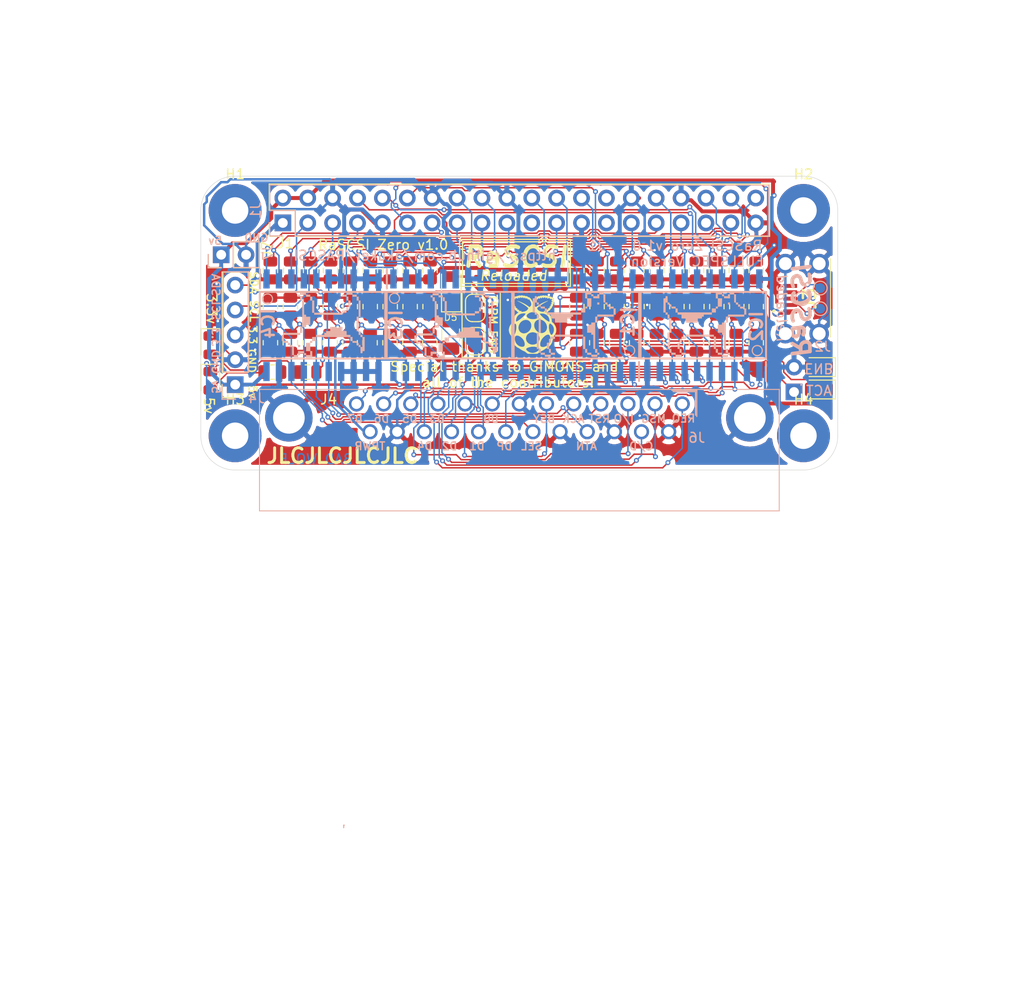
<source format=kicad_pcb>
(kicad_pcb (version 20171130) (host pcbnew "(5.1.9-16-g1737927814)-1")
  (layers (0 Top signal) (31 Bottom signal) (34 B.Paste user hide) (35 F.Paste user hide) (36 B.SilkS user) (37 F.SilkS user) (38 B.Mask user hide) (39 F.Mask user hide) (44 Edge.Cuts user))
  (net 0 "")
  (net 1 GND)
  (net 2 +3V3)
  (net 3 +5V)
  (net 4 C-REQ)
  (net 5 C-MSG)
  (net 6 C-BSY)
  (net 7 C-SEL)
  (net 8 C-RST)
  (net 9 C-ACK)
  (net 10 C-ATN)
  (net 11 C-DP)
  (net 12 C-D0)
  (net 13 C-D1)
  (net 14 C-D2)
  (net 15 C-D3)
  (net 16 C-D4)
  (net 17 C-D5)
  (net 18 C-D6)
  (net 19 C-D7)
  (net 20 C-I_O)
  (net 21 C-C_D)
  (net 22 TERMPOW)
  (net 23 PI-D7)
  (net 24 PI-D6)
  (net 25 PI-D5)
  (net 26 PI-D4)
  (net 27 PI-D3)
  (net 28 PI-D2)
  (net 29 PI-D1)
  (net 30 PI-D0)
  (net 31 PI-DP)
  (net 32 PI-BSY)
  (net 33 PI-MSG)
  (net 34 PI-C_D)
  (net 35 PI-REQ)
  (net 36 PI-I_O)
  (net 37 PI-ATN)
  (net 38 PI-ACK)
  (net 39 PI-RST)
  (net 40 PI-SEL)
  (net 41 "Net-(D2-Pad2)")
  (net 42 "Net-(D3-Pad2)")
  (net 43 "Net-(D4-Pad2)")
  (net 44 DBG_LED)
  (net 45 PI_SCL)
  (net 46 PI_SDA)
  (net 47 PI-ACT)
  (net 48 PI-IND)
  (net 49 PI-TAD)
  (net 50 PI-DTD)
  (net 51 "Net-(D5-Pad1)")
  (net 52 EXT-ACT-LED)
  (net 53 /TERM_5v)
  (net 54 /TERM_GND)
  (net 55 "Net-(D1-Pad2)")
  (net 56 "Net-(J3-Pad4)")
  (net 57 "Net-(J3-Pad3)")
  (net 58 "Net-(J3-Pad2)")
  (module Resistor_SMD:R_0805_2012Metric (layer Top) (at 231.1752 52.12472 90)
    (fp_text reference R14 hide)
    (fp_text value 10k)
    (pad 2 smd roundrect (at 0.9125 0 90) (size 1.025 1.4) (layers Top F.Paste F.Mask) (roundrect_rratio 0.2439014634146341) (net 23 PI-D7))
    (pad 1 smd roundrect (at -0.9125 0 90) (size 1.025 1.4) (layers Top F.Paste F.Mask) (roundrect_rratio 0.2439014634146341) (net 2 +3V3))
  )
  (module TestPoint:TestPoint_Pad_D1.0mm (layer Bottom) (at 237.71 53.925 270)
    (fp_text reference TP3 hide)
    (fp_text value TestPoint_Small)
    (pad 1 smd circle (at 0 0 270) (size 1 1) (layers Bottom B.Mask) (net 56 "Net-(J3-Pad4)"))
  )
  (module TestPoint:TestPoint_Pad_D1.0mm (layer Bottom) (at 235.86 55 270)
    (fp_text reference TP2 hide)
    (fp_text value TestPoint_Small)
    (pad 1 smd circle (at 0 0 270) (size 1 1) (layers Bottom B.Mask) (net 57 "Net-(J3-Pad3)"))
  )
  (module TestPoint:TestPoint_Pad_D1.0mm (layer Bottom) (at 237.71 56.025 270)
    (fp_text reference TP1 hide)
    (fp_text value TestPoint_Small)
    (pad 1 smd circle (at 0 0 270) (size 1 1) (layers Bottom B.Mask) (net 58 "Net-(J3-Pad2)"))
  )
  (module SamacSys_Parts:U254051N4BH806 (layer Top) (at 236.635 55 90)
    (fp_text reference J3 (at 0 0 90) (layer F.SilkS) (effects (font (size 1.27 1.27) (thickness 0.254))))
    (fp_text value U254-051N-4BH806 hide)
    (pad MH6 np_thru_hole circle (at 2 -1.165 90) (size 0.65 0) (drill 0.65) (layers *.Cu *.Mask))
    (pad MH5 np_thru_hole circle (at -2 -1.165 90) (size 0.65 0) (drill 0.65) (layers *.Cu *.Mask))
    (pad MH4 thru_hole circle (at -3.575 -2.485 90) (size 2 2) (drill 1.3285) (layers *.Cu *.Mask) (net 1 GND))
    (pad MH3 thru_hole circle (at 3.575 -2.485 90) (size 2 2) (drill 1.3285) (layers *.Cu *.Mask) (net 1 GND))
    (pad MH2 thru_hole circle (at 3.575 0.965 90) (size 2 2) (drill 1.3285) (layers *.Cu *.Mask) (net 1 GND))
    (pad MH1 thru_hole circle (at -3.575 0.965 90) (size 2 2) (drill 1.3285) (layers *.Cu *.Mask) (net 1 GND))
    (pad 5 smd rect (at 1.3 -1.985 90) (size 0.4 1.4) (layers Top F.Paste F.Mask) (net 1 GND))
    (pad 4 smd rect (at 0.65 -1.985 90) (size 0.4 1.4) (layers Top F.Paste F.Mask) (net 56 "Net-(J3-Pad4)"))
    (pad 3 smd rect (at 0 -1.985 90) (size 0.4 1.4) (layers Top F.Paste F.Mask) (net 57 "Net-(J3-Pad3)"))
    (pad 2 smd rect (at -0.65 -1.985 90) (size 0.4 1.4) (layers Top F.Paste F.Mask) (net 58 "Net-(J3-Pad2)"))
    (pad 1 smd rect (at -1.3 -1.985 90) (size 0.4 1.4) (layers Top F.Paste F.Mask) (net 3 +5V))
  )
  (module MountingHole:MountingHole_2.7mm_M2.5_Pad (layer Top) (at 236 69)
    (fp_text reference H4 (at 0 -3.7) (layer F.SilkS))
    (fp_text value Hole5)
    (pad 1 thru_hole circle (at 0 0) (size 5.4 5.4) (drill 2.7) (layers *.Cu *.Mask))
  )
  (module MountingHole:MountingHole_2.7mm_M2.5_Pad (layer Top) (at 178 69)
    (fp_text reference H3 (at 0 -3.7) (layer F.SilkS))
    (fp_text value Hole3)
    (pad 1 thru_hole circle (at 0 0) (size 5.4 5.4) (drill 2.7) (layers *.Cu *.Mask))
  )
  (module MountingHole:MountingHole_2.7mm_M2.5_Pad (layer Top) (at 236 46)
    (fp_text reference H2 (at 0 -3.7) (layer F.SilkS))
    (fp_text value Hole2)
    (pad 1 thru_hole circle (at 0 0) (size 5.4 5.4) (drill 2.7) (layers *.Cu *.Mask))
  )
  (module MountingHole:MountingHole_2.7mm_M2.5_Pad (layer Top) (at 178 46)
    (fp_text reference H1 (at 0 -3.7) (layer F.SilkS))
    (fp_text value Hole1)
    (pad 1 thru_hole circle (at 0 0) (size 5.4 5.4) (drill 2.7) (layers *.Cu *.Mask))
  )
  (module Connector_PinHeader_2.54mm:PinHeader_1x02_P2.54mm_Horizontal (layer Bottom) (at 235.036 64.532)
    (fp_text reference J2 (at 2.921 -4.6355) (layer B.SilkS) (effects (justify mirror)))
    (fp_text value DNP)
    (pad 2 thru_hole oval (at 0 -2.54) (size 1.7 1.7) (drill 1) (layers *.Cu *.Mask) (net 1 GND))
    (pad 1 thru_hole rect (at 0 0) (size 1.7 1.7) (drill 1) (layers *.Cu *.Mask) (net 52 EXT-ACT-LED))
  )
  (module Connector_PinSocket_2.54mm:PinSocket_2x20_P2.54mm_Vertical (layer Bottom) (at 182.87 47.27 270)
    (fp_text reference J1 (at -1.27 2.77 270) (layer B.SilkS) (effects (justify mirror)))
    (fp_text value Raspberry_Pi_2_3)
    (pad 40 thru_hole oval (at -2.54 -48.26 270) (size 1.7 1.7) (drill 1) (layers *.Cu *.Mask) (net 38 PI-ACK))
    (pad 39 thru_hole oval (at 0 -48.26 270) (size 1.7 1.7) (drill 1) (layers *.Cu *.Mask) (net 1 GND))
    (pad 38 thru_hole oval (at -2.54 -45.72 270) (size 1.7 1.7) (drill 1) (layers *.Cu *.Mask) (net 39 PI-RST))
    (pad 37 thru_hole oval (at 0 -45.72 270) (size 1.7 1.7) (drill 1) (layers *.Cu *.Mask) (net 32 PI-BSY))
    (pad 36 thru_hole oval (at -2.54 -43.18 270) (size 1.7 1.7) (drill 1) (layers *.Cu *.Mask) (net 24 PI-D6))
    (pad 35 thru_hole oval (at 0 -43.18 270) (size 1.7 1.7) (drill 1) (layers *.Cu *.Mask) (net 37 PI-ATN))
    (pad 34 thru_hole oval (at -2.54 -40.64 270) (size 1.7 1.7) (drill 1) (layers *.Cu *.Mask) (net 1 GND))
    (pad 33 thru_hole oval (at 0 -40.64 270) (size 1.7 1.7) (drill 1) (layers *.Cu *.Mask) (net 27 PI-D3))
    (pad 32 thru_hole oval (at -2.54 -38.1 270) (size 1.7 1.7) (drill 1) (layers *.Cu *.Mask) (net 28 PI-D2))
    (pad 31 thru_hole oval (at 0 -38.1 270) (size 1.7 1.7) (drill 1) (layers *.Cu *.Mask) (net 48 PI-IND))
    (pad 30 thru_hole oval (at -2.54 -35.56 270) (size 1.7 1.7) (drill 1) (layers *.Cu *.Mask) (net 1 GND))
    (pad 29 thru_hole oval (at 0 -35.56 270) (size 1.7 1.7) (drill 1) (layers *.Cu *.Mask) (net 44 DBG_LED))
    (pad 28 thru_hole oval (at -2.54 -33.02 270) (size 1.7 1.7) (drill 1) (layers *.Cu *.Mask))
    (pad 27 thru_hole oval (at 0 -33.02 270) (size 1.7 1.7) (drill 1) (layers *.Cu *.Mask))
    (pad 26 thru_hole oval (at -2.54 -30.48 270) (size 1.7 1.7) (drill 1) (layers *.Cu *.Mask) (net 49 PI-TAD))
    (pad 25 thru_hole oval (at 0 -30.48 270) (size 1.7 1.7) (drill 1) (layers *.Cu *.Mask) (net 1 GND))
    (pad 24 thru_hole oval (at -2.54 -27.94 270) (size 1.7 1.7) (drill 1) (layers *.Cu *.Mask) (net 50 PI-DTD))
    (pad 23 thru_hole oval (at 0 -27.94 270) (size 1.7 1.7) (drill 1) (layers *.Cu *.Mask) (net 29 PI-D1))
    (pad 22 thru_hole oval (at -2.54 -25.4 270) (size 1.7 1.7) (drill 1) (layers *.Cu *.Mask) (net 36 PI-I_O))
    (pad 21 thru_hole oval (at 0 -25.4 270) (size 1.7 1.7) (drill 1) (layers *.Cu *.Mask))
    (pad 20 thru_hole oval (at -2.54 -22.86 270) (size 1.7 1.7) (drill 1) (layers *.Cu *.Mask) (net 1 GND))
    (pad 19 thru_hole oval (at 0 -22.86 270) (size 1.7 1.7) (drill 1) (layers *.Cu *.Mask) (net 30 PI-D0))
    (pad 18 thru_hole oval (at -2.54 -20.32 270) (size 1.7 1.7) (drill 1) (layers *.Cu *.Mask) (net 34 PI-C_D))
    (pad 17 thru_hole oval (at 0 -20.32 270) (size 1.7 1.7) (drill 1) (layers *.Cu *.Mask) (net 2 +3V3))
    (pad 16 thru_hole oval (at -2.54 -17.78 270) (size 1.7 1.7) (drill 1) (layers *.Cu *.Mask) (net 33 PI-MSG))
    (pad 15 thru_hole oval (at 0 -17.78 270) (size 1.7 1.7) (drill 1) (layers *.Cu *.Mask) (net 35 PI-REQ))
    (pad 14 thru_hole oval (at -2.54 -15.24 270) (size 1.7 1.7) (drill 1) (layers *.Cu *.Mask) (net 1 GND))
    (pad 13 thru_hole oval (at 0 -15.24 270) (size 1.7 1.7) (drill 1) (layers *.Cu *.Mask) (net 40 PI-SEL))
    (pad 12 thru_hole oval (at -2.54 -12.7 270) (size 1.7 1.7) (drill 1) (layers *.Cu *.Mask) (net 31 PI-DP))
    (pad 11 thru_hole oval (at 0 -12.7 270) (size 1.7 1.7) (drill 1) (layers *.Cu *.Mask) (net 23 PI-D7))
    (pad 10 thru_hole oval (at -2.54 -10.16 270) (size 1.7 1.7) (drill 1) (layers *.Cu *.Mask) (net 25 PI-D5))
    (pad 9 thru_hole oval (at 0 -10.16 270) (size 1.7 1.7) (drill 1) (layers *.Cu *.Mask) (net 1 GND))
    (pad 8 thru_hole oval (at -2.54 -7.62 270) (size 1.7 1.7) (drill 1) (layers *.Cu *.Mask) (net 26 PI-D4))
    (pad 7 thru_hole oval (at 0 -7.62 270) (size 1.7 1.7) (drill 1) (layers *.Cu *.Mask) (net 47 PI-ACT))
    (pad 6 thru_hole oval (at -2.54 -5.08 270) (size 1.7 1.7) (drill 1) (layers *.Cu *.Mask) (net 1 GND))
    (pad 5 thru_hole oval (at 0 -5.08 270) (size 1.7 1.7) (drill 1) (layers *.Cu *.Mask) (net 45 PI_SCL))
    (pad 4 thru_hole oval (at -2.54 -2.54 270) (size 1.7 1.7) (drill 1) (layers *.Cu *.Mask) (net 3 +5V))
    (pad 3 thru_hole oval (at 0 -2.54 270) (size 1.7 1.7) (drill 1) (layers *.Cu *.Mask) (net 46 PI_SDA))
    (pad 2 thru_hole oval (at -2.54 0 270) (size 1.7 1.7) (drill 1) (layers *.Cu *.Mask) (net 3 +5V))
    (pad 1 thru_hole rect (at 0 0 270) (size 1.7 1.7) (drill 1) (layers *.Cu *.Mask) (net 2 +3V3))
  )
  (module Resistor_SMD:R_0805_2012Metric (layer Top) (at 212.872224 59.50356 270)
    (fp_text reference R59 hide)
    (fp_text value 500)
    (pad 2 smd roundrect (at 0.9125 0 270) (size 1.025 1.4) (layers Top F.Paste F.Mask) (roundrect_rratio 0.2439014634146341) (net 52 EXT-ACT-LED))
    (pad 1 smd roundrect (at -0.9125 0 270) (size 1.025 1.4) (layers Top F.Paste F.Mask) (roundrect_rratio 0.2439014634146341) (net 47 PI-ACT))
  )
  (module SamacSys_Parts:L717SDB25PA4CH4F (layer Bottom) (at 223.62632 65.7512 180)
    (fp_text reference J6)
    (fp_text value "CONNFLY DB-25" hide)
    (pad MH2 thru_hole circle (at 40.14 -1.42 180) (size 4.845 4.845) (drill 3.23) (layers *.Cu *.Mask) (net 1 GND))
    (pad MH1 thru_hole circle (at -6.9 -1.42 180) (size 4.845 4.845) (drill 3.23) (layers *.Cu *.Mask) (net 1 GND))
    (pad 25 thru_hole circle (at 31.855 -2.84 180) (size 1.545 1.545) (drill 1.03) (layers *.Cu *.Mask) (net 22 TERMPOW))
    (pad 24 thru_hole circle (at 29.085 -2.84 180) (size 1.545 1.545) (drill 1.03) (layers *.Cu *.Mask) (net 1 GND))
    (pad 23 thru_hole circle (at 26.315 -2.84 180) (size 1.545 1.545) (drill 1.03) (layers *.Cu *.Mask) (net 16 C-D4))
    (pad 22 thru_hole circle (at 23.545 -2.84 180) (size 1.545 1.545) (drill 1.03) (layers *.Cu *.Mask) (net 14 C-D2))
    (pad 21 thru_hole circle (at 20.775 -2.84 180) (size 1.545 1.545) (drill 1.03) (layers *.Cu *.Mask) (net 13 C-D1))
    (pad 20 thru_hole circle (at 18.005 -2.84 180) (size 1.545 1.545) (drill 1.03) (layers *.Cu *.Mask) (net 11 C-DP))
    (pad 19 thru_hole circle (at 15.235 -2.84 180) (size 1.545 1.545) (drill 1.03) (layers *.Cu *.Mask) (net 7 C-SEL))
    (pad 18 thru_hole circle (at 12.465 -2.84 180) (size 1.545 1.545) (drill 1.03) (layers *.Cu *.Mask) (net 1 GND))
    (pad 17 thru_hole circle (at 9.695 -2.84 180) (size 1.545 1.545) (drill 1.03) (layers *.Cu *.Mask) (net 10 C-ATN))
    (pad 16 thru_hole circle (at 6.925 -2.84 180) (size 1.545 1.545) (drill 1.03) (layers *.Cu *.Mask) (net 1 GND))
    (pad 15 thru_hole circle (at 4.155 -2.84 180) (size 1.545 1.545) (drill 1.03) (layers *.Cu *.Mask) (net 21 C-C_D))
    (pad 14 thru_hole circle (at 1.385 -2.84 180) (size 1.545 1.545) (drill 1.03) (layers *.Cu *.Mask) (net 1 GND))
    (pad 13 thru_hole circle (at 33.24 0 180) (size 1.545 1.545) (drill 1.03) (layers *.Cu *.Mask) (net 19 C-D7))
    (pad 12 thru_hole circle (at 30.47 0 180) (size 1.545 1.545) (drill 1.03) (layers *.Cu *.Mask) (net 18 C-D6))
    (pad 11 thru_hole circle (at 27.7 0 180) (size 1.545 1.545) (drill 1.03) (layers *.Cu *.Mask) (net 17 C-D5))
    (pad 10 thru_hole circle (at 24.93 0 180) (size 1.545 1.545) (drill 1.03) (layers *.Cu *.Mask) (net 15 C-D3))
    (pad 9 thru_hole circle (at 22.16 0 180) (size 1.545 1.545) (drill 1.03) (layers *.Cu *.Mask) (net 1 GND))
    (pad 8 thru_hole circle (at 19.39 0 180) (size 1.545 1.545) (drill 1.03) (layers *.Cu *.Mask) (net 12 C-D0))
    (pad 7 thru_hole circle (at 16.62 0 180) (size 1.545 1.545) (drill 1.03) (layers *.Cu *.Mask) (net 1 GND))
    (pad 6 thru_hole circle (at 13.85 0 180) (size 1.545 1.545) (drill 1.03) (layers *.Cu *.Mask) (net 6 C-BSY))
    (pad 5 thru_hole circle (at 11.08 0 180) (size 1.545 1.545) (drill 1.03) (layers *.Cu *.Mask) (net 9 C-ACK))
    (pad 4 thru_hole circle (at 8.31 0 180) (size 1.545 1.545) (drill 1.03) (layers *.Cu *.Mask) (net 8 C-RST))
    (pad 3 thru_hole circle (at 5.54 0 180) (size 1.545 1.545) (drill 1.03) (layers *.Cu *.Mask) (net 20 C-I_O))
    (pad 2 thru_hole circle (at 2.77 0 180) (size 1.545 1.545) (drill 1.03) (layers *.Cu *.Mask) (net 5 C-MSG))
    (pad 1 thru_hole circle (at 0 0 180) (size 1.545 1.545) (drill 1.03) (layers *.Cu *.Mask) (net 4 C-REQ))
  )
  (module Jumper:SolderJumper-2_P1.3mm_Bridged_RoundedPad1.0x1.5mm (layer Top) (at 202.51 55.95 270)
    (fp_text reference JP2 hide)
    (fp_text value SolderJumper_2_Bridged)
    (fp_poly (pts (xy 0.25 -0.3) (xy -0.25 -0.3) (xy -0.25 0.3) (xy 0.25 0.3)) (layer Top) (width 0))
    (pad 1 smd custom (at -0.65 0 270) (size 1 0.5) (layers Top F.Mask) (net 54 /TERM_GND) (options (clearance outline) (anchor rect)) (primitives (gr_circle (center 0 0.25) (end 0.5 0.25) (width 0)) (gr_circle (center 0 -0.25) (end 0.5 -0.25) (width 0)) (gr_poly (pts (xy 0 -0.75) (xy 0.5 -0.75) (xy 0.5 0.75) (xy 0 0.75)) (width 0))))
    (pad 2 smd custom (at 0.65 0 270) (size 1 0.5) (layers Top F.Mask) (net 1 GND) (options (clearance outline) (anchor rect)) (primitives (gr_circle (center 0 0.25) (end 0.5 0.25) (width 0)) (gr_circle (center 0 -0.25) (end 0.5 -0.25) (width 0)) (gr_poly (pts (xy 0 -0.75) (xy -0.5 -0.75) (xy -0.5 0.75) (xy 0 0.75)) (width 0))))
  )
  (module Jumper:SolderJumper-2_P1.3mm_Bridged_RoundedPad1.0x1.5mm (layer Top) (at 202.51 59.3504 270)
    (fp_text reference JP1 hide)
    (fp_text value SolderJumper_2_Bridged)
    (fp_poly (pts (xy 0.25 -0.3) (xy -0.25 -0.3) (xy -0.25 0.3) (xy 0.25 0.3)) (layer Top) (width 0))
    (pad 1 smd custom (at -0.65 0 270) (size 1 0.5) (layers Top F.Mask) (net 53 /TERM_5v) (options (clearance outline) (anchor rect)) (primitives (gr_circle (center 0 0.25) (end 0.5 0.25) (width 0)) (gr_circle (center 0 -0.25) (end 0.5 -0.25) (width 0)) (gr_poly (pts (xy 0 -0.75) (xy 0.5 -0.75) (xy 0.5 0.75) (xy 0 0.75)) (width 0))))
    (pad 2 smd custom (at 0.65 0 270) (size 1 0.5) (layers Top F.Mask) (net 3 +5V) (options (clearance outline) (anchor rect)) (primitives (gr_circle (center 0 0.25) (end 0.5 0.25) (width 0)) (gr_circle (center 0 -0.25) (end 0.5 -0.25) (width 0)) (gr_poly (pts (xy 0 -0.75) (xy -0.5 -0.75) (xy -0.5 0.75) (xy 0 0.75)) (width 0))))
  )
  (module Resistor_SMD:R_0805_2012Metric (layer Top) (at 214.93528 55.81414 270)
    (fp_text reference R58 hide)
    (fp_text value 330)
    (pad 2 smd roundrect (at 0.9125 0 270) (size 1.025 1.4) (layers Top F.Paste F.Mask) (roundrect_rratio 0.2439014634146341) (net 11 C-DP))
    (pad 1 smd roundrect (at -0.9125 0 270) (size 1.025 1.4) (layers Top F.Paste F.Mask) (roundrect_rratio 0.2439014634146341) (net 54 /TERM_GND))
  )
  (module Resistor_SMD:R_0805_2012Metric (layer Top) (at 216.97221 55.81414 270)
    (fp_text reference R57 hide)
    (fp_text value 330)
    (pad 2 smd roundrect (at 0.9125 0 270) (size 1.025 1.4) (layers Top F.Paste F.Mask) (roundrect_rratio 0.2439014634146341) (net 12 C-D0))
    (pad 1 smd roundrect (at -0.9125 0 270) (size 1.025 1.4) (layers Top F.Paste F.Mask) (roundrect_rratio 0.2439014634146341) (net 54 /TERM_GND))
  )
  (module Resistor_SMD:R_0805_2012Metric (layer Top) (at 219.00914 55.81414 270)
    (fp_text reference R56 hide)
    (fp_text value 330)
    (pad 2 smd roundrect (at 0.9125 0 270) (size 1.025 1.4) (layers Top F.Paste F.Mask) (roundrect_rratio 0.2439014634146341) (net 13 C-D1))
    (pad 1 smd roundrect (at -0.9125 0 270) (size 1.025 1.4) (layers Top F.Paste F.Mask) (roundrect_rratio 0.2439014634146341) (net 54 /TERM_GND))
  )
  (module Resistor_SMD:R_0805_2012Metric (layer Top) (at 221.04607 55.81414 270)
    (fp_text reference R55 hide)
    (fp_text value 330)
    (pad 2 smd roundrect (at 0.9125 0 270) (size 1.025 1.4) (layers Top F.Paste F.Mask) (roundrect_rratio 0.2439014634146341) (net 14 C-D2))
    (pad 1 smd roundrect (at -0.9125 0 270) (size 1.025 1.4) (layers Top F.Paste F.Mask) (roundrect_rratio 0.2439014634146341) (net 54 /TERM_GND))
  )
  (module Resistor_SMD:R_0805_2012Metric (layer Top) (at 223.083 55.81414 270)
    (fp_text reference R54 hide)
    (fp_text value 330)
    (pad 2 smd roundrect (at 0.9125 0 270) (size 1.025 1.4) (layers Top F.Paste F.Mask) (roundrect_rratio 0.2439014634146341) (net 15 C-D3))
    (pad 1 smd roundrect (at -0.9125 0 270) (size 1.025 1.4) (layers Top F.Paste F.Mask) (roundrect_rratio 0.2439014634146341) (net 54 /TERM_GND))
  )
  (module Resistor_SMD:R_0805_2012Metric (layer Top) (at 225.11993 55.81414 270)
    (fp_text reference R53 hide)
    (fp_text value 330)
    (pad 2 smd roundrect (at 0.9125 0 270) (size 1.025 1.4) (layers Top F.Paste F.Mask) (roundrect_rratio 0.2439014634146341) (net 16 C-D4))
    (pad 1 smd roundrect (at -0.9125 0 270) (size 1.025 1.4) (layers Top F.Paste F.Mask) (roundrect_rratio 0.2439014634146341) (net 54 /TERM_GND))
  )
  (module Resistor_SMD:R_0805_2012Metric (layer Top) (at 227.15686 55.81414 270)
    (fp_text reference R52 hide)
    (fp_text value 330)
    (pad 2 smd roundrect (at 0.9125 0 270) (size 1.025 1.4) (layers Top F.Paste F.Mask) (roundrect_rratio 0.2439014634146341) (net 17 C-D5))
    (pad 1 smd roundrect (at -0.9125 0 270) (size 1.025 1.4) (layers Top F.Paste F.Mask) (roundrect_rratio 0.2439014634146341) (net 54 /TERM_GND))
  )
  (module Resistor_SMD:R_0805_2012Metric (layer Top) (at 229.19379 55.81414 270)
    (fp_text reference R51 hide)
    (fp_text value 330)
    (pad 2 smd roundrect (at 0.9125 0 270) (size 1.025 1.4) (layers Top F.Paste F.Mask) (roundrect_rratio 0.2439014634146341) (net 18 C-D6))
    (pad 1 smd roundrect (at -0.9125 0 270) (size 1.025 1.4) (layers Top F.Paste F.Mask) (roundrect_rratio 0.2439014634146341) (net 54 /TERM_GND))
  )
  (module Resistor_SMD:R_0805_2012Metric (layer Top) (at 231.1752 55.81414 270)
    (fp_text reference R50 hide)
    (fp_text value 330)
    (pad 2 smd roundrect (at 0.9125 0 270) (size 1.025 1.4) (layers Top F.Paste F.Mask) (roundrect_rratio 0.2439014634146341) (net 19 C-D7))
    (pad 1 smd roundrect (at -0.9125 0 270) (size 1.025 1.4) (layers Top F.Paste F.Mask) (roundrect_rratio 0.2439014634146341) (net 54 /TERM_GND))
  )
  (module Resistor_SMD:R_0805_2012Metric (layer Top) (at 189.74939 55.81414 270)
    (fp_text reference R49 hide)
    (fp_text value 330)
    (pad 2 smd roundrect (at 0.9125 0 270) (size 1.025 1.4) (layers Top F.Paste F.Mask) (roundrect_rratio 0.2439014634146341) (net 20 C-I_O))
    (pad 1 smd roundrect (at -0.9125 0 270) (size 1.025 1.4) (layers Top F.Paste F.Mask) (roundrect_rratio 0.2439014634146341) (net 54 /TERM_GND))
  )
  (module Resistor_SMD:R_0805_2012Metric (layer Top) (at 191.78632 55.81414 270)
    (fp_text reference R48 hide)
    (fp_text value 330)
    (pad 2 smd roundrect (at 0.9125 0 270) (size 1.025 1.4) (layers Top F.Paste F.Mask) (roundrect_rratio 0.2439014634146341) (net 4 C-REQ))
    (pad 1 smd roundrect (at -0.9125 0 270) (size 1.025 1.4) (layers Top F.Paste F.Mask) (roundrect_rratio 0.2439014634146341) (net 54 /TERM_GND))
  )
  (module Resistor_SMD:R_0805_2012Metric (layer Top) (at 193.82325 55.81414 270)
    (fp_text reference R47 hide)
    (fp_text value 330)
    (pad 2 smd roundrect (at 0.9125 0 270) (size 1.025 1.4) (layers Top F.Paste F.Mask) (roundrect_rratio 0.2439014634146341) (net 21 C-C_D))
    (pad 1 smd roundrect (at -0.9125 0 270) (size 1.025 1.4) (layers Top F.Paste F.Mask) (roundrect_rratio 0.2439014634146341) (net 54 /TERM_GND))
  )
  (module Resistor_SMD:R_0805_2012Metric (layer Top) (at 195.86018 55.81414 270)
    (fp_text reference R46 hide)
    (fp_text value 330)
    (pad 2 smd roundrect (at 0.9125 0 270) (size 1.025 1.4) (layers Top F.Paste F.Mask) (roundrect_rratio 0.2439014634146341) (net 5 C-MSG))
    (pad 1 smd roundrect (at -0.9125 0 270) (size 1.025 1.4) (layers Top F.Paste F.Mask) (roundrect_rratio 0.2439014634146341) (net 54 /TERM_GND))
  )
  (module Resistor_SMD:R_0805_2012Metric (layer Top) (at 197.89711 55.81414 270)
    (fp_text reference R45 hide)
    (fp_text value 330)
    (pad 2 smd roundrect (at 0.9125 0 270) (size 1.025 1.4) (layers Top F.Paste F.Mask) (roundrect_rratio 0.2439014634146341) (net 6 C-BSY))
    (pad 1 smd roundrect (at -0.9125 0 270) (size 1.025 1.4) (layers Top F.Paste F.Mask) (roundrect_rratio 0.2439014634146341) (net 54 /TERM_GND))
  )
  (module Resistor_SMD:R_0805_2012Metric (layer Top) (at 181.60166 55.81414 270)
    (fp_text reference R44 hide)
    (fp_text value 330)
    (pad 2 smd roundrect (at 0.9125 0 270) (size 1.025 1.4) (layers Top F.Paste F.Mask) (roundrect_rratio 0.2439014634146341) (net 7 C-SEL))
    (pad 1 smd roundrect (at -0.9125 0 270) (size 1.025 1.4) (layers Top F.Paste F.Mask) (roundrect_rratio 0.2439014634146341) (net 54 /TERM_GND))
  )
  (module Resistor_SMD:R_0805_2012Metric (layer Top) (at 183.6386 55.81414 270)
    (fp_text reference R43 hide)
    (fp_text value 330)
    (pad 2 smd roundrect (at 0.9125 0 270) (size 1.025 1.4) (layers Top F.Paste F.Mask) (roundrect_rratio 0.2439014634146341) (net 8 C-RST))
    (pad 1 smd roundrect (at -0.9125 0 270) (size 1.025 1.4) (layers Top F.Paste F.Mask) (roundrect_rratio 0.2439014634146341) (net 54 /TERM_GND))
  )
  (module Resistor_SMD:R_0805_2012Metric (layer Top) (at 185.67553 55.81414 270)
    (fp_text reference R42 hide)
    (fp_text value 330)
    (pad 2 smd roundrect (at 0.9125 0 270) (size 1.025 1.4) (layers Top F.Paste F.Mask) (roundrect_rratio 0.2439014634146341) (net 9 C-ACK))
    (pad 1 smd roundrect (at -0.9125 0 270) (size 1.025 1.4) (layers Top F.Paste F.Mask) (roundrect_rratio 0.2439014634146341) (net 54 /TERM_GND))
  )
  (module Resistor_SMD:R_0805_2012Metric (layer Top) (at 187.71246 55.81414 270)
    (fp_text reference R41 hide)
    (fp_text value 330)
    (pad 2 smd roundrect (at 0.9125 0 270) (size 1.025 1.4) (layers Top F.Paste F.Mask) (roundrect_rratio 0.2439014634146341) (net 10 C-ATN))
    (pad 1 smd roundrect (at -0.9125 0 270) (size 1.025 1.4) (layers Top F.Paste F.Mask) (roundrect_rratio 0.2439014634146341) (net 54 /TERM_GND))
  )
  (module Resistor_SMD:R_0805_2012Metric (layer Top) (at 214.905888 59.50356 90)
    (fp_text reference R40 hide)
    (fp_text value 220)
    (pad 2 smd roundrect (at 0.9125 0 90) (size 1.025 1.4) (layers Top F.Paste F.Mask) (roundrect_rratio 0.2439014634146341) (net 11 C-DP))
    (pad 1 smd roundrect (at -0.9125 0 90) (size 1.025 1.4) (layers Top F.Paste F.Mask) (roundrect_rratio 0.2439014634146341) (net 53 /TERM_5v))
  )
  (module Resistor_SMD:R_0805_2012Metric (layer Top) (at 216.939552 59.50356 90)
    (fp_text reference R39 hide)
    (fp_text value 220)
    (pad 2 smd roundrect (at 0.9125 0 90) (size 1.025 1.4) (layers Top F.Paste F.Mask) (roundrect_rratio 0.2439014634146341) (net 12 C-D0))
    (pad 1 smd roundrect (at -0.9125 0 90) (size 1.025 1.4) (layers Top F.Paste F.Mask) (roundrect_rratio 0.2439014634146341) (net 53 /TERM_5v))
  )
  (module Resistor_SMD:R_0805_2012Metric (layer Top) (at 218.973216 59.50356 90)
    (fp_text reference R38 hide)
    (fp_text value 220)
    (pad 2 smd roundrect (at 0.9125 0 90) (size 1.025 1.4) (layers Top F.Paste F.Mask) (roundrect_rratio 0.2439014634146341) (net 13 C-D1))
    (pad 1 smd roundrect (at -0.9125 0 90) (size 1.025 1.4) (layers Top F.Paste F.Mask) (roundrect_rratio 0.2439014634146341) (net 53 /TERM_5v))
  )
  (module Resistor_SMD:R_0805_2012Metric (layer Top) (at 221.00688 59.50356 90)
    (fp_text reference R37 hide)
    (fp_text value 220)
    (pad 2 smd roundrect (at 0.9125 0 90) (size 1.025 1.4) (layers Top F.Paste F.Mask) (roundrect_rratio 0.2439014634146341) (net 14 C-D2))
    (pad 1 smd roundrect (at -0.9125 0 90) (size 1.025 1.4) (layers Top F.Paste F.Mask) (roundrect_rratio 0.2439014634146341) (net 53 /TERM_5v))
  )
  (module Resistor_SMD:R_0805_2012Metric (layer Top) (at 223.040544 59.50356 90)
    (fp_text reference R36 hide)
    (fp_text value 220)
    (pad 2 smd roundrect (at 0.9125 0 90) (size 1.025 1.4) (layers Top F.Paste F.Mask) (roundrect_rratio 0.2439014634146341) (net 15 C-D3))
    (pad 1 smd roundrect (at -0.9125 0 90) (size 1.025 1.4) (layers Top F.Paste F.Mask) (roundrect_rratio 0.2439014634146341) (net 53 /TERM_5v))
  )
  (module Resistor_SMD:R_0805_2012Metric (layer Top) (at 225.074208 59.50356 90)
    (fp_text reference R35 hide)
    (fp_text value 220)
    (pad 2 smd roundrect (at 0.9125 0 90) (size 1.025 1.4) (layers Top F.Paste F.Mask) (roundrect_rratio 0.2439014634146341) (net 16 C-D4))
    (pad 1 smd roundrect (at -0.9125 0 90) (size 1.025 1.4) (layers Top F.Paste F.Mask) (roundrect_rratio 0.2439014634146341) (net 53 /TERM_5v))
  )
  (module Resistor_SMD:R_0805_2012Metric (layer Top) (at 227.107872 59.50356 90)
    (fp_text reference R34 hide)
    (fp_text value 220)
    (pad 2 smd roundrect (at 0.9125 0 90) (size 1.025 1.4) (layers Top F.Paste F.Mask) (roundrect_rratio 0.2439014634146341) (net 17 C-D5))
    (pad 1 smd roundrect (at -0.9125 0 90) (size 1.025 1.4) (layers Top F.Paste F.Mask) (roundrect_rratio 0.2439014634146341) (net 53 /TERM_5v))
  )
  (module Resistor_SMD:R_0805_2012Metric (layer Top) (at 229.141536 59.50356 90)
    (fp_text reference R33 hide)
    (fp_text value 220)
    (pad 2 smd roundrect (at 0.9125 0 90) (size 1.025 1.4) (layers Top F.Paste F.Mask) (roundrect_rratio 0.2439014634146341) (net 18 C-D6))
    (pad 1 smd roundrect (at -0.9125 0 90) (size 1.025 1.4) (layers Top F.Paste F.Mask) (roundrect_rratio 0.2439014634146341) (net 53 /TERM_5v))
  )
  (module Resistor_SMD:R_0805_2012Metric (layer Top) (at 231.1752 59.50356 90)
    (fp_text reference R32 hide)
    (fp_text value 220)
    (pad 2 smd roundrect (at 0.9125 0 90) (size 1.025 1.4) (layers Top F.Paste F.Mask) (roundrect_rratio 0.2439014634146341) (net 19 C-D7))
    (pad 1 smd roundrect (at -0.9125 0 90) (size 1.025 1.4) (layers Top F.Paste F.Mask) (roundrect_rratio 0.2439014634146341) (net 53 /TERM_5v))
  )
  (module Resistor_SMD:R_0805_2012Metric (layer Top) (at 189.736328 59.50356 90)
    (fp_text reference R31 hide)
    (fp_text value 220)
    (pad 2 smd roundrect (at 0.9125 0 90) (size 1.025 1.4) (layers Top F.Paste F.Mask) (roundrect_rratio 0.2439014634146341) (net 20 C-I_O))
    (pad 1 smd roundrect (at -0.9125 0 90) (size 1.025 1.4) (layers Top F.Paste F.Mask) (roundrect_rratio 0.2439014634146341) (net 53 /TERM_5v))
  )
  (module Resistor_SMD:R_0805_2012Metric (layer Top) (at 191.769992 59.50356 90)
    (fp_text reference R30 hide)
    (fp_text value 220)
    (pad 2 smd roundrect (at 0.9125 0 90) (size 1.025 1.4) (layers Top F.Paste F.Mask) (roundrect_rratio 0.2439014634146341) (net 4 C-REQ))
    (pad 1 smd roundrect (at -0.9125 0 90) (size 1.025 1.4) (layers Top F.Paste F.Mask) (roundrect_rratio 0.2439014634146341) (net 53 /TERM_5v))
  )
  (module Resistor_SMD:R_0805_2012Metric (layer Top) (at 193.803656 59.50356 90)
    (fp_text reference R29 hide)
    (fp_text value 220)
    (pad 2 smd roundrect (at 0.9125 0 90) (size 1.025 1.4) (layers Top F.Paste F.Mask) (roundrect_rratio 0.2439014634146341) (net 21 C-C_D))
    (pad 1 smd roundrect (at -0.9125 0 90) (size 1.025 1.4) (layers Top F.Paste F.Mask) (roundrect_rratio 0.2439014634146341) (net 53 /TERM_5v))
  )
  (module Resistor_SMD:R_0805_2012Metric (layer Top) (at 195.83732 59.50356 90)
    (fp_text reference R28 hide)
    (fp_text value 220)
    (pad 2 smd roundrect (at 0.9125 0 90) (size 1.025 1.4) (layers Top F.Paste F.Mask) (roundrect_rratio 0.2439014634146341) (net 5 C-MSG))
    (pad 1 smd roundrect (at -0.9125 0 90) (size 1.025 1.4) (layers Top F.Paste F.Mask) (roundrect_rratio 0.2439014634146341) (net 53 /TERM_5v))
  )
  (module Resistor_SMD:R_0805_2012Metric (layer Top) (at 197.870984 59.50356 90)
    (fp_text reference R27 hide)
    (fp_text value 220)
    (pad 2 smd roundrect (at 0.9125 0 90) (size 1.025 1.4) (layers Top F.Paste F.Mask) (roundrect_rratio 0.2439014634146341) (net 6 C-BSY))
    (pad 1 smd roundrect (at -0.9125 0 90) (size 1.025 1.4) (layers Top F.Paste F.Mask) (roundrect_rratio 0.2439014634146341) (net 53 /TERM_5v))
  )
  (module Resistor_SMD:R_0805_2012Metric (layer Top) (at 181.60166 59.50356 90)
    (fp_text reference R26 hide)
    (fp_text value 220)
    (pad 2 smd roundrect (at 0.9125 0 90) (size 1.025 1.4) (layers Top F.Paste F.Mask) (roundrect_rratio 0.2439014634146341) (net 7 C-SEL))
    (pad 1 smd roundrect (at -0.9125 0 90) (size 1.025 1.4) (layers Top F.Paste F.Mask) (roundrect_rratio 0.2439014634146341) (net 53 /TERM_5v))
  )
  (module Resistor_SMD:R_0805_2012Metric (layer Top) (at 183.635336 59.50356 90)
    (fp_text reference R25 hide)
    (fp_text value 220)
    (pad 2 smd roundrect (at 0.9125 0 90) (size 1.025 1.4) (layers Top F.Paste F.Mask) (roundrect_rratio 0.2439014634146341) (net 8 C-RST))
    (pad 1 smd roundrect (at -0.9125 0 90) (size 1.025 1.4) (layers Top F.Paste F.Mask) (roundrect_rratio 0.2439014634146341) (net 53 /TERM_5v))
  )
  (module Resistor_SMD:R_0805_2012Metric (layer Top) (at 185.669 59.50356 90)
    (fp_text reference R24 hide)
    (fp_text value 220)
    (pad 2 smd roundrect (at 0.9125 0 90) (size 1.025 1.4) (layers Top F.Paste F.Mask) (roundrect_rratio 0.2439014634146341) (net 9 C-ACK))
    (pad 1 smd roundrect (at -0.9125 0 90) (size 1.025 1.4) (layers Top F.Paste F.Mask) (roundrect_rratio 0.2439014634146341) (net 53 /TERM_5v))
  )
  (module Resistor_SMD:R_0805_2012Metric (layer Top) (at 187.702664 59.50356 90)
    (fp_text reference R23 hide)
    (fp_text value 220)
    (pad 2 smd roundrect (at 0.9125 0 90) (size 1.025 1.4) (layers Top F.Paste F.Mask) (roundrect_rratio 0.2439014634146341) (net 10 C-ATN))
    (pad 1 smd roundrect (at -0.9125 0 90) (size 1.025 1.4) (layers Top F.Paste F.Mask) (roundrect_rratio 0.2439014634146341) (net 53 /TERM_5v))
  )
  (module Resistor_SMD:R_0805_2012Metric (layer Top) (at 214.925008 52.12472 90)
    (fp_text reference R22 hide)
    (fp_text value 10k)
    (pad 2 smd roundrect (at 0.9125 0 90) (size 1.025 1.4) (layers Top F.Paste F.Mask) (roundrect_rratio 0.2439014634146341) (net 31 PI-DP))
    (pad 1 smd roundrect (at -0.9125 0 90) (size 1.025 1.4) (layers Top F.Paste F.Mask) (roundrect_rratio 0.2439014634146341) (net 2 +3V3))
  )
  (module Resistor_SMD:R_0805_2012Metric (layer Top) (at 216.956282 52.12472 90)
    (fp_text reference R21 hide)
    (fp_text value 10k)
    (pad 2 smd roundrect (at 0.9125 0 90) (size 1.025 1.4) (layers Top F.Paste F.Mask) (roundrect_rratio 0.2439014634146341) (net 30 PI-D0))
    (pad 1 smd roundrect (at -0.9125 0 90) (size 1.025 1.4) (layers Top F.Paste F.Mask) (roundrect_rratio 0.2439014634146341) (net 2 +3V3))
  )
  (module Resistor_SMD:R_0805_2012Metric (layer Top) (at 218.987556 52.12472 90)
    (fp_text reference R20 hide)
    (fp_text value 10k)
    (pad 2 smd roundrect (at 0.9125 0 90) (size 1.025 1.4) (layers Top F.Paste F.Mask) (roundrect_rratio 0.2439014634146341) (net 29 PI-D1))
    (pad 1 smd roundrect (at -0.9125 0 90) (size 1.025 1.4) (layers Top F.Paste F.Mask) (roundrect_rratio 0.2439014634146341) (net 2 +3V3))
  )
  (module Resistor_SMD:R_0805_2012Metric (layer Top) (at 221.01883 52.12472 90)
    (fp_text reference R19 hide)
    (fp_text value 10k)
    (pad 2 smd roundrect (at 0.9125 0 90) (size 1.025 1.4) (layers Top F.Paste F.Mask) (roundrect_rratio 0.2439014634146341) (net 28 PI-D2))
    (pad 1 smd roundrect (at -0.9125 0 90) (size 1.025 1.4) (layers Top F.Paste F.Mask) (roundrect_rratio 0.2439014634146341) (net 2 +3V3))
  )
  (module Resistor_SMD:R_0805_2012Metric (layer Top) (at 223.050104 52.12472 90)
    (fp_text reference R18 hide)
    (fp_text value 10k)
    (pad 2 smd roundrect (at 0.9125 0 90) (size 1.025 1.4) (layers Top F.Paste F.Mask) (roundrect_rratio 0.2439014634146341) (net 27 PI-D3))
    (pad 1 smd roundrect (at -0.9125 0 90) (size 1.025 1.4) (layers Top F.Paste F.Mask) (roundrect_rratio 0.2439014634146341) (net 2 +3V3))
  )
  (module Resistor_SMD:R_0805_2012Metric (layer Top) (at 225.081378 52.12472 90)
    (fp_text reference R17 hide)
    (fp_text value 10k)
    (pad 2 smd roundrect (at 0.9125 0 90) (size 1.025 1.4) (layers Top F.Paste F.Mask) (roundrect_rratio 0.2439014634146341) (net 26 PI-D4))
    (pad 1 smd roundrect (at -0.9125 0 90) (size 1.025 1.4) (layers Top F.Paste F.Mask) (roundrect_rratio 0.2439014634146341) (net 2 +3V3))
  )
  (module Resistor_SMD:R_0805_2012Metric (layer Top) (at 227.112652 52.12472 90)
    (fp_text reference R16 hide)
    (fp_text value 10k)
    (pad 2 smd roundrect (at 0.9125 0 90) (size 1.025 1.4) (layers Top F.Paste F.Mask) (roundrect_rratio 0.2439014634146341) (net 25 PI-D5))
    (pad 1 smd roundrect (at -0.9125 0 90) (size 1.025 1.4) (layers Top F.Paste F.Mask) (roundrect_rratio 0.2439014634146341) (net 2 +3V3))
  )
  (module Resistor_SMD:R_0805_2012Metric (layer Top) (at 229.143926 52.12472 90)
    (fp_text reference R15 hide)
    (fp_text value 10k)
    (pad 2 smd roundrect (at 0.9125 0 90) (size 1.025 1.4) (layers Top F.Paste F.Mask) (roundrect_rratio 0.2439014634146341) (net 24 PI-D6))
    (pad 1 smd roundrect (at -0.9125 0 90) (size 1.025 1.4) (layers Top F.Paste F.Mask) (roundrect_rratio 0.2439014634146341) (net 2 +3V3))
  )
  (module Resistor_SMD:R_0805_2012Metric (layer Top) (at 189.767398 52.12472 90)
    (fp_text reference R13 hide)
    (fp_text value 10k)
    (pad 2 smd roundrect (at 0.9125 0 90) (size 1.025 1.4) (layers Top F.Paste F.Mask) (roundrect_rratio 0.2439014634146341) (net 36 PI-I_O))
    (pad 1 smd roundrect (at -0.9125 0 90) (size 1.025 1.4) (layers Top F.Paste F.Mask) (roundrect_rratio 0.2439014634146341) (net 2 +3V3))
  )
  (module Resistor_SMD:R_0805_2012Metric (layer Top) (at 191.798672 52.12472 90)
    (fp_text reference R12 hide)
    (fp_text value 10k)
    (pad 2 smd roundrect (at 0.9125 0 90) (size 1.025 1.4) (layers Top F.Paste F.Mask) (roundrect_rratio 0.2439014634146341) (net 35 PI-REQ))
    (pad 1 smd roundrect (at -0.9125 0 90) (size 1.025 1.4) (layers Top F.Paste F.Mask) (roundrect_rratio 0.2439014634146341) (net 2 +3V3))
  )
  (module Resistor_SMD:R_0805_2012Metric (layer Top) (at 193.829946 52.12472 90)
    (fp_text reference R11 hide)
    (fp_text value 10k)
    (pad 2 smd roundrect (at 0.9125 0 90) (size 1.025 1.4) (layers Top F.Paste F.Mask) (roundrect_rratio 0.2439014634146341) (net 34 PI-C_D))
    (pad 1 smd roundrect (at -0.9125 0 90) (size 1.025 1.4) (layers Top F.Paste F.Mask) (roundrect_rratio 0.2439014634146341) (net 2 +3V3))
  )
  (module Resistor_SMD:R_0805_2012Metric (layer Top) (at 195.86122 52.12472 90)
    (fp_text reference R10 hide)
    (fp_text value 10k)
    (pad 2 smd roundrect (at 0.9125 0 90) (size 1.025 1.4) (layers Top F.Paste F.Mask) (roundrect_rratio 0.2439014634146341) (net 33 PI-MSG))
    (pad 1 smd roundrect (at -0.9125 0 90) (size 1.025 1.4) (layers Top F.Paste F.Mask) (roundrect_rratio 0.2439014634146341) (net 2 +3V3))
  )
  (module Resistor_SMD:R_0805_2012Metric (layer Top) (at 197.892494 52.12472 90)
    (fp_text reference R9)
    (fp_text value 10k)
    (pad 2 smd roundrect (at 0.9125 0 90) (size 1.025 1.4) (layers Top F.Paste F.Mask) (roundrect_rratio 0.2439014634146341) (net 32 PI-BSY))
    (pad 1 smd roundrect (at -0.9125 0 90) (size 1.025 1.4) (layers Top F.Paste F.Mask) (roundrect_rratio 0.2439014634146341) (net 2 +3V3))
  )
  (module Resistor_SMD:R_0805_2012Metric (layer Top) (at 181.60166 52.12472 90)
    (fp_text reference R8 hide)
    (fp_text value 10k)
    (pad 2 smd roundrect (at 0.9125 0 90) (size 1.025 1.4) (layers Top F.Paste F.Mask) (roundrect_rratio 0.2439014634146341) (net 40 PI-SEL))
    (pad 1 smd roundrect (at -0.9125 0 90) (size 1.025 1.4) (layers Top F.Paste F.Mask) (roundrect_rratio 0.2439014634146341) (net 2 +3V3))
  )
  (module Resistor_SMD:R_0805_2012Metric (layer Top) (at 183.673576 52.12472 90)
    (fp_text reference R7 hide)
    (fp_text value 10k)
    (pad 2 smd roundrect (at 0.9125 0 90) (size 1.025 1.4) (layers Top F.Paste F.Mask) (roundrect_rratio 0.2439014634146341) (net 39 PI-RST))
    (pad 1 smd roundrect (at -0.9125 0 90) (size 1.025 1.4) (layers Top F.Paste F.Mask) (roundrect_rratio 0.2439014634146341) (net 2 +3V3))
  )
  (module Resistor_SMD:R_0805_2012Metric (layer Top) (at 185.70485 52.12472 90)
    (fp_text reference R6 hide)
    (fp_text value 10k)
    (pad 2 smd roundrect (at 0.9125 0 90) (size 1.025 1.4) (layers Top F.Paste F.Mask) (roundrect_rratio 0.2439014634146341) (net 38 PI-ACK))
    (pad 1 smd roundrect (at -0.9125 0 90) (size 1.025 1.4) (layers Top F.Paste F.Mask) (roundrect_rratio 0.2439014634146341) (net 2 +3V3))
  )
  (module Resistor_SMD:R_0805_2012Metric (layer Top) (at 187.736124 52.12472 90)
    (fp_text reference R5 hide)
    (fp_text value 10k)
    (pad 2 smd roundrect (at 0.9125 0 90) (size 1.025 1.4) (layers Top F.Paste F.Mask) (roundrect_rratio 0.2439014634146341) (net 37 PI-ATN))
    (pad 1 smd roundrect (at -0.9125 0 90) (size 1.025 1.4) (layers Top F.Paste F.Mask) (roundrect_rratio 0.2439014634146341) (net 2 +3V3))
  )
  (module Resistor_SMD:R_0805_2012Metric (layer Top) (at 185.379 62.5 180)
    (fp_text reference R4)
    (fp_text value 2k)
    (pad 2 smd roundrect (at 0.9125 0 180) (size 1.025 1.4) (layers Top F.Paste F.Mask) (roundrect_rratio 0.2439014634146341) (net 43 "Net-(D4-Pad2)"))
    (pad 1 smd roundrect (at -0.9125 0 180) (size 1.025 1.4) (layers Top F.Paste F.Mask) (roundrect_rratio 0.2439014634146341) (net 2 +3V3))
  )
  (module Resistor_SMD:R_0805_2012Metric (layer Top) (at 181.7995 62.5 180)
    (fp_text reference R3)
    (fp_text value 5.1k)
    (pad 2 smd roundrect (at 0.9125 0 180) (size 1.025 1.4) (layers Top F.Paste F.Mask) (roundrect_rratio 0.2439014634146341) (net 42 "Net-(D3-Pad2)"))
    (pad 1 smd roundrect (at -0.9125 0 180) (size 1.025 1.4) (layers Top F.Paste F.Mask) (roundrect_rratio 0.2439014634146341) (net 3 +5V))
  )
  (module Resistor_SMD:R_0805_2012Metric (layer Top) (at 212.872224 52.12472 270)
    (fp_text reference R2)
    (fp_text value 2k)
    (pad 2 smd roundrect (at 0.9125 0 270) (size 1.025 1.4) (layers Top F.Paste F.Mask) (roundrect_rratio 0.2439014634146341) (net 41 "Net-(D2-Pad2)"))
    (pad 1 smd roundrect (at -0.9125 0 270) (size 1.025 1.4) (layers Top F.Paste F.Mask) (roundrect_rratio 0.2439014634146341) (net 44 DBG_LED))
  )
  (module Resistor_SMD:R_0805_2012Metric (layer Top) (at 212.872224 55.81414 270)
    (fp_text reference R1)
    (fp_text value 2k)
    (pad 2 smd roundrect (at 0.9125 0 270) (size 1.025 1.4) (layers Top F.Paste F.Mask) (roundrect_rratio 0.2439014634146341) (net 55 "Net-(D1-Pad2)"))
    (pad 1 smd roundrect (at -0.9125 0 270) (size 1.025 1.4) (layers Top F.Paste F.Mask) (roundrect_rratio 0.2439014634146341) (net 47 PI-ACT))
  )
  (module SamacSys_Parts:SOIC127P1030X265-20N (layer Bottom) (at 199.87188 57.71388 270)
    (fp_text reference IC3 (at -0.015 5.462 270) (layer B.SilkS) (effects (font (size 1.27 1.27) (thickness 0.254)) (justify mirror)))
    (fp_text value SN74LS641-1DW hide)
    (pad 20 smd rect (at 4.725 5.715 180) (size 0.65 1.95) (layers Bottom B.Paste B.Mask) (net 3 +5V))
    (pad 19 smd rect (at 4.725 4.445 180) (size 0.65 1.95) (layers Bottom B.Paste B.Mask) (net 1 GND))
    (pad 18 smd rect (at 4.725 3.175 180) (size 0.65 1.95) (layers Bottom B.Paste B.Mask) (net 20 C-I_O))
    (pad 17 smd rect (at 4.725 1.905 180) (size 0.65 1.95) (layers Bottom B.Paste B.Mask) (net 4 C-REQ))
    (pad 16 smd rect (at 4.725 0.635 180) (size 0.65 1.95) (layers Bottom B.Paste B.Mask) (net 21 C-C_D))
    (pad 15 smd rect (at 4.725 -0.635 180) (size 0.65 1.95) (layers Bottom B.Paste B.Mask) (net 5 C-MSG))
    (pad 14 smd rect (at 4.725 -1.905 180) (size 0.65 1.95) (layers Bottom B.Paste B.Mask) (net 6 C-BSY))
    (pad 13 smd rect (at 4.725 -3.175 180) (size 0.65 1.95) (layers Bottom B.Paste B.Mask) (net 1 GND))
    (pad 12 smd rect (at 4.725 -4.445 180) (size 0.65 1.95) (layers Bottom B.Paste B.Mask) (net 1 GND))
    (pad 11 smd rect (at 4.725 -5.715 180) (size 0.65 1.95) (layers Bottom B.Paste B.Mask) (net 1 GND))
    (pad 10 smd rect (at -4.725 -5.715 180) (size 0.65 1.95) (layers Bottom B.Paste B.Mask) (net 1 GND))
    (pad 9 smd rect (at -4.725 -4.445 180) (size 0.65 1.95) (layers Bottom B.Paste B.Mask) (net 1 GND))
    (pad 8 smd rect (at -4.725 -3.175 180) (size 0.65 1.95) (layers Bottom B.Paste B.Mask) (net 1 GND))
    (pad 7 smd rect (at -4.725 -1.905 180) (size 0.65 1.95) (layers Bottom B.Paste B.Mask) (net 1 GND))
    (pad 6 smd rect (at -4.725 -0.635 180) (size 0.65 1.95) (layers Bottom B.Paste B.Mask) (net 32 PI-BSY))
    (pad 5 smd rect (at -4.725 0.635 180) (size 0.65 1.95) (layers Bottom B.Paste B.Mask) (net 33 PI-MSG))
    (pad 4 smd rect (at -4.725 1.905 180) (size 0.65 1.95) (layers Bottom B.Paste B.Mask) (net 34 PI-C_D))
    (pad 3 smd rect (at -4.725 3.175 180) (size 0.65 1.95) (layers Bottom B.Paste B.Mask) (net 35 PI-REQ))
    (pad 2 smd rect (at -4.725 4.445 180) (size 0.65 1.95) (layers Bottom B.Paste B.Mask) (net 36 PI-I_O))
    (pad 1 smd rect (at -4.725 5.715 180) (size 0.65 1.95) (layers Bottom B.Paste B.Mask) (net 49 PI-TAD))
  )
  (module SamacSys_Parts:dogcow (layer Bottom) (at 200.525 57.7285)
    (fp_text reference X6 hide)
    (fp_text value Dogcow hide)
  )
  (module SamacSys_Parts:dogcow (layer Bottom) (at 225.925 57.665 180)
    (fp_text reference X4 hide)
    (fp_text value Dogcow hide)
  )
  (module SamacSys_Parts:SOIC127P1030X265-20N (layer Bottom) (at 186.91788 57.71388 270)
    (fp_text reference IC4 (at -0.185 5.548 270) (layer B.SilkS) (effects (font (size 1.27 1.27) (thickness 0.254)) (justify mirror)))
    (fp_text value SN74LS641-1DW hide)
    (pad 20 smd rect (at 4.725 5.715 180) (size 0.65 1.95) (layers Bottom B.Paste B.Mask) (net 3 +5V))
    (pad 19 smd rect (at 4.725 4.445 180) (size 0.65 1.95) (layers Bottom B.Paste B.Mask) (net 1 GND))
    (pad 18 smd rect (at 4.725 3.175 180) (size 0.65 1.95) (layers Bottom B.Paste B.Mask) (net 7 C-SEL))
    (pad 17 smd rect (at 4.725 1.905 180) (size 0.65 1.95) (layers Bottom B.Paste B.Mask) (net 8 C-RST))
    (pad 16 smd rect (at 4.725 0.635 180) (size 0.65 1.95) (layers Bottom B.Paste B.Mask) (net 9 C-ACK))
    (pad 15 smd rect (at 4.725 -0.635 180) (size 0.65 1.95) (layers Bottom B.Paste B.Mask) (net 10 C-ATN))
    (pad 14 smd rect (at 4.725 -1.905 180) (size 0.65 1.95) (layers Bottom B.Paste B.Mask) (net 1 GND))
    (pad 13 smd rect (at 4.725 -3.175 180) (size 0.65 1.95) (layers Bottom B.Paste B.Mask) (net 1 GND))
    (pad 12 smd rect (at 4.725 -4.445 180) (size 0.65 1.95) (layers Bottom B.Paste B.Mask) (net 1 GND))
    (pad 11 smd rect (at 4.725 -5.715 180) (size 0.65 1.95) (layers Bottom B.Paste B.Mask) (net 1 GND))
    (pad 10 smd rect (at -4.725 -5.715 180) (size 0.65 1.95) (layers Bottom B.Paste B.Mask) (net 1 GND))
    (pad 9 smd rect (at -4.725 -4.445 180) (size 0.65 1.95) (layers Bottom B.Paste B.Mask) (net 1 GND))
    (pad 8 smd rect (at -4.725 -3.175 180) (size 0.65 1.95) (layers Bottom B.Paste B.Mask) (net 1 GND))
    (pad 7 smd rect (at -4.725 -1.905 180) (size 0.65 1.95) (layers Bottom B.Paste B.Mask) (net 1 GND))
    (pad 6 smd rect (at -4.725 -0.635 180) (size 0.65 1.95) (layers Bottom B.Paste B.Mask) (net 1 GND))
    (pad 5 smd rect (at -4.725 0.635 180) (size 0.65 1.95) (layers Bottom B.Paste B.Mask) (net 37 PI-ATN))
    (pad 4 smd rect (at -4.725 1.905 180) (size 0.65 1.95) (layers Bottom B.Paste B.Mask) (net 38 PI-ACK))
    (pad 3 smd rect (at -4.725 3.175 180) (size 0.65 1.95) (layers Bottom B.Paste B.Mask) (net 39 PI-RST))
    (pad 2 smd rect (at -4.725 4.445 180) (size 0.65 1.95) (layers Bottom B.Paste B.Mask) (net 40 PI-SEL))
    (pad 1 smd rect (at -4.725 5.715 180) (size 0.65 1.95) (layers Bottom B.Paste B.Mask) (net 48 PI-IND))
  )
  (module SamacSys_Parts:SOIC127P1030X265-20N (layer Bottom) (at 225.77988 57.71388 90)
    (fp_text reference IC2 (at -0.115 5.41 270) (layer B.SilkS) (effects (font (size 1.27 1.27) (thickness 0.254)) (justify mirror)))
    (fp_text value SN74LS641-1DW hide)
    (pad 20 smd rect (at 4.725 5.715) (size 0.65 1.95) (layers Bottom B.Paste B.Mask) (net 3 +5V))
    (pad 19 smd rect (at 4.725 4.445) (size 0.65 1.95) (layers Bottom B.Paste B.Mask) (net 1 GND))
    (pad 18 smd rect (at 4.725 3.175) (size 0.65 1.95) (layers Bottom B.Paste B.Mask) (net 23 PI-D7))
    (pad 17 smd rect (at 4.725 1.905) (size 0.65 1.95) (layers Bottom B.Paste B.Mask) (net 24 PI-D6))
    (pad 16 smd rect (at 4.725 0.635) (size 0.65 1.95) (layers Bottom B.Paste B.Mask) (net 25 PI-D5))
    (pad 15 smd rect (at 4.725 -0.635) (size 0.65 1.95) (layers Bottom B.Paste B.Mask) (net 26 PI-D4))
    (pad 14 smd rect (at 4.725 -1.905) (size 0.65 1.95) (layers Bottom B.Paste B.Mask) (net 27 PI-D3))
    (pad 13 smd rect (at 4.725 -3.175) (size 0.65 1.95) (layers Bottom B.Paste B.Mask) (net 28 PI-D2))
    (pad 12 smd rect (at 4.725 -4.445) (size 0.65 1.95) (layers Bottom B.Paste B.Mask) (net 29 PI-D1))
    (pad 11 smd rect (at 4.725 -5.715) (size 0.65 1.95) (layers Bottom B.Paste B.Mask) (net 30 PI-D0))
    (pad 10 smd rect (at -4.725 -5.715) (size 0.65 1.95) (layers Bottom B.Paste B.Mask) (net 1 GND))
    (pad 9 smd rect (at -4.725 -4.445) (size 0.65 1.95) (layers Bottom B.Paste B.Mask) (net 12 C-D0))
    (pad 8 smd rect (at -4.725 -3.175) (size 0.65 1.95) (layers Bottom B.Paste B.Mask) (net 13 C-D1))
    (pad 7 smd rect (at -4.725 -1.905) (size 0.65 1.95) (layers Bottom B.Paste B.Mask) (net 14 C-D2))
    (pad 6 smd rect (at -4.725 -0.635) (size 0.65 1.95) (layers Bottom B.Paste B.Mask) (net 15 C-D3))
    (pad 5 smd rect (at -4.725 0.635) (size 0.65 1.95) (layers Bottom B.Paste B.Mask) (net 16 C-D4))
    (pad 4 smd rect (at -4.725 1.905) (size 0.65 1.95) (layers Bottom B.Paste B.Mask) (net 17 C-D5))
    (pad 3 smd rect (at -4.725 3.175) (size 0.65 1.95) (layers Bottom B.Paste B.Mask) (net 18 C-D6))
    (pad 2 smd rect (at -4.725 4.445) (size 0.65 1.95) (layers Bottom B.Paste B.Mask) (net 19 C-D7))
    (pad 1 smd rect (at -4.725 5.715) (size 0.65 1.95) (layers Bottom B.Paste B.Mask) (net 50 PI-DTD))
  )
  (module SamacSys_Parts:SOIC127P1030X265-20N (layer Bottom) (at 212.82588 57.71388 90)
    (fp_text reference IC1 (at 0.335 5.254 270) (layer B.SilkS) (effects (font (size 1.27 1.27) (thickness 0.254)) (justify mirror)))
    (fp_text value SN74LS641-1DW hide)
    (pad 20 smd rect (at 4.725 5.715) (size 0.65 1.95) (layers Bottom B.Paste B.Mask) (net 3 +5V))
    (pad 19 smd rect (at 4.725 4.445) (size 0.65 1.95) (layers Bottom B.Paste B.Mask) (net 1 GND))
    (pad 18 smd rect (at 4.725 3.175) (size 0.65 1.95) (layers Bottom B.Paste B.Mask) (net 31 PI-DP))
    (pad 17 smd rect (at 4.725 1.905) (size 0.65 1.95) (layers Bottom B.Paste B.Mask) (net 1 GND))
    (pad 16 smd rect (at 4.725 0.635) (size 0.65 1.95) (layers Bottom B.Paste B.Mask) (net 1 GND))
    (pad 15 smd rect (at 4.725 -0.635) (size 0.65 1.95) (layers Bottom B.Paste B.Mask) (net 1 GND))
    (pad 14 smd rect (at 4.725 -1.905) (size 0.65 1.95) (layers Bottom B.Paste B.Mask) (net 1 GND))
    (pad 13 smd rect (at 4.725 -3.175) (size 0.65 1.95) (layers Bottom B.Paste B.Mask) (net 1 GND))
    (pad 12 smd rect (at 4.725 -4.445) (size 0.65 1.95) (layers Bottom B.Paste B.Mask) (net 1 GND))
    (pad 11 smd rect (at 4.725 -5.715) (size 0.65 1.95) (layers Bottom B.Paste B.Mask) (net 1 GND))
    (pad 10 smd rect (at -4.725 -5.715) (size 0.65 1.95) (layers Bottom B.Paste B.Mask) (net 1 GND))
    (pad 9 smd rect (at -4.725 -4.445) (size 0.65 1.95) (layers Bottom B.Paste B.Mask) (net 1 GND))
    (pad 8 smd rect (at -4.725 -3.175) (size 0.65 1.95) (layers Bottom B.Paste B.Mask) (net 1 GND))
    (pad 7 smd rect (at -4.725 -1.905) (size 0.65 1.95) (layers Bottom B.Paste B.Mask) (net 1 GND))
    (pad 6 smd rect (at -4.725 -0.635) (size 0.65 1.95) (layers Bottom B.Paste B.Mask) (net 1 GND))
    (pad 5 smd rect (at -4.725 0.635) (size 0.65 1.95) (layers Bottom B.Paste B.Mask) (net 1 GND))
    (pad 4 smd rect (at -4.725 1.905) (size 0.65 1.95) (layers Bottom B.Paste B.Mask) (net 1 GND))
    (pad 3 smd rect (at -4.725 3.175) (size 0.65 1.95) (layers Bottom B.Paste B.Mask) (net 1 GND))
    (pad 2 smd rect (at -4.725 4.445) (size 0.65 1.95) (layers Bottom B.Paste B.Mask) (net 11 C-DP))
    (pad 1 smd rect (at -4.725 5.715) (size 0.65 1.95) (layers Bottom B.Paste B.Mask) (net 50 PI-DTD))
  )
  (module Diode_SMD:D_SOD-123F (layer Top) (at 200.06 54.15 90)
    (fp_text reference D5 (at -2.75748 -0.06562) (layer F.SilkS) (effects (font (size 0.7 0.7) (thickness 0.1))))
    (fp_text value SM4007PL)
    (pad 2 smd rect (at 1.4 0 90) (size 1.1 1.1) (layers Top F.Paste F.Mask) (net 3 +5V))
    (pad 1 smd rect (at -1.4 0 90) (size 1.1 1.1) (layers Top F.Paste F.Mask) (net 51 "Net-(D5-Pad1)"))
  )
  (module Connector_PinHeader_2.54mm:PinHeader_1x02_P2.54mm_Vertical (layer Top) (at 176.58 50.52 90)
    (fp_text reference J7 (at 0.5455 4.649 90) (layer F.SilkS))
    (fp_text value DNP)
    (pad 2 thru_hole oval (at 0 2.54 90) (size 1.7 1.7) (drill 1) (layers *.Cu *.Mask) (net 1 GND))
    (pad 1 thru_hole rect (at 0 0 90) (size 1.7 1.7) (drill 1) (layers *.Cu *.Mask) (net 3 +5V))
  )
  (module SamacSys_Parts:pi_logo (layer Top) (at 208.36 57.7)
    (fp_text reference X7 hide)
    (fp_text value Pi hide)
  )
  (module SamacSys_Parts:dogcow (layer Bottom) (at 212.59 57.665 180)
    (fp_text reference X5 hide)
    (fp_text value Dogcow hide)
  )
  (module SamacSys_Parts:dogcow (layer Bottom) (at 186.9995 57.665)
    (fp_text reference X2 hide)
    (fp_text value Dogcow hide)
  )
  (module Fuse:Fuse_1206_3216Metric (layer Top) (at 199.99416 58.71032 270)
    (fp_text reference FUSE1 hide)
    (fp_text value 1A)
    (pad 2 smd roundrect (at 1.4 0 270) (size 1.25 1.75) (layers Top F.Paste F.Mask) (roundrect_rratio 0.2) (net 22 TERMPOW))
    (pad 1 smd roundrect (at -1.4 0 270) (size 1.25 1.75) (layers Top F.Paste F.Mask) (roundrect_rratio 0.2) (net 51 "Net-(D5-Pad1)"))
  )
  (module Connector_PinSocket_2.54mm:PinSocket_1x05_P2.54mm_Vertical (layer Top) (at 178.01 63.78 180)
    (fp_text reference J4 (at -9.528 -1.514) (layer F.SilkS))
    (fp_text value "I2C Pinout")
    (pad 5 thru_hole oval (at 0 10.16 180) (size 1.7 1.7) (drill 1) (layers *.Cu *.Mask) (net 46 PI_SDA))
    (pad 4 thru_hole oval (at 0 7.62 180) (size 1.7 1.7) (drill 1) (layers *.Cu *.Mask) (net 45 PI_SCL))
    (pad 3 thru_hole oval (at 0 5.08 180) (size 1.7 1.7) (drill 1) (layers *.Cu *.Mask) (net 2 +3V3))
    (pad 2 thru_hole oval (at 0 2.54 180) (size 1.7 1.7) (drill 1) (layers *.Cu *.Mask) (net 1 GND))
    (pad 1 thru_hole rect (at 0 0 180) (size 1.7 1.7) (drill 1) (layers *.Cu *.Mask) (net 3 +5V))
  )
  (module LED_SMD:LED_0805_2012Metric (layer Top) (at 175.473 59.7545 270)
    (fp_text reference D4)
    (fp_text value Green)
    (pad 2 smd roundrect (at 0.9375 0 270) (size 0.975 1.4) (layers Top F.Paste F.Mask) (net 43 "Net-(D4-Pad2)"))
    (pad 1 smd roundrect (at -0.9375 0 270) (size 0.975 1.4) (layers Top F.Paste F.Mask) (net 1 GND))
  )
  (module LED_SMD:LED_0805_2012Metric (layer Top) (at 175.473 63.389 270)
    (fp_text reference D3)
    (fp_text value Green)
    (pad 2 smd roundrect (at 0.9375 0 270) (size 0.975 1.4) (layers Top F.Paste F.Mask) (net 42 "Net-(D3-Pad2)"))
    (pad 1 smd roundrect (at -0.9375 0 270) (size 0.975 1.4) (layers Top F.Paste F.Mask) (net 1 GND))
  )
  (module LED_SMD:LED_0805_2012Metric (layer Top) (at 237.576 61.992 180)
    (fp_text reference D2)
    (fp_text value Green)
    (pad 2 smd roundrect (at 0.9375 0 180) (size 0.975 1.4) (layers Top F.Paste F.Mask) (net 41 "Net-(D2-Pad2)"))
    (pad 1 smd roundrect (at -0.9375 0 180) (size 0.975 1.4) (layers Top F.Paste F.Mask) (net 1 GND))
  )
  (module LED_SMD:LED_0805_2012Metric (layer Top) (at 237.576 64.278 180)
    (fp_text reference D1)
    (fp_text value Green)
    (pad 2 smd roundrect (at 0.9375 0 180) (size 0.975 1.4) (layers Top F.Paste F.Mask) (net 55 "Net-(D1-Pad2)"))
    (pad 1 smd roundrect (at -0.9375 0 180) (size 0.975 1.4) (layers Top F.Paste F.Mask) (net 1 GND))
  )
  (gr_text "GND\n" (at 179.664 61.357 270) (layer F.SilkS) (effects (font (size 0.8 0.8))))
  (gr_line (start 212.21 48.95) (end 212.21 53.75) (layer F.SilkS) (width 0.12))
  (gr_line (start 200.91 48.95) (end 212.21 48.95) (layer F.SilkS) (width 0.12))
  (gr_line (start 200.91 49) (end 200.91 48.95) (layer F.SilkS) (width 0.12))
  (gr_line (start 200.91 53.75) (end 200.91 49) (layer F.SilkS) (width 0.12))
  (gr_line (start 212.21 53.75) (end 200.91 53.75) (layer F.SilkS) (width 0.12))
  (gr_line (start 211.96 53.45) (end 211.96 49.2) (layer F.SilkS) (width 0.12))
  (gr_line (start 201.21 53.45) (end 211.96 53.45) (layer F.SilkS) (width 0.12))
  (gr_line (start 201.21 49.2) (end 201.21 53.45) (layer F.SilkS) (width 0.12))
  (gr_line (start 211.91 49.2) (end 201.21 49.2) (layer F.SilkS) (width 0.12))
  (gr_line (start 205.06 61) (end 205.06 54.3) (layer F.SilkS) (width 0.12))
  (gr_line (start 201.16 61) (end 205.06 61) (layer F.SilkS) (width 0.12))
  (gr_line (start 201.16 54.3) (end 201.16 61) (layer F.SilkS) (width 0.12))
  (gr_line (start 205.01 54.3) (end 201.16 54.3) (layer F.SilkS) (width 0.12))
  (gr_text "TERM ENB" (at 204.31 57.6 270) (layer F.SilkS) (effects (font (size 0.8 0.8))))
  (gr_text "RaSCSI Zero v1.0" (at 193.11 49.5) (layer F.SilkS) (effects (font (size 1 1))))
  (gr_text "5v\n" (at 175.346 65.929 270) (layer F.SilkS) (effects (font (size 1 1))))
  (gr_text "3.3v\n" (at 175.6 56.023 270) (layer F.SilkS) (effects (font (size 1 1))))
  (gr_text JLCJLCJLCJLC (at 188.96 71.05) (layer F.SilkS) (effects (font (size 1.5 1.5) (thickness 0.3))))
  (gr_text I/O (at 217.664 67.272) (layer B.SilkS) (effects (font (size 0.8 0.8)) (justify mirror)))
  (gr_text RST (at 215.165 67.272) (layer B.SilkS) (effects (font (size 0.8 0.8)) (justify mirror)))
  (gr_text SEL (at 208.266 70.066) (layer B.SilkS) (effects (font (size 0.8 0.8)) (justify mirror)))
  (gr_text D0 (at 204.116 67.272) (layer B.SilkS) (effects (font (size 0.8 0.8)) (justify mirror)))
  (gr_text D5 (at 195.82 67.272) (layer B.SilkS) (effects (font (size 0.8 0.8)) (justify mirror)))
  (gr_text BSY (at 209.536 67.272) (layer B.SilkS) (effects (font (size 0.8 0.8)) (justify mirror)))
  (gr_text D6 (at 192.94 67.272) (layer B.SilkS) (effects (font (size 0.8 0.8)) (justify mirror)))
  (gr_text D1 (at 202.678 70.066) (layer B.SilkS) (effects (font (size 0.8 0.8)) (justify mirror)))
  (gr_text D4 (at 197.344 70.066) (layer B.SilkS) (effects (font (size 0.8 0.8)) (justify mirror)))
  (gr_text D2 (at 199.884 70.066) (layer B.SilkS) (effects (font (size 0.8 0.8)) (justify mirror)))
  (gr_text MSG (at 220.712 67.272) (layer B.SilkS) (effects (font (size 0.8 0.8)) (justify mirror)))
  (gr_text TPWR (at 191.756 70.066) (layer B.SilkS) (effects (font (size 0.8 0.8)) (justify mirror)))
  (gr_text D3 (at 198.614 67.272) (layer B.SilkS) (effects (font (size 0.8 0.8)) (justify mirror)))
  (gr_text C/D (at 219.442 70.066) (layer B.SilkS) (effects (font (size 0.8 0.8)) (justify mirror)))
  (gr_text ACK (at 212.498 67.275096) (layer B.SilkS) (effects (font (size 0.8 0.8)) (justify mirror)))
  (gr_text ATN (at 213.854 70.066) (layer B.SilkS) (effects (font (size 0.8 0.8)) (justify mirror)))
  (gr_text DP (at 205.472 70.066) (layer B.SilkS) (effects (font (size 0.8 0.8)) (justify mirror)))
  (gr_text D7 (at 190.232 67.272) (layer B.SilkS) (effects (font (size 0.8 0.8)) (justify mirror)))
  (gr_text REQ (at 223.76 67.237) (layer B.SilkS) (effects (font (size 0.8 0.8)) (justify mirror)))
  (gr_line (start 176.784 52.2605) (end 176.784 62.484) (layer B.SilkS) (width 0.12))
  (gr_line (start 179.3875 52.2605) (end 176.784 52.2605) (layer B.SilkS) (width 0.12))
  (gr_line (start 179.3875 62.484) (end 179.3875 52.2605) (layer B.SilkS) (width 0.12))
  (gr_line (start 176.784 62.484) (end 179.3875 62.484) (layer B.SilkS) (width 0.12))
  (gr_line (start 175.26 51.816) (end 175.26 50.4825) (layer B.SilkS) (width 0.12))
  (gr_line (start 176.5935 51.816) (end 175.26 51.816) (layer B.SilkS) (width 0.12))
  (gr_line (start 177.8 49.2125) (end 177.8 51.816) (layer B.SilkS) (width 0.12))
  (gr_line (start 180.467 49.2125) (end 177.8 49.2125) (layer B.SilkS) (width 0.12))
  (gr_line (start 180.467 51.816) (end 180.467 49.2125) (layer B.SilkS) (width 0.12))
  (gr_line (start 177.8635 51.816) (end 180.467 51.816) (layer B.SilkS) (width 0.12))
  (gr_text J7 (at 181.36 50.25 90) (layer B.SilkS) (effects (font (size 1 1)) (justify mirror)))
  (gr_text J4 (at 180.172 65.167) (layer B.SilkS) (effects (font (size 1 1)) (justify mirror)))
  (gr_text J1 (at 214.86 49.6) (layer B.SilkS) (effects (font (size 1 1)) (justify mirror)))
  (gr_text J1 (at 183.16 49.35) (layer F.SilkS) (effects (font (size 1 1))))
  (gr_text ENB (at 237.576 62.119 180) (layer B.SilkS) (effects (font (size 1 1)) (justify mirror)))
  (gr_text ACT (at 237.576 64.405) (layer B.SilkS) (effects (font (size 1 1)) (justify mirror)))
  (gr_text J6 (at 225.11 69.2) (layer B.SilkS) (effects (font (size 1 1)) (justify mirror)))
  (gr_text RaSCSI (at 235.671 56.277 270) (layer B.SilkS) (effects (font (size 1.8 1.8) (thickness 0.375) italic) (justify mirror)))
  (gr_text Reloaded (at 233.766 56.023 270) (layer B.SilkS) (effects (font (size 1 1) (thickness 0.15) italic) (justify mirror)))
  (gr_circle (center 181.307 55.0315) (end 180.8625 54.7775) (layer B.SilkS) (width 0.12))
  (gr_circle (center 194.261 54.968) (end 193.8165 54.714) (layer B.SilkS) (width 0.12))
  (gr_text https://github.com/akuker/RASCSI (at 197.36 50.6) (layer B.SilkS) (effects (font (size 1 1)) (justify mirror)))
  (gr_line (start 189.143 108.763) (end 189.0795 108.763) (layer B.SilkS) (width 0.12))
  (gr_line (start 189.0795 108.763) (end 189.0795 109.017) (layer B.SilkS) (width 0.12))
  (gr_line (start 184.15 45.974) (end 181.483 45.974) (layer F.SilkS) (width 0.12))
  (gr_line (start 184.15 48.641) (end 184.15 45.974) (layer F.SilkS) (width 0.12))
  (gr_line (start 232.537 48.641) (end 184.15 48.641) (layer F.SilkS) (width 0.12))
  (gr_line (start 232.537 43.307) (end 232.537 48.641) (layer F.SilkS) (width 0.12))
  (gr_line (start 181.483 43.307) (end 232.537 43.307) (layer F.SilkS) (width 0.12))
  (gr_line (start 181.483 45.974) (end 181.483 43.307) (layer F.SilkS) (width 0.12))
  (gr_line (start 181.483 48.641) (end 181.483 47.244) (layer F.SilkS) (width 0.12))
  (gr_line (start 182.88 48.641) (end 181.483 48.641) (layer F.SilkS) (width 0.12))
  (gr_line (start 235.756 63.727) (end 235.756 63.854) (layer B.SilkS) (width 0.12))
  (gr_line (start 224.983 66.906) (end 224.983 64.493) (layer B.SilkS) (width 0.12))
  (gr_line (start 224.983 64.493) (end 222.697 64.493) (layer B.SilkS) (width 0.12))
  (gr_line (start 225.11 67.033) (end 225.11 64.366) (layer B.SilkS) (width 0.12))
  (gr_line (start 225.11 64.366) (end 222.57 64.366) (layer B.SilkS) (width 0.12))
  (gr_line (start 176.657 65.278) (end 178.054 65.278) (layer B.SilkS) (width 0.12))
  (gr_line (start 176.657 63.754) (end 176.657 65.278) (layer B.SilkS) (width 0.12))
  (gr_text 5v (at 176.022 64.008 270) (layer B.SilkS) (effects (font (size 0.8 0.8)) (justify mirror)))
  (gr_text "GND\n" (at 176.022 61.468 270) (layer B.SilkS) (effects (font (size 0.8 0.8)) (justify mirror)))
  (gr_text 3.3 (at 176.022 58.928 270) (layer B.SilkS) (effects (font (size 0.8 0.8)) (justify mirror)))
  (gr_text SCL (at 176.022 56.134 270) (layer B.SilkS) (effects (font (size 0.8 0.8)) (justify mirror)))
  (gr_text SDA (at 176.022 53.594 270) (layer B.SilkS) (effects (font (size 0.8 0.8)) (justify mirror)))
  (gr_text 5v (at 175.9585 49.0855) (layer B.SilkS) (effects (font (size 0.8 0.8)) (justify mirror)))
  (gr_text "GND\n" (at 180.172 48.784) (layer B.SilkS) (effects (font (size 0.8 0.8)) (justify mirror)))
  (gr_text SDA (at 179.918 53.356 270) (layer F.SilkS) (effects (font (size 0.8 0.8))))
  (gr_text SCL (at 179.918 56.277 270) (layer F.SilkS) (effects (font (size 0.8 0.8))))
  (gr_text 3.3 (at 179.791 58.69 270) (layer F.SilkS) (effects (font (size 0.8 0.8))))
  (gr_text 5v (at 179.791 64.532 270) (layer F.SilkS) (effects (font (size 0.8 0.8))))
  (gr_text "BAD WOLF" (at 186.268 71.39) (layer Bottom) (effects (font (size 1 1)) (justify mirror)))
  (gr_text "RaSCSI Zero v1.0\nFULLSPEC Version" (at 225.16 50.4) (layer B.SilkS) (effects (font (size 1 1)) (justify mirror)))
  (gr_circle (center 231.2815 60.302) (end 230.837 60.048) (layer B.SilkS) (width 0.12))
  (gr_circle (center 218.264 60.302) (end 217.8195 60.048) (layer B.SilkS) (width 0.12))
  (gr_text "Special thanks to GIMONS and \nall of the contributors!" (at 205.86 62.75) (layer F.SilkS) (effects (font (size 1 1))))
  (gr_text Reloaded (at 206.425 52.659) (layer F.SilkS) (effects (font (size 1 1) (thickness 0.15) italic)))
  (gr_text RaSCSI (at 206.6155 50.754) (layer F.SilkS) (effects (font (size 2 2) (thickness 0.4) italic)))
  (gr_line (start 178 72.5) (end 236 72.5) (layer Edge.Cuts) (width 0.05))
  (gr_arc (start 178 69) (end 174.5 69) (angle -90) (layer Edge.Cuts) (width 0.05))
  (gr_arc (start 236 69) (end 236 72.5) (angle -90) (layer Edge.Cuts) (width 0.05))
  (gr_line (start 174.5 46) (end 174.5 69) (layer Edge.Cuts) (width 0.05))
  (gr_line (start 239.5 46) (end 239.5 69) (layer Edge.Cuts) (width 0.05))
  (gr_line (start 178 42.5) (end 236 42.5) (layer Edge.Cuts) (width 0.05))
  (gr_arc (start 178 46) (end 178 42.5) (angle -90) (layer Edge.Cuts) (width 0.05))
  (gr_arc (start 236 46) (end 239.5 46) (angle -90) (layer Edge.Cuts) (width 0.05))
  (segment (start 206.907001 45.907001) (end 206.907001 50.687961) (width 0.4) (layer Bottom) (net 1))
  (segment (start 205.73 44.73) (end 206.907001 45.907001) (width 0.4) (layer Bottom) (net 1))
  (segment (start 207.11088 50.89184) (end 207.11088 52.98888) (width 0.4) (layer Bottom) (net 1))
  (segment (start 206.907001 50.687961) (end 207.11088 50.89184) (width 0.4) (layer Bottom) (net 1))
  (segment (start 229.952999 46.092999) (end 225.671037 46.092999) (width 0.4) (layer Top) (net 1))
  (segment (start 231.13 47.27) (end 229.952999 46.092999) (width 0.4) (layer Top) (net 1))
  (segment (start 225.671037 46.092999) (end 224.53056 44.952522) (width 0.4) (layer Top) (net 1))
  (segment (start 223.732522 44.952522) (end 223.51 44.73) (width 0.4) (layer Top) (net 1))
  (segment (start 224.53056 44.952522) (end 223.732522 44.952522) (width 0.4) (layer Top) (net 1))
  (segment (start 199.6284 48.848286) (end 199.6284 47.990362) (width 0.4) (layer Bottom) (net 1))
  (segment (start 201.77688 50.996766) (end 199.6284 48.848286) (width 0.4) (layer Bottom) (net 1))
  (segment (start 201.77688 52.98888) (end 201.77688 50.996766) (width 0.4) (layer Bottom) (net 1))
  (segment (start 199.6284 47.990362) (end 199.287001 47.648963) (width 0.4) (layer Bottom) (net 1))
  (segment (start 219.228038 44.73) (end 218.43 44.73) (width 0.4) (layer Top) (net 1))
  (segment (start 202.252784 65.7512) (end 202.83524 66.333656) (width 0.15) (layer Top) (net 1))
  (segment (start 201.46632 65.7512) (end 202.252784 65.7512) (width 0.15) (layer Top) (net 1))
  (via (at 202.83524 66.333656) (size 0.5) (drill 0.25) (layers Top Bottom) (net 1))
  (segment (start 203.04688 63.92385) (end 203.04688 62.43888) (width 0.15) (layer Bottom) (net 1))
  (segment (start 202.767841 64.202888) (end 203.04688 63.92385) (width 0.15) (layer Bottom) (net 1))
  (segment (start 202.83524 66.333656) (end 202.984345 66.184551) (width 0.15) (layer Bottom) (net 1))
  (segment (start 202.984345 66.184551) (end 202.767841 65.968048) (width 0.15) (layer Bottom) (net 1))
  (segment (start 202.767841 65.968048) (end 202.767841 64.202888) (width 0.15) (layer Bottom) (net 1))
  (segment (start 192.634881 61.211879) (end 192.63288 61.21388) (width 0.25) (layer Bottom) (net 1))
  (segment (start 195.424879 61.211879) (end 192.634881 61.211879) (width 0.25) (layer Bottom) (net 1))
  (segment (start 195.42688 61.21388) (end 195.424879 61.211879) (width 0.25) (layer Bottom) (net 1))
  (segment (start 192.63288 61.21388) (end 192.63288 62.43888) (width 0.25) (layer Bottom) (net 1))
  (segment (start 195.42688 62.43888) (end 195.42688 61.21388) (width 0.25) (layer Bottom) (net 1))
  (segment (start 194.54132 68.5912) (end 194.54132 65.35188) (width 0.25) (layer Bottom) (net 1))
  (segment (start 195.42688 64.46632) (end 195.42688 62.43888) (width 0.25) (layer Bottom) (net 1))
  (segment (start 194.54132 65.35188) (end 195.42688 64.46632) (width 0.25) (layer Bottom) (net 1))
  (segment (start 188.82288 62.43888) (end 188.82288 65.704022) (width 0.25) (layer Bottom) (net 1))
  (segment (start 188.82288 65.704022) (end 190.424538 67.30568) (width 0.25) (layer Bottom) (net 1))
  (segment (start 193.2558 67.30568) (end 194.54132 68.5912) (width 0.25) (layer Bottom) (net 1))
  (segment (start 190.424538 67.30568) (end 193.2558 67.30568) (width 0.25) (layer Bottom) (net 1))
  (segment (start 230.22488 52.98888) (end 230.22488 52.31496) (width 0.15) (layer Bottom) (net 1))
  (segment (start 189.002001 45.782001) (end 187.95 44.73) (width 0.15) (layer Bottom) (net 1))
  (via (at 207.604 56.912) (size 0.5) (drill 0.25) (layers Top Bottom) (net 1))
  (via (at 205.826 55.134) (size 0.5) (drill 0.25) (layers Top Bottom) (net 1))
  (segment (start 207.292 56.6) (end 207.604 56.912) (width 0.15) (layer Top) (net 1))
  (segment (start 202.51 56.6) (end 207.292 56.6) (width 0.15) (layer Top) (net 1))
  (segment (start 207.604 56.912) (end 205.826 55.134) (width 0.15) (layer Bottom) (net 1))
  (segment (start 205.826 55.134) (end 205.572 54.88) (width 0.15) (layer Bottom) (net 1))
  (segment (start 205.572 53.00376) (end 205.58688 52.98888) (width 0.15) (layer Bottom) (net 1))
  (segment (start 205.572 54.88) (end 205.572 53.00376) (width 0.15) (layer Bottom) (net 1))
  (segment (start 218.43 44.73) (end 217.252999 45.907001) (width 0.4) (layer Bottom) (net 1))
  (segment (start 217.252999 45.907001) (end 217.252999 52.970999) (width 0.4) (layer Bottom) (net 1))
  (segment (start 217.252999 52.970999) (end 217.27088 52.98888) (width 0.4) (layer Bottom) (net 1))
  (segment (start 218.43 44.73) (end 219.796 46.096) (width 0.25) (layer Bottom) (net 1))
  (via (at 220.812 50.054) (size 0.5) (drill 0.25) (layers Top Bottom) (net 1))
  (segment (start 219.796 49.038) (end 220.812 50.054) (width 0.25) (layer Bottom) (net 1))
  (segment (start 219.796 46.096) (end 219.796 49.038) (width 0.25) (layer Bottom) (net 1))
  (segment (start 220.812 50.054) (end 221.574 50.054) (width 0.25) (layer Top) (net 1))
  (segment (start 227.945672 49.553024) (end 230.456976 49.553024) (width 0.25) (layer Top) (net 1))
  (segment (start 227.938648 49.546) (end 227.945672 49.553024) (width 0.25) (layer Top) (net 1))
  (segment (start 222.082001 49.546) (end 227.938648 49.546) (width 0.25) (layer Top) (net 1))
  (segment (start 221.574 50.054) (end 222.082001 49.546) (width 0.25) (layer Top) (net 1))
  (segment (start 231.13 48.88) (end 231.13 47.27) (width 0.25) (layer Top) (net 1))
  (segment (start 230.456976 49.553024) (end 231.13 48.88) (width 0.25) (layer Top) (net 1))
  (segment (start 230.22488 52.98888) (end 230.22488 52.07112) (width 0.25) (layer Bottom) (net 1))
  (segment (start 205.73 44.73) (end 204.196 43.196) (width 0.4) (layer Bottom) (net 1))
  (segment (start 202.16616 43.196) (end 201.91216 42.942) (width 0.4) (layer Bottom) (net 1))
  (segment (start 204.196 43.196) (end 202.16616 43.196) (width 0.4) (layer Bottom) (net 1))
  (segment (start 198.46 43.869837) (end 198.46 44.38) (width 0.4) (layer Bottom) (net 1))
  (segment (start 198.46 44.38) (end 198.11 44.73) (width 0.4) (layer Bottom) (net 1))
  (segment (start 199.387837 42.942) (end 198.46 43.869837) (width 0.4) (layer Bottom) (net 1))
  (segment (start 201.91216 42.942) (end 199.387837 42.942) (width 0.4) (layer Bottom) (net 1))
  (segment (start 198.11 44.73) (end 198.978 44.73) (width 0.15) (layer Bottom) (net 1))
  (segment (start 198.724 44.73) (end 199.345758 45.351758) (width 0.4) (layer Bottom) (net 1))
  (segment (start 199.345758 45.351758) (end 199.594304 45.351758) (width 0.4) (layer Bottom) (net 1))
  (segment (start 198.11 44.73) (end 198.724 44.73) (width 0.4) (layer Bottom) (net 1))
  (segment (start 199.894344 45.651798) (end 199.894344 46.20572) (width 0.4) (layer Bottom) (net 1))
  (segment (start 199.287001 46.813063) (end 199.287001 47.648963) (width 0.4) (layer Bottom) (net 1))
  (segment (start 199.894344 46.20572) (end 199.287001 46.813063) (width 0.4) (layer Bottom) (net 1))
  (segment (start 199.594304 45.351758) (end 199.894344 45.651798) (width 0.4) (layer Bottom) (net 1))
  (segment (start 196.245021 42.865021) (end 188.376979 42.865021) (width 0.4) (layer Bottom) (net 1))
  (segment (start 198.11 44.73) (end 196.245021 42.865021) (width 0.4) (layer Bottom) (net 1))
  (segment (start 187.95 43.292) (end 187.95 44.73) (width 0.4) (layer Bottom) (net 1))
  (segment (start 188.376979 42.865021) (end 187.95 43.292) (width 0.4) (layer Bottom) (net 1))
  (segment (start 189.127001 45.907001) (end 189.127001 48.464999) (width 0.4) (layer Bottom) (net 1))
  (segment (start 189.127001 48.464999) (end 188.82288 48.76912) (width 0.4) (layer Bottom) (net 1))
  (segment (start 189.127001 45.907001) (end 187.95 44.73) (width 0.4) (layer Top) (net 1))
  (segment (start 190.868963 45.907001) (end 189.127001 45.907001) (width 0.4) (layer Top) (net 1))
  (segment (start 192.231962 47.27) (end 190.868963 45.907001) (width 0.4) (layer Top) (net 1))
  (segment (start 193.03 47.27) (end 192.231962 47.27) (width 0.4) (layer Top) (net 1))
  (segment (start 193.03 47.27) (end 192.374 47.27) (width 0.4) (layer Bottom) (net 1))
  (segment (start 189.127001 45.907001) (end 187.95 44.73) (width 0.4) (layer Bottom) (net 1))
  (segment (start 191.011001 45.907001) (end 189.127001 45.907001) (width 0.4) (layer Bottom) (net 1))
  (segment (start 192.374 47.27) (end 191.011001 45.907001) (width 0.4) (layer Bottom) (net 1))
  (segment (start 223.51 43.546) (end 223.51 44.73) (width 0.4) (layer Bottom) (net 1))
  (via (at 213.954 54.118) (size 0.5) (drill 0.25) (layers Top Bottom) (net 1))
  (segment (start 213.46088 53.62488) (end 213.954 54.118) (width 0.2) (layer Bottom) (net 1))
  (segment (start 213.46088 52.98888) (end 213.46088 53.62488) (width 0.2) (layer Bottom) (net 1))
  (segment (start 213.954 54.118) (end 213.7 53.864) (width 0.2) (layer Top) (net 1))
  (segment (start 207.096 53.864) (end 205.826 55.134) (width 0.2) (layer Top) (net 1))
  (segment (start 213.7 53.864) (end 207.096 53.864) (width 0.2) (layer Top) (net 1))
  (via (at 176.362 61.611) (size 0.5) (drill 0.25) (layers Top Bottom) (net 1))
  (segment (start 175.5215 62.4515) (end 176.362 61.611) (width 0.15) (layer Top) (net 1))
  (segment (start 175.473 62.4515) (end 175.5215 62.4515) (width 0.15) (layer Top) (net 1))
  (segment (start 176.733 61.24) (end 178.01 61.24) (width 0.15) (layer Bottom) (net 1))
  (segment (start 176.362 61.611) (end 176.733 61.24) (width 0.15) (layer Bottom) (net 1))
  (segment (start 175.587 58.817) (end 175.473 58.817) (width 0.15) (layer Top) (net 1))
  (segment (start 178.01 61.24) (end 175.587 58.817) (width 0.15) (layer Top) (net 1))
  (segment (start 175.473 62.4515) (end 175.473 61.992) (width 0.15) (layer Top) (net 1))
  (via (at 175.092 61.611) (size 0.5) (drill 0.25) (layers Top Bottom) (net 1))
  (segment (start 175.473 61.992) (end 175.092 61.611) (width 0.15) (layer Top) (net 1))
  (segment (start 175.092 61.611) (end 175.092 65.675) (width 0.15) (layer Bottom) (net 1))
  (segment (start 175.092 65.675) (end 175.4095 65.9925) (width 0.15) (layer Bottom) (net 1))
  (segment (start 188.82288 48.76912) (end 188.82288 52.98888) (width 0.4) (layer Bottom) (net 1))
  (segment (start 188.82288 52.98888) (end 187.55288 52.98888) (width 0.4) (layer Bottom) (net 1))
  (segment (start 181.696 45.863) (end 186.817 45.863) (width 0.25) (layer Bottom) (net 1))
  (segment (start 181.315 47.053962) (end 181.315 46.244) (width 0.25) (layer Bottom) (net 1))
  (segment (start 181.315 46.244) (end 181.696 45.863) (width 0.25) (layer Bottom) (net 1))
  (segment (start 179.12 49.248962) (end 181.315 47.053962) (width 0.25) (layer Bottom) (net 1))
  (segment (start 186.817 45.863) (end 187.95 44.73) (width 0.25) (layer Bottom) (net 1))
  (segment (start 179.12 50.52) (end 179.12 49.248962) (width 0.25) (layer Bottom) (net 1))
  (segment (start 178.017999 49.417999) (end 176.741999 49.417999) (width 0.25) (layer Bottom) (net 1))
  (segment (start 179.12 50.52) (end 178.017999 49.417999) (width 0.25) (layer Bottom) (net 1))
  (segment (start 176.741999 49.417999) (end 174.838 47.514) (width 0.25) (layer Bottom) (net 1))
  (segment (start 175.109401 45.106858) (end 175.109401 44.575599) (width 0.25) (layer Bottom) (net 1))
  (segment (start 174.838 45.378259) (end 175.109401 45.106858) (width 0.25) (layer Bottom) (net 1))
  (segment (start 174.838 47.514) (end 174.838 45.378259) (width 0.25) (layer Bottom) (net 1))
  (segment (start 177.215535 43.109398) (end 177.509933 42.815) (width 0.25) (layer Bottom) (net 1))
  (segment (start 176.575602 43.109398) (end 177.215535 43.109398) (width 0.25) (layer Bottom) (net 1))
  (segment (start 175.109401 44.575599) (end 176.575602 43.109398) (width 0.25) (layer Bottom) (net 1))
  (segment (start 177.509933 42.815) (end 187.665 42.815) (width 0.25) (layer Bottom) (net 1))
  (segment (start 187.95 43.1) (end 187.95 43.292) (width 0.25) (layer Bottom) (net 1))
  (segment (start 187.665 42.815) (end 187.95 43.1) (width 0.25) (layer Bottom) (net 1))
  (segment (start 208.366 57.674) (end 213.954 57.674) (width 0.25) (layer Top) (net 1))
  (via (at 213.954 57.674) (size 0.5) (drill 0.25) (layers Top Bottom) (net 1))
  (segment (start 207.604 56.912) (end 208.366 57.674) (width 0.25) (layer Top) (net 1))
  (segment (start 233.97 60.216) (end 233.891 60.216) (width 0.25) (layer Bottom) (net 1))
  (segment (start 233.891 60.216) (end 232.115 61.992) (width 0.25) (layer Bottom) (net 1))
  (segment (start 232.115 61.992) (end 232.115 62.5) (width 0.25) (layer Bottom) (net 1))
  (segment (start 232.071881 65.625639) (end 230.52632 67.1712) (width 0.25) (layer Bottom) (net 1))
  (segment (start 232.071881 62.543119) (end 232.071881 65.625639) (width 0.25) (layer Bottom) (net 1))
  (segment (start 232.115 62.5) (end 232.071881 62.543119) (width 0.25) (layer Bottom) (net 1))
  (segment (start 216.00088 62.43888) (end 216.00088 63.14988) (width 0.25) (layer Bottom) (net 1))
  (segment (start 216.00088 63.14988) (end 217.129 64.278) (width 0.25) (layer Bottom) (net 1))
  (segment (start 220.06488 64.00912) (end 220.06488 62.43888) (width 0.25) (layer Bottom) (net 1))
  (segment (start 219.796 64.278) (end 220.06488 64.00912) (width 0.25) (layer Bottom) (net 1))
  (segment (start 219.415 64.278) (end 219.415 66.818) (width 0.25) (layer Bottom) (net 1))
  (segment (start 217.129 64.278) (end 219.415 64.278) (width 0.25) (layer Bottom) (net 1))
  (segment (start 219.415 64.278) (end 219.796 64.278) (width 0.25) (layer Bottom) (net 1))
  (via (at 219.288 66.945) (size 0.5) (drill 0.25) (layers Top Bottom) (net 1))
  (segment (start 219.415 66.818) (end 219.288 66.945) (width 0.25) (layer Bottom) (net 1))
  (via (at 220.05 55.642) (size 0.5) (drill 0.25) (layers Top Bottom) (net 1))
  (via (at 230.246493 59.332376) (size 0.5) (drill 0.25) (layers Top Bottom) (net 1))
  (segment (start 213.954 58.990912) (end 214.295464 59.332376) (width 0.15) (layer Top) (net 1))
  (segment (start 213.954 57.674) (end 213.954 58.990912) (width 0.15) (layer Top) (net 1))
  (segment (start 230.246493 59.332376) (end 231.487376 59.332376) (width 0.15) (layer Bottom) (net 1))
  (segment (start 232.371 60.216) (end 233.97 60.216) (width 0.15) (layer Bottom) (net 1))
  (segment (start 231.487376 59.332376) (end 232.371 60.216) (width 0.15) (layer Bottom) (net 1))
  (segment (start 220.05 55.642) (end 219.161 55.642) (width 0.15) (layer Bottom) (net 1))
  (via (at 218.003294 55.627294) (size 0.5) (drill 0.25) (layers Top Bottom) (net 1))
  (segment (start 218.018 55.642) (end 218.003294 55.627294) (width 0.15) (layer Top) (net 1))
  (segment (start 213.954 57.674) (end 216.000706 55.627294) (width 0.25) (layer Bottom) (net 1))
  (segment (start 216.000706 55.627294) (end 218.003294 55.627294) (width 0.25) (layer Bottom) (net 1))
  (segment (start 220.05 55.642) (end 218.018 55.642) (width 0.15) (layer Top) (net 1))
  (segment (start 217.764009 57.995205) (end 217.891 58.122196) (width 0.15) (layer Bottom) (net 1))
  (segment (start 217.764009 57.038991) (end 217.764009 57.995205) (width 0.15) (layer Bottom) (net 1))
  (segment (start 219.161 55.642) (end 217.764009 57.038991) (width 0.15) (layer Bottom) (net 1))
  (via (at 217.944642 59.430168) (size 0.5) (drill 0.25) (layers Top Bottom) (net 1))
  (segment (start 217.891 58.122196) (end 217.891 59.376526) (width 0.15) (layer Bottom) (net 1))
  (segment (start 217.891 59.376526) (end 217.944642 59.430168) (width 0.15) (layer Bottom) (net 1))
  (segment (start 217.944642 59.430168) (end 218.042434 59.332376) (width 0.15) (layer Top) (net 1))
  (segment (start 218.042434 59.332376) (end 218.152376 59.332376) (width 0.15) (layer Top) (net 1))
  (segment (start 218.152376 59.332376) (end 230.246493 59.332376) (width 0.15) (layer Top) (net 1))
  (segment (start 214.295464 59.332376) (end 218.152376 59.332376) (width 0.15) (layer Top) (net 1))
  (segment (start 220.05 55.642) (end 220.05 57.242189) (width 0.15) (layer Bottom) (net 1))
  (via (at 222.141147 59.333336) (size 0.5) (drill 0.25) (layers Top Bottom) (net 1))
  (segment (start 220.05 57.242189) (end 222.141147 59.333336) (width 0.15) (layer Bottom) (net 1))
  (segment (start 222.261113 59.452) (end 222.288573 59.42454) (width 0.15) (layer Top) (net 1))
  (segment (start 222.259811 59.452) (end 222.261113 59.452) (width 0.15) (layer Top) (net 1))
  (segment (start 222.141147 59.333336) (end 222.259811 59.452) (width 0.15) (layer Top) (net 1))
  (via (at 210.017 54.626) (size 0.5) (drill 0.25) (layers Top Bottom) (net 1))
  (segment (start 210.92088 53.72212) (end 210.017 54.626) (width 0.15) (layer Bottom) (net 1))
  (segment (start 210.92088 52.98888) (end 210.92088 53.72212) (width 0.15) (layer Bottom) (net 1))
  (segment (start 205.064 55.134) (end 204.556 54.626) (width 0.15) (layer Bottom) (net 1))
  (segment (start 204.556 54.626) (end 201.762 54.626) (width 0.15) (layer Bottom) (net 1))
  (segment (start 201.762 53.00376) (end 201.77688 52.98888) (width 0.15) (layer Bottom) (net 1))
  (segment (start 201.762 54.626) (end 201.762 53.00376) (width 0.15) (layer Bottom) (net 1))
  (segment (start 203.04688 62.43888) (end 203.04688 57.30788) (width 0.15) (layer Bottom) (net 1))
  (segment (start 201.77688 56.03788) (end 201.77688 52.98888) (width 0.15) (layer Bottom) (net 1))
  (segment (start 203.04688 57.30788) (end 201.77688 56.03788) (width 0.15) (layer Bottom) (net 1))
  (segment (start 187.55288 52.98888) (end 187.55288 56.114073) (width 0.15) (layer Bottom) (net 1))
  (via (at 188.755241 57.316434) (size 0.5) (drill 0.25) (layers Top Bottom) (net 1))
  (segment (start 187.55288 56.114073) (end 188.755241 57.316434) (width 0.15) (layer Bottom) (net 1))
  (segment (start 188.755241 56.417681) (end 188.10656 55.769) (width 0.15) (layer Top) (net 1))
  (segment (start 188.755241 57.316434) (end 188.755241 56.417681) (width 0.15) (layer Top) (net 1))
  (segment (start 186.522 55.769) (end 186.395 55.896) (width 0.15) (layer Top) (net 1))
  (segment (start 188.10656 55.769) (end 186.522 55.769) (width 0.15) (layer Top) (net 1))
  (via (at 186.395 55.896) (size 0.5) (drill 0.25) (layers Top Bottom) (net 1))
  (via (at 180.045 58.055) (size 0.5) (drill 0.25) (layers Top Bottom) (net 1))
  (via (at 180.045 60.214) (size 0.5) (drill 0.25) (layers Top Bottom) (net 1))
  (via (at 176.235 57.293) (size 0.5) (drill 0.25) (layers Top Bottom) (net 1))
  (via (at 176.108 53.483) (size 0.5) (drill 0.25) (layers Top Bottom) (net 1))
  (via (at 175.4095 65.9925) (size 0.5) (drill 0.25) (layers Top Bottom) (net 1))
  (segment (start 238.5135 60.9595) (end 237.77 60.216) (width 0.4) (layer Top) (net 1))
  (segment (start 238.5135 61.992) (end 238.5135 60.9595) (width 0.4) (layer Top) (net 1))
  (segment (start 238.5135 64.278) (end 238.5135 65.3725) (width 0.4) (layer Top) (net 1))
  (segment (start 231.988519 65.709001) (end 230.52632 67.1712) (width 0.4) (layer Top) (net 1))
  (segment (start 238.176999 65.709001) (end 231.988519 65.709001) (width 0.4) (layer Top) (net 1))
  (segment (start 238.5135 65.3725) (end 238.176999 65.709001) (width 0.4) (layer Top) (net 1))
  (segment (start 234.65 53.7) (end 233.01 53.7) (width 0.25) (layer Top) (net 1))
  (segment (start 233.01 53.7) (end 232.96 53.65) (width 0.25) (layer Top) (net 1))
  (segment (start 232.96 52.615) (end 234.15 51.425) (width 0.25) (layer Top) (net 1))
  (segment (start 232.96 53.65) (end 232.96 52.615) (width 0.25) (layer Top) (net 1))
  (segment (start 233.01 49.55376) (end 233.01 49.55) (width 0.25) (layer Bottom) (net 1))
  (via (at 233.01 49.55) (size 0.5) (drill 0.25) (layers Top Bottom) (net 1))
  (segment (start 230.22488 52.33888) (end 233.01 49.55376) (width 0.25) (layer Bottom) (net 1))
  (segment (start 230.22488 52.98888) (end 230.22488 52.33888) (width 0.25) (layer Bottom) (net 1))
  (segment (start 234.15 58.575) (end 234.15 51.425) (width 0.25) (layer Bottom) (net 1))
  (segment (start 238.462001 52.287001) (end 237.6 51.425) (width 0.25) (layer Bottom) (net 1))
  (segment (start 238.462001 56.385961) (end 238.462001 52.287001) (width 0.25) (layer Bottom) (net 1))
  (segment (start 237.6 57.247962) (end 238.462001 56.385961) (width 0.25) (layer Bottom) (net 1))
  (segment (start 237.6 58.575) (end 237.6 57.247962) (width 0.25) (layer Bottom) (net 1))
  (segment (start 231.1752 53.03722) (end 214.925008 53.03722) (width 0.4) (layer Top) (net 2))
  (segment (start 183.673576 53.03722) (end 197.892494 53.03722) (width 0.4) (layer Top) (net 2))
  (segment (start 182.87 47.27) (end 182.321 47.27) (width 0.4) (layer Bottom) (net 2))
  (segment (start 182.321 47.27) (end 180.297001 49.293999) (width 0.4) (layer Bottom) (net 2))
  (segment (start 180.687422 53.03722) (end 180.297001 52.646799) (width 0.4) (layer Top) (net 2))
  (segment (start 181.60166 53.03722) (end 180.687422 53.03722) (width 0.4) (layer Top) (net 2))
  (via (at 180.297001 52.646799) (size 0.8) (drill 0.4) (layers Top Bottom) (net 2))
  (segment (start 180.297001 49.293999) (end 180.297001 52.646799) (width 0.4) (layer Bottom) (net 2))
  (segment (start 203.19 47.27) (end 203.19 51.073128) (width 0.25) (layer Bottom) (net 2))
  (via (at 203.695195 51.578323) (size 0.8) (drill 0.4) (layers Top Bottom) (net 2))
  (segment (start 203.19 51.073128) (end 203.695195 51.578323) (width 0.25) (layer Bottom) (net 2))
  (segment (start 180.297001 52.646799) (end 179.475088 53.468712) (width 0.4) (layer Bottom) (net 2))
  (segment (start 179.475088 53.468712) (end 179.475088 57.234912) (width 0.4) (layer Bottom) (net 2))
  (segment (start 179.475088 57.234912) (end 178.01 58.7) (width 0.4) (layer Bottom) (net 2))
  (segment (start 183.673576 53.03722) (end 181.60166 53.03722) (width 0.4) (layer Top) (net 2))
  (segment (start 203.400519 51.872999) (end 203.695195 51.578323) (width 0.4) (layer Top) (net 2))
  (segment (start 199.056715 51.872999) (end 203.400519 51.872999) (width 0.4) (layer Top) (net 2))
  (segment (start 197.892494 53.03722) (end 199.056715 51.872999) (width 0.4) (layer Top) (net 2))
  (segment (start 213.84425 52.05173) (end 214.82974 53.03722) (width 0.4) (layer Top) (net 2))
  (segment (start 203.695195 51.578323) (end 204.168602 52.05173) (width 0.4) (layer Top) (net 2))
  (segment (start 204.168602 52.05173) (end 213.84425 52.05173) (width 0.4) (layer Top) (net 2))
  (segment (start 214.82974 53.03722) (end 214.925008 53.03722) (width 0.4) (layer Top) (net 2))
  (segment (start 185.70485 53.30085) (end 186.776 54.372) (width 0.15) (layer Top) (net 2))
  (segment (start 185.70485 53.03722) (end 185.70485 53.30085) (width 0.15) (layer Top) (net 2))
  (via (at 186.917879 61.249334) (size 0.5) (drill 0.25) (layers Top Bottom) (net 2))
  (segment (start 186.917879 61.873621) (end 186.2915 62.5) (width 0.15) (layer Top) (net 2))
  (segment (start 186.917879 61.249334) (end 186.917879 61.873621) (width 0.15) (layer Top) (net 2))
  (via (at 186.717395 54.324625) (size 0.5) (drill 0.25) (layers Top Bottom) (net 2))
  (segment (start 186.717395 54.324625) (end 186.967394 54.574624) (width 0.15) (layer Bottom) (net 2))
  (segment (start 186.967394 55.920339) (end 187.411 56.363945) (width 0.15) (layer Bottom) (net 2))
  (segment (start 187.411 58.182) (end 186.917879 58.675121) (width 0.15) (layer Bottom) (net 2))
  (segment (start 186.967394 54.574624) (end 186.967394 55.920339) (width 0.15) (layer Bottom) (net 2))
  (segment (start 187.411 56.363945) (end 187.411 58.182) (width 0.15) (layer Bottom) (net 2))
  (segment (start 186.917879 58.675121) (end 186.917879 61.249334) (width 0.15) (layer Bottom) (net 2))
  (segment (start 179.136963 49.342999) (end 177.757001 49.342999) (width 0.4) (layer Top) (net 3))
  (segment (start 181.692999 46.786963) (end 179.136963 49.342999) (width 0.4) (layer Top) (net 3))
  (segment (start 177.757001 49.342999) (end 176.58 50.52) (width 0.4) (layer Top) (net 3))
  (segment (start 181.692999 45.907001) (end 181.692999 46.786963) (width 0.4) (layer Top) (net 3))
  (segment (start 182.87 44.73) (end 181.692999 45.907001) (width 0.4) (layer Top) (net 3))
  (segment (start 182.87 44.73) (end 185.41 44.73) (width 0.4) (layer Top) (net 3))
  (segment (start 179.86176 63.78) (end 181.20288 62.43888) (width 0.4) (layer Bottom) (net 3))
  (segment (start 178.01 63.78) (end 179.86176 63.78) (width 0.4) (layer Bottom) (net 3))
  (segment (start 197.06299 63.78) (end 198.962751 61.880241) (width 0.25) (layer Top) (net 3))
  (via (at 217.93672 61.08776) (size 0.5) (drill 0.25) (layers Top Bottom) (net 3))
  (segment (start 217.93672 61.551406) (end 217.881523 61.606603) (width 0.25) (layer Top) (net 3))
  (segment (start 217.93672 61.08776) (end 217.93672 61.551406) (width 0.25) (layer Top) (net 3))
  (via (at 194.78224 63.78) (size 0.5) (drill 0.25) (layers Top Bottom) (net 3))
  (segment (start 194.15688 63.15464) (end 194.78224 63.78) (width 0.25) (layer Bottom) (net 3))
  (segment (start 194.15688 62.43888) (end 194.15688 63.15464) (width 0.25) (layer Bottom) (net 3))
  (segment (start 194.78224 63.78) (end 197.06299 63.78) (width 0.25) (layer Top) (net 3))
  (segment (start 202.51 61.160482) (end 201.790241 61.880241) (width 0.25) (layer Top) (net 3))
  (segment (start 202.51 60.0004) (end 202.51 61.160482) (width 0.25) (layer Top) (net 3))
  (segment (start 198.962751 61.880241) (end 201.790241 61.880241) (width 0.25) (layer Top) (net 3))
  (segment (start 211.863807 61.606603) (end 214.153397 61.606603) (width 0.25) (layer Top) (net 3))
  (segment (start 211.590169 61.880241) (end 211.863807 61.606603) (width 0.25) (layer Top) (net 3))
  (segment (start 201.790241 61.880241) (end 211.590169 61.880241) (width 0.25) (layer Top) (net 3))
  (segment (start 214.153397 61.606603) (end 217.881523 61.606603) (width 0.25) (layer Top) (net 3))
  (segment (start 214.071523 61.606603) (end 214.153397 61.606603) (width 0.25) (layer Top) (net 3))
  (via (at 203.71 60.8) (size 0.8) (drill 0.4) (layers Top Bottom) (net 3))
  (segment (start 203.3096 60.8) (end 202.51 60.0004) (width 0.25) (layer Top) (net 3))
  (segment (start 203.71 60.8) (end 203.3096 60.8) (width 0.25) (layer Top) (net 3))
  (segment (start 232.894 42.942) (end 233.004 43.052) (width 0.4) (layer Top) (net 3))
  (segment (start 187.198 42.942) (end 232.894 42.942) (width 0.4) (layer Top) (net 3))
  (via (at 233.004 44.466) (size 0.5) (drill 0.25) (layers Top Bottom) (net 3))
  (segment (start 232.894 44.356) (end 233.004 44.466) (width 0.4) (layer Top) (net 3))
  (segment (start 232.894 42.942) (end 232.894 44.356) (width 0.4) (layer Top) (net 3))
  (segment (start 232.754001 47.763999) (end 232.75 47.768) (width 0.4) (layer Bottom) (net 3))
  (segment (start 232.754001 44.715999) (end 232.754001 47.763999) (width 0.4) (layer Bottom) (net 3))
  (segment (start 233.004 44.466) (end 232.754001 44.715999) (width 0.4) (layer Bottom) (net 3))
  (segment (start 175.669001 62.689001) (end 176.76 63.78) (width 0.4) (layer Bottom) (net 3))
  (segment (start 176.76 63.78) (end 178.01 63.78) (width 0.4) (layer Bottom) (net 3))
  (segment (start 176.58 51.77) (end 175.33584 53.01416) (width 0.4) (layer Bottom) (net 3))
  (segment (start 176.58 50.52) (end 176.58 51.77) (width 0.4) (layer Bottom) (net 3))
  (segment (start 175.669001 61.334039) (end 175.669001 62.689001) (width 0.4) (layer Bottom) (net 3))
  (segment (start 175.33584 61.000878) (end 175.669001 61.334039) (width 0.4) (layer Bottom) (net 3))
  (segment (start 175.33584 53.01416) (end 175.33584 61.000878) (width 0.4) (layer Bottom) (net 3))
  (segment (start 182.712 63.389) (end 182.321 63.78) (width 0.2) (layer Top) (net 3))
  (segment (start 182.712 62.5) (end 182.712 63.389) (width 0.2) (layer Top) (net 3))
  (segment (start 182.321 63.78) (end 194.78224 63.78) (width 0.25) (layer Top) (net 3))
  (segment (start 178.01 63.78) (end 182.321 63.78) (width 0.25) (layer Top) (net 3))
  (segment (start 185.41 44.73) (end 187.198 42.942) (width 0.4) (layer Top) (net 3))
  (segment (start 218.54088 52.98888) (end 218.54088 55.799658) (width 0.25) (layer Bottom) (net 3))
  (segment (start 217.309989 60.461029) (end 217.93672 61.08776) (width 0.25) (layer Bottom) (net 3))
  (segment (start 217.309989 57.030548) (end 217.309989 60.461029) (width 0.25) (layer Bottom) (net 3))
  (segment (start 218.54088 55.799658) (end 217.309989 57.030548) (width 0.25) (layer Bottom) (net 3))
  (segment (start 201.493048 52.75) (end 203.971058 55.22801) (width 0.25) (layer Top) (net 3))
  (via (at 203.971058 55.22801) (size 0.8) (drill 0.4) (layers Top Bottom) (net 3))
  (segment (start 200.06 52.75) (end 201.493048 52.75) (width 0.25) (layer Top) (net 3))
  (segment (start 203.71 55.489068) (end 203.971058 55.22801) (width 0.25) (layer Bottom) (net 3))
  (segment (start 203.71 60.8) (end 203.71 55.489068) (width 0.25) (layer Bottom) (net 3))
  (via (at 233.21 56.45) (size 0.8) (drill 0.4) (layers Top Bottom) (net 3))
  (segment (start 234.5 56.45) (end 234.65 56.3) (width 0.4) (layer Top) (net 3))
  (segment (start 233.21 56.45) (end 234.5 56.45) (width 0.4) (layer Top) (net 3))
  (segment (start 232.754001 55.994001) (end 233.21 56.45) (width 0.4) (layer Bottom) (net 3))
  (segment (start 231.49488 52.98888) (end 232.59612 52.98888) (width 0.4) (layer Bottom) (net 3))
  (segment (start 232.754001 52.830999) (end 232.754001 55.994001) (width 0.4) (layer Bottom) (net 3))
  (segment (start 232.59612 52.98888) (end 232.754001 52.830999) (width 0.4) (layer Bottom) (net 3))
  (segment (start 233.587002 50.026962) (end 232.754001 50.859963) (width 0.4) (layer Bottom) (net 3))
  (segment (start 232.754001 47.763999) (end 233.587002 48.597) (width 0.4) (layer Bottom) (net 3))
  (segment (start 233.587002 48.597) (end 233.587002 50.026962) (width 0.4) (layer Bottom) (net 3))
  (segment (start 232.754001 50.859963) (end 232.754001 52.830999) (width 0.4) (layer Bottom) (net 3))
  (via (at 192.91772 57.674) (size 0.5) (drill 0.25) (layers Top Bottom) (net 4))
  (segment (start 191.97036 56.72664) (end 191.78632 56.72664) (width 0.15) (layer Top) (net 4))
  (segment (start 192.91772 57.674) (end 191.97036 56.72664) (width 0.15) (layer Top) (net 4))
  (segment (start 192.00066 58.59106) (end 191.769992 58.59106) (width 0.15) (layer Top) (net 4))
  (segment (start 192.91772 57.674) (end 192.00066 58.59106) (width 0.15) (layer Top) (net 4))
  (segment (start 194.113116 57.674) (end 192.91772 57.674) (width 0.15) (layer Bottom) (net 4))
  (segment (start 197.96688 62.43888) (end 197.96688 61.31388) (width 0.15) (layer Bottom) (net 4))
  (segment (start 194.845042 58.192042) (end 194.631158 58.192042) (width 0.15) (layer Bottom) (net 4))
  (segment (start 197.96688 61.31388) (end 194.845042 58.192042) (width 0.15) (layer Bottom) (net 4))
  (segment (start 194.631158 58.192042) (end 194.113116 57.674) (width 0.15) (layer Bottom) (net 4))
  (segment (start 223.62632 65.7512) (end 223.62632 70.27748) (width 0.15) (layer Bottom) (net 4))
  (via (at 222.16328 71.74052) (size 0.5) (drill 0.25) (layers Top Bottom) (net 4))
  (segment (start 223.62632 70.27748) (end 222.16328 71.74052) (width 0.15) (layer Bottom) (net 4))
  (via (at 198.558245 71.68763) (size 0.5) (drill 0.25) (layers Top Bottom) (net 4))
  (segment (start 222.16328 71.74052) (end 221.63081 72.27299) (width 0.15) (layer Top) (net 4))
  (segment (start 199.143605 72.27299) (end 198.558245 71.68763) (width 0.15) (layer Top) (net 4))
  (segment (start 221.63081 72.27299) (end 199.143605 72.27299) (width 0.15) (layer Top) (net 4))
  (segment (start 198.233849 62.705849) (end 198.233849 64.722591) (width 0.15) (layer Bottom) (net 4))
  (segment (start 198.308246 67.341886) (end 198.308246 71.437631) (width 0.15) (layer Bottom) (net 4))
  (segment (start 197.96688 62.43888) (end 198.233849 62.705849) (width 0.15) (layer Bottom) (net 4))
  (segment (start 197.721819 66.755459) (end 198.308246 67.341886) (width 0.15) (layer Bottom) (net 4))
  (segment (start 198.308246 71.437631) (end 198.558245 71.68763) (width 0.15) (layer Bottom) (net 4))
  (segment (start 197.721819 65.234621) (end 197.721819 66.755459) (width 0.15) (layer Bottom) (net 4))
  (segment (start 198.233849 64.722591) (end 197.721819 65.234621) (width 0.15) (layer Bottom) (net 4))
  (via (at 196.86996 57.68924) (size 0.5) (drill 0.25) (layers Top Bottom) (net 5))
  (segment (start 196.82278 57.68924) (end 195.86018 56.72664) (width 0.15) (layer Top) (net 5))
  (segment (start 196.86996 57.68924) (end 196.82278 57.68924) (width 0.15) (layer Top) (net 5))
  (segment (start 196.73914 57.68924) (end 195.83732 58.59106) (width 0.15) (layer Top) (net 5))
  (segment (start 196.86996 57.68924) (end 196.73914 57.68924) (width 0.15) (layer Top) (net 5))
  (segment (start 200.50688 60.972607) (end 197.223513 57.68924) (width 0.15) (layer Bottom) (net 5))
  (segment (start 197.223513 57.68924) (end 196.86996 57.68924) (width 0.15) (layer Bottom) (net 5))
  (segment (start 200.50688 62.43888) (end 200.50688 60.972607) (width 0.15) (layer Bottom) (net 5))
  (via (at 220.89328 71.136) (size 0.5) (drill 0.25) (layers Top Bottom) (net 5))
  (segment (start 220.85632 71.09904) (end 220.89328 71.136) (width 0.15) (layer Bottom) (net 5))
  (segment (start 220.85632 65.7512) (end 220.85632 71.09904) (width 0.15) (layer Bottom) (net 5))
  (via (at 199.775463 71.38989) (size 0.5) (drill 0.25) (layers Top Bottom) (net 5))
  (segment (start 200.50688 64.876626) (end 200.214809 65.168697) (width 0.15) (layer Bottom) (net 5))
  (segment (start 200.50688 62.43888) (end 200.50688 64.876626) (width 0.15) (layer Bottom) (net 5))
  (segment (start 200.214809 65.168697) (end 200.214808 66.287472) (width 0.15) (layer Bottom) (net 5))
  (segment (start 199.106819 70.721246) (end 199.775463 71.38989) (width 0.15) (layer Bottom) (net 5))
  (segment (start 199.106819 67.395461) (end 199.106819 70.721246) (width 0.15) (layer Bottom) (net 5))
  (segment (start 200.214808 66.287472) (end 199.106819 67.395461) (width 0.15) (layer Bottom) (net 5))
  (segment (start 218.713441 70.886001) (end 218.209552 71.38989) (width 0.15) (layer Top) (net 5))
  (segment (start 218.209552 71.38989) (end 210.066904 71.38989) (width 0.15) (layer Top) (net 5))
  (segment (start 220.643281 70.886001) (end 218.713441 70.886001) (width 0.15) (layer Top) (net 5))
  (segment (start 210.066904 71.38989) (end 209.737826 71.718968) (width 0.15) (layer Top) (net 5))
  (segment (start 209.737826 71.718968) (end 200.104541 71.718968) (width 0.15) (layer Top) (net 5))
  (segment (start 220.89328 71.136) (end 220.643281 70.886001) (width 0.15) (layer Top) (net 5))
  (segment (start 200.104541 71.718968) (end 199.775463 71.38989) (width 0.15) (layer Top) (net 5))
  (segment (start 201.77688 60.6048) (end 198.84608 57.674) (width 0.15) (layer Bottom) (net 6))
  (segment (start 201.77688 62.43888) (end 201.77688 60.6048) (width 0.15) (layer Bottom) (net 6))
  (via (at 209.56996 70.82612) (size 0.5) (drill 0.25) (layers Top Bottom) (net 6))
  (segment (start 209.77632 65.7512) (end 209.77632 70.61976) (width 0.15) (layer Bottom) (net 6))
  (segment (start 209.77632 70.61976) (end 209.56996 70.82612) (width 0.15) (layer Bottom) (net 6))
  (segment (start 209.56996 70.82612) (end 209.2804 71.11568) (width 0.15) (layer Top) (net 6))
  (segment (start 209.2804 71.11568) (end 201.542293 71.11568) (width 0.15) (layer Top) (net 6))
  (via (at 201.41656 70.989947) (size 0.5) (drill 0.25) (layers Top Bottom) (net 6))
  (segment (start 201.542293 71.11568) (end 201.41656 70.989947) (width 0.15) (layer Top) (net 6))
  (segment (start 201.41656 70.989947) (end 201.41656 67.243222) (width 0.15) (layer Bottom) (net 6))
  (segment (start 202.440821 66.059113) (end 202.440821 63.102821) (width 0.15) (layer Bottom) (net 6))
  (segment (start 202.383239 66.276543) (end 202.383239 66.116695) (width 0.15) (layer Bottom) (net 6))
  (segment (start 202.440821 63.102821) (end 201.77688 62.43888) (width 0.15) (layer Bottom) (net 6))
  (segment (start 201.41656 67.243222) (end 202.383239 66.276543) (width 0.15) (layer Bottom) (net 6))
  (segment (start 202.383239 66.116695) (end 202.440821 66.059113) (width 0.15) (layer Bottom) (net 6))
  (via (at 198.56 57.6) (size 0.5) (drill 0.25) (layers Top Bottom) (net 6))
  (segment (start 198.634 57.674) (end 198.56 57.6) (width 0.15) (layer Bottom) (net 6))
  (segment (start 198.84608 57.674) (end 198.634 57.674) (width 0.15) (layer Bottom) (net 6))
  (segment (start 198.56 57.38953) (end 197.89711 56.72664) (width 0.15) (layer Top) (net 6))
  (segment (start 198.56 57.6) (end 198.56 57.38953) (width 0.15) (layer Top) (net 6))
  (segment (start 197.870984 58.289016) (end 198.56 57.6) (width 0.15) (layer Top) (net 6))
  (segment (start 197.870984 58.59106) (end 197.870984 58.289016) (width 0.15) (layer Top) (net 6))
  (via (at 182.47832 57.7248) (size 0.5) (drill 0.25) (layers Top Bottom) (net 7))
  (segment (start 183.74288 58.98936) (end 182.47832 57.7248) (width 0.15) (layer Bottom) (net 7))
  (segment (start 183.74288 62.43888) (end 183.74288 58.98936) (width 0.15) (layer Bottom) (net 7))
  (segment (start 182.47832 57.6033) (end 181.60166 56.72664) (width 0.15) (layer Top) (net 7))
  (segment (start 182.47832 57.7248) (end 182.47832 57.6033) (width 0.15) (layer Top) (net 7))
  (segment (start 182.46792 57.7248) (end 181.60166 58.59106) (width 0.15) (layer Top) (net 7))
  (segment (start 182.47832 57.7248) (end 182.46792 57.7248) (width 0.15) (layer Top) (net 7))
  (via (at 186.903648 67.383074) (size 0.5) (drill 0.25) (layers Top Bottom) (net 7))
  (segment (start 183.74288 62.43888) (end 183.74288 63.572704) (width 0.15) (layer Bottom) (net 7))
  (segment (start 183.74288 63.572704) (end 186.903648 66.733472) (width 0.15) (layer Bottom) (net 7))
  (segment (start 186.903648 66.733472) (end 186.903648 67.383074) (width 0.15) (layer Bottom) (net 7))
  (segment (start 189.262525 67.616699) (end 189.016116 67.863108) (width 0.15) (layer Top) (net 7))
  (segment (start 208.39132 68.5912) (end 207.416819 67.616699) (width 0.15) (layer Top) (net 7))
  (segment (start 189.016116 67.863108) (end 187.383682 67.863108) (width 0.15) (layer Top) (net 7))
  (segment (start 187.383682 67.863108) (end 186.903648 67.383074) (width 0.15) (layer Top) (net 7))
  (segment (start 207.416819 67.616699) (end 189.262525 67.616699) (width 0.15) (layer Top) (net 7))
  (segment (start 185.01288 62.43888) (end 185.01288 58.01908) (width 0.15) (layer Bottom) (net 8))
  (via (at 184.5916 57.5978) (size 0.5) (drill 0.25) (layers Top Bottom) (net 8))
  (segment (start 185.01288 58.01908) (end 184.5916 57.5978) (width 0.15) (layer Bottom) (net 8))
  (segment (start 184.50976 57.5978) (end 183.6386 56.72664) (width 0.15) (layer Top) (net 8))
  (segment (start 184.5916 57.5978) (end 184.50976 57.5978) (width 0.15) (layer Top) (net 8))
  (segment (start 184.5916 57.634796) (end 183.635336 58.59106) (width 0.15) (layer Top) (net 8))
  (segment (start 184.5916 57.5978) (end 184.5916 57.634796) (width 0.15) (layer Top) (net 8))
  (via (at 187.4618 67.0974) (size 0.5) (drill 0.25) (layers Top Bottom) (net 8))
  (segment (start 185.01288 62.43888) (end 185.01288 64.450952) (width 0.15) (layer Bottom) (net 8))
  (segment (start 185.01288 64.450952) (end 187.4618 66.899872) (width 0.15) (layer Bottom) (net 8))
  (segment (start 187.4618 66.899872) (end 187.4618 67.0974) (width 0.15) (layer Bottom) (net 8))
  (segment (start 203.839551 67.293012) (end 213.774508 67.293012) (width 0.15) (layer Top) (net 8))
  (segment (start 203.792875 67.339688) (end 203.839551 67.293012) (width 0.15) (layer Top) (net 8))
  (segment (start 187.4618 67.0974) (end 187.950497 67.586097) (width 0.15) (layer Top) (net 8))
  (segment (start 187.950497 67.586097) (end 188.901375 67.586097) (width 0.15) (layer Top) (net 8))
  (segment (start 188.901375 67.586097) (end 189.147784 67.339688) (width 0.15) (layer Top) (net 8))
  (segment (start 189.147784 67.339688) (end 203.792875 67.339688) (width 0.15) (layer Top) (net 8))
  (segment (start 213.774508 67.293012) (end 215.31632 65.7512) (width 0.15) (layer Top) (net 8))
  (segment (start 186.28288 58.06044) (end 186.6744 57.66892) (width 0.15) (layer Bottom) (net 9))
  (via (at 186.6744 57.66892) (size 0.5) (drill 0.25) (layers Top Bottom) (net 9))
  (segment (start 186.28288 62.43888) (end 186.28288 58.06044) (width 0.15) (layer Bottom) (net 9))
  (segment (start 186.61781 57.66892) (end 185.67553 56.72664) (width 0.15) (layer Top) (net 9))
  (segment (start 186.6744 57.66892) (end 186.61781 57.66892) (width 0.15) (layer Top) (net 9))
  (segment (start 186.59114 57.66892) (end 185.669 58.59106) (width 0.15) (layer Top) (net 9))
  (segment (start 186.6744 57.66892) (end 186.59114 57.66892) (width 0.15) (layer Top) (net 9))
  (segment (start 203.72481 67.016001) (end 203.678134 67.062677) (width 0.15) (layer Top) (net 9))
  (segment (start 189.033043 67.062677) (end 188.786634 67.309086) (width 0.15) (layer Top) (net 9))
  (segment (start 186.28288 62.43888) (end 186.28288 64.998608) (width 0.15) (layer Bottom) (net 9))
  (segment (start 203.678134 67.062677) (end 189.033043 67.062677) (width 0.15) (layer Top) (net 9))
  (segment (start 212.54632 65.7512) (end 211.281519 67.016001) (width 0.15) (layer Top) (net 9))
  (segment (start 211.281519 67.016001) (end 203.72481 67.016001) (width 0.15) (layer Top) (net 9))
  (segment (start 188.786634 67.309086) (end 188.239805 67.309086) (width 0.15) (layer Top) (net 9))
  (segment (start 187.967303 67.036584) (end 187.967303 66.683031) (width 0.15) (layer Top) (net 9))
  (segment (start 186.28288 64.998608) (end 187.967303 66.683031) (width 0.15) (layer Bottom) (net 9))
  (segment (start 188.239805 67.309086) (end 187.967303 67.036584) (width 0.15) (layer Top) (net 9))
  (via (at 187.967303 66.683031) (size 0.5) (drill 0.25) (layers Top Bottom) (net 9))
  (via (at 211.460244 66.127753) (size 0.5) (drill 0.25) (layers Top Bottom) (net 10))
  (segment (start 213.923691 68.5912) (end 213.93132 68.5912) (width 0.15) (layer Bottom) (net 10))
  (segment (start 211.460244 66.127753) (end 213.923691 68.5912) (width 0.15) (layer Bottom) (net 10))
  (segment (start 187.55288 62.43888) (end 187.55288 65.623797) (width 0.15) (layer Bottom) (net 10))
  (segment (start 210.862296 66.725701) (end 203.543988 66.725701) (width 0.15) (layer Top) (net 10))
  (segment (start 188.641092 66.785666) (end 188.569673 66.857085) (width 0.15) (layer Top) (net 10))
  (segment (start 211.460244 66.127753) (end 210.862296 66.725701) (width 0.15) (layer Top) (net 10))
  (segment (start 187.55288 65.623797) (end 188.569673 66.64059) (width 0.15) (layer Bottom) (net 10))
  (segment (start 203.543988 66.725701) (end 203.484023 66.785666) (width 0.15) (layer Top) (net 10))
  (segment (start 203.484023 66.785666) (end 188.641092 66.785666) (width 0.15) (layer Top) (net 10))
  (via (at 188.569673 66.857085) (size 0.5) (drill 0.25) (layers Top Bottom) (net 10))
  (segment (start 188.569673 66.64059) (end 188.569673 66.857085) (width 0.15) (layer Bottom) (net 10))
  (segment (start 187.55288 58.790222) (end 188.468206 57.874896) (width 0.15) (layer Bottom) (net 10))
  (segment (start 187.702664 58.59106) (end 188.418828 57.874896) (width 0.15) (layer Top) (net 10))
  (segment (start 188.418828 57.874896) (end 188.468206 57.874896) (width 0.15) (layer Top) (net 10))
  (segment (start 187.55288 62.43888) (end 187.55288 58.790222) (width 0.15) (layer Bottom) (net 10))
  (segment (start 187.71246 57.11915) (end 188.468206 57.874896) (width 0.15) (layer Top) (net 10))
  (segment (start 187.71246 56.72664) (end 187.71246 57.11915) (width 0.15) (layer Top) (net 10))
  (via (at 188.468206 57.874896) (size 0.5) (drill 0.25) (layers Top Bottom) (net 10))
  (via (at 215.69644 57.6232) (size 0.5) (drill 0.25) (layers Top Bottom) (net 11))
  (segment (start 215.69644 57.4878) (end 214.93528 56.72664) (width 0.15) (layer Top) (net 11))
  (segment (start 215.69644 57.6232) (end 215.69644 57.4878) (width 0.15) (layer Top) (net 11))
  (segment (start 215.69644 57.800508) (end 214.905888 58.59106) (width 0.15) (layer Top) (net 11))
  (segment (start 215.69644 57.6232) (end 215.69644 57.800508) (width 0.15) (layer Top) (net 11))
  (via (at 217.847416 63.493658) (size 0.5) (drill 0.25) (layers Top Bottom) (net 11))
  (segment (start 217.847416 63.015416) (end 217.27088 62.43888) (width 0.15) (layer Bottom) (net 11))
  (segment (start 217.847416 63.493658) (end 217.847416 63.015416) (width 0.15) (layer Bottom) (net 11))
  (segment (start 205.62132 65.45231) (end 207.306327 63.767303) (width 0.15) (layer Bottom) (net 11))
  (segment (start 205.62132 68.5912) (end 205.62132 65.45231) (width 0.15) (layer Bottom) (net 11))
  (via (at 207.69544 63.767303) (size 0.5) (drill 0.25) (layers Top Bottom) (net 11))
  (segment (start 207.306327 63.767303) (end 207.69544 63.767303) (width 0.15) (layer Bottom) (net 11))
  (segment (start 213.362366 63.318666) (end 212.645717 63.318666) (width 0.15) (layer Top) (net 11))
  (segment (start 212.19708 63.767303) (end 207.69544 63.767303) (width 0.15) (layer Top) (net 11))
  (segment (start 212.645717 63.318666) (end 212.19708 63.767303) (width 0.15) (layer Top) (net 11))
  (segment (start 213.537358 63.493658) (end 213.362366 63.318666) (width 0.15) (layer Top) (net 11))
  (segment (start 217.847416 63.493658) (end 213.537358 63.493658) (width 0.15) (layer Top) (net 11))
  (segment (start 217.27088 61.31388) (end 215.69644 59.73944) (width 0.15) (layer Bottom) (net 11))
  (segment (start 217.27088 62.43888) (end 217.27088 61.31388) (width 0.15) (layer Bottom) (net 11))
  (segment (start 215.69644 59.73944) (end 215.69644 57.6232) (width 0.15) (layer Bottom) (net 11))
  (via (at 205.62788 63.97828) (size 0.5) (drill 0.25) (layers Top Bottom) (net 12))
  (segment (start 204.23632 65.7512) (end 205.62788 64.35964) (width 0.15) (layer Bottom) (net 12))
  (segment (start 205.62788 64.35964) (end 205.62788 63.97828) (width 0.15) (layer Bottom) (net 12))
  (via (at 221.920812 63.570763) (size 0.5) (drill 0.25) (layers Top Bottom) (net 12))
  (segment (start 221.920812 63.024812) (end 221.33488 62.43888) (width 0.15) (layer Bottom) (net 12))
  (segment (start 221.920812 63.570763) (end 221.920812 63.024812) (width 0.15) (layer Bottom) (net 12))
  (segment (start 212.530973 63.041658) (end 221.391707 63.041658) (width 0.15) (layer Top) (net 12))
  (segment (start 221.391707 63.041658) (end 221.920812 63.570763) (width 0.15) (layer Top) (net 12))
  (segment (start 205.62788 63.97828) (end 206.290867 63.315293) (width 0.15) (layer Top) (net 12))
  (segment (start 212.257338 63.315293) (end 212.530973 63.041658) (width 0.15) (layer Top) (net 12))
  (segment (start 206.290867 63.315293) (end 212.257338 63.315293) (width 0.15) (layer Top) (net 12))
  (segment (start 221.33488 60.897114) (end 218.21601 57.778244) (width 0.15) (layer Bottom) (net 12))
  (segment (start 221.33488 62.43888) (end 221.33488 60.897114) (width 0.15) (layer Bottom) (net 12))
  (segment (start 217.752368 57.778244) (end 218.21601 57.778244) (width 0.15) (layer Top) (net 12))
  (via (at 218.21601 57.778244) (size 0.5) (drill 0.25) (layers Top Bottom) (net 12))
  (segment (start 216.97221 56.72664) (end 218.023814 57.778244) (width 0.15) (layer Top) (net 12))
  (segment (start 218.023814 57.778244) (end 218.21601 57.778244) (width 0.15) (layer Top) (net 12))
  (segment (start 216.939552 58.59106) (end 217.752368 57.778244) (width 0.15) (layer Top) (net 12))
  (segment (start 222.60488 62.43888) (end 222.60488 60.57432) (width 0.15) (layer Bottom) (net 13))
  (via (at 219.66392 57.63336) (size 0.5) (drill 0.25) (layers Top Bottom) (net 13))
  (segment (start 222.60488 60.57432) (end 219.66392 57.63336) (width 0.15) (layer Bottom) (net 13))
  (segment (start 219.66392 57.38142) (end 219.00914 56.72664) (width 0.15) (layer Top) (net 13))
  (segment (start 219.66392 57.63336) (end 219.66392 57.38142) (width 0.15) (layer Top) (net 13))
  (segment (start 219.66392 57.900356) (end 218.973216 58.59106) (width 0.15) (layer Top) (net 13))
  (segment (start 219.66392 57.63336) (end 219.66392 57.900356) (width 0.15) (layer Top) (net 13))
  (via (at 203.591812 63.770668) (size 0.5) (drill 0.25) (layers Top Bottom) (net 13))
  (via (at 223.13356 63.493658) (size 0.5) (drill 0.25) (layers Top Bottom) (net 13))
  (segment (start 223.13356 62.96756) (end 222.60488 62.43888) (width 0.15) (layer Bottom) (net 13))
  (segment (start 223.13356 63.493658) (end 223.13356 62.96756) (width 0.15) (layer Bottom) (net 13))
  (segment (start 202.85132 68.5912) (end 203.325517 68.117003) (width 0.15) (layer Bottom) (net 13))
  (segment (start 203.325517 66.133973) (end 203.044851 65.853307) (width 0.15) (layer Bottom) (net 13))
  (segment (start 203.044851 65.853307) (end 203.044851 64.317629) (width 0.15) (layer Bottom) (net 13))
  (segment (start 203.325517 68.117003) (end 203.325517 66.133973) (width 0.15) (layer Bottom) (net 13))
  (segment (start 203.044851 64.317629) (end 203.591812 63.770668) (width 0.15) (layer Bottom) (net 13))
  (segment (start 212.416232 62.764647) (end 222.404549 62.764647) (width 0.15) (layer Top) (net 13))
  (segment (start 222.404549 62.764647) (end 223.13356 63.493658) (width 0.15) (layer Top) (net 13))
  (segment (start 212.142596 63.038283) (end 212.416232 62.764647) (width 0.15) (layer Top) (net 13))
  (segment (start 204.324196 63.038284) (end 212.142596 63.038283) (width 0.15) (layer Top) (net 13))
  (segment (start 203.591812 63.770668) (end 204.324196 63.038284) (width 0.15) (layer Top) (net 13))
  (segment (start 223.87488 62.43888) (end 223.87488 59.73104) (width 0.15) (layer Bottom) (net 14))
  (via (at 221.17268 57.61812) (size 0.5) (drill 0.25) (layers Top Bottom) (net 14))
  (segment (start 221.76196 57.61812) (end 221.17268 57.61812) (width 0.15) (layer Bottom) (net 14))
  (segment (start 223.87488 59.73104) (end 221.76196 57.61812) (width 0.15) (layer Bottom) (net 14))
  (segment (start 221.17268 58.42526) (end 221.00688 58.59106) (width 0.15) (layer Top) (net 14))
  (segment (start 221.17268 57.61812) (end 221.17268 58.42526) (width 0.15) (layer Top) (net 14))
  (segment (start 221.04607 57.49151) (end 221.17268 57.61812) (width 0.15) (layer Top) (net 14))
  (segment (start 221.04607 56.72664) (end 221.04607 57.49151) (width 0.15) (layer Top) (net 14))
  (via (at 201.19812 63.770668) (size 0.5) (drill 0.25) (layers Top Bottom) (net 14))
  (via (at 224.18512 63.48552) (size 0.5) (drill 0.25) (layers Top Bottom) (net 14))
  (segment (start 224.18512 62.74912) (end 223.87488 62.43888) (width 0.15) (layer Bottom) (net 14))
  (segment (start 224.18512 63.48552) (end 224.18512 62.74912) (width 0.15) (layer Bottom) (net 14))
  (segment (start 200.08132 68.5912) (end 200.08132 67.498721) (width 0.15) (layer Bottom) (net 14))
  (segment (start 200.491819 65.283439) (end 201.19812 64.577138) (width 0.15) (layer Bottom) (net 14))
  (segment (start 200.08132 67.498721) (end 200.491819 67.088222) (width 0.15) (layer Bottom) (net 14))
  (segment (start 200.491819 67.088222) (end 200.491819 65.283439) (width 0.15) (layer Bottom) (net 14))
  (segment (start 201.19812 64.577138) (end 201.19812 63.770668) (width 0.15) (layer Bottom) (net 14))
  (segment (start 223.187236 62.487636) (end 224.18512 63.48552) (width 0.15) (layer Top) (net 14))
  (segment (start 202.207515 62.761273) (end 212.027854 62.761273) (width 0.15) (layer Top) (net 14))
  (segment (start 212.027854 62.761273) (end 212.301491 62.487636) (width 0.15) (layer Top) (net 14))
  (segment (start 212.301491 62.487636) (end 223.187236 62.487636) (width 0.15) (layer Top) (net 14))
  (segment (start 201.19812 63.770668) (end 202.207515 62.761273) (width 0.15) (layer Top) (net 14))
  (segment (start 225.14488 62.43888) (end 225.14488 59.92916) (width 0.15) (layer Bottom) (net 15))
  (via (at 222.79828 57.63336) (size 0.5) (drill 0.25) (layers Top Bottom) (net 15))
  (segment (start 222.84908 57.63336) (end 222.79828 57.63336) (width 0.15) (layer Bottom) (net 15))
  (segment (start 225.14488 59.92916) (end 222.84908 57.63336) (width 0.15) (layer Bottom) (net 15))
  (segment (start 222.79828 57.01136) (end 223.083 56.72664) (width 0.15) (layer Top) (net 15))
  (segment (start 222.79828 57.63336) (end 222.79828 57.01136) (width 0.15) (layer Top) (net 15))
  (segment (start 222.79828 58.348796) (end 223.040544 58.59106) (width 0.15) (layer Top) (net 15))
  (segment (start 222.79828 57.63336) (end 222.79828 58.348796) (width 0.15) (layer Top) (net 15))
  (via (at 225.712879 63.414545) (size 0.5) (drill 0.25) (layers Top Bottom) (net 15))
  (segment (start 225.712879 63.006879) (end 225.14488 62.43888) (width 0.15) (layer Bottom) (net 15))
  (segment (start 225.712879 63.414545) (end 225.712879 63.006879) (width 0.15) (layer Bottom) (net 15))
  (segment (start 198.69632 65.7512) (end 198.69632 64.626128) (width 0.15) (layer Bottom) (net 15))
  (segment (start 198.69632 64.626128) (end 199.531567 63.790881) (width 0.15) (layer Bottom) (net 15))
  (via (at 199.531567 63.790881) (size 0.5) (drill 0.25) (layers Top Bottom) (net 15))
  (segment (start 225.712879 63.414545) (end 224.508959 62.210625) (width 0.15) (layer Top) (net 15))
  (segment (start 212.18675 62.210625) (end 211.913113 62.484262) (width 0.15) (layer Top) (net 15))
  (segment (start 211.913113 62.484262) (end 200.838186 62.484262) (width 0.15) (layer Top) (net 15))
  (segment (start 224.508959 62.210625) (end 212.18675 62.210625) (width 0.15) (layer Top) (net 15))
  (segment (start 200.838186 62.484262) (end 199.531567 63.790881) (width 0.15) (layer Top) (net 15))
  (via (at 224.5712 57.66892) (size 0.5) (drill 0.25) (layers Top Bottom) (net 16))
  (segment (start 226.41488 59.5126) (end 224.5712 57.66892) (width 0.15) (layer Bottom) (net 16))
  (segment (start 226.41488 62.43888) (end 226.41488 59.5126) (width 0.15) (layer Bottom) (net 16))
  (segment (start 224.5712 57.27537) (end 225.11993 56.72664) (width 0.15) (layer Top) (net 16))
  (segment (start 224.5712 57.66892) (end 224.5712 57.27537) (width 0.15) (layer Top) (net 16))
  (segment (start 224.5712 58.088052) (end 225.074208 58.59106) (width 0.15) (layer Top) (net 16))
  (segment (start 224.5712 57.66892) (end 224.5712 58.088052) (width 0.15) (layer Top) (net 16))
  (via (at 226.53716 64.13576) (size 0.5) (drill 0.25) (layers Top Bottom) (net 16))
  (segment (start 226.53716 62.56116) (end 226.41488 62.43888) (width 0.15) (layer Bottom) (net 16))
  (segment (start 226.53716 64.13576) (end 226.53716 62.56116) (width 0.15) (layer Bottom) (net 16))
  (segment (start 197.31132 68.5912) (end 197.31132 64.633373) (width 0.15) (layer Bottom) (net 16))
  (segment (start 221.723217 64.392331) (end 221.553565 64.222679) (width 0.15) (layer Top) (net 16))
  (segment (start 197.31132 64.633373) (end 197.781848 64.162845) (width 0.15) (layer Bottom) (net 16))
  (segment (start 205.410918 64.43028) (end 205.203321 64.222683) (width 0.15) (layer Top) (net 16))
  (segment (start 206.309075 64.222679) (end 206.101474 64.43028) (width 0.15) (layer Top) (net 16))
  (segment (start 200.769071 64.222683) (end 200.74886 64.242894) (width 0.15) (layer Top) (net 16))
  (segment (start 222.359837 64.222679) (end 222.190185 64.392331) (width 0.15) (layer Top) (net 16))
  (segment (start 221.553565 64.222679) (end 206.309075 64.222679) (width 0.15) (layer Top) (net 16))
  (segment (start 222.190185 64.392331) (end 221.723217 64.392331) (width 0.15) (layer Top) (net 16))
  (segment (start 199.340428 64.242894) (end 199.260379 64.162845) (width 0.15) (layer Top) (net 16))
  (segment (start 226.450241 64.222679) (end 222.359837 64.222679) (width 0.15) (layer Top) (net 16))
  (segment (start 205.203321 64.222683) (end 200.769071 64.222683) (width 0.15) (layer Top) (net 16))
  (segment (start 199.260379 64.162845) (end 197.781848 64.162845) (width 0.15) (layer Top) (net 16))
  (segment (start 226.53716 64.13576) (end 226.450241 64.222679) (width 0.15) (layer Top) (net 16))
  (segment (start 206.101474 64.43028) (end 205.410918 64.43028) (width 0.15) (layer Top) (net 16))
  (segment (start 200.74886 64.242894) (end 199.340428 64.242894) (width 0.15) (layer Top) (net 16))
  (via (at 197.781848 64.162845) (size 0.5) (drill 0.25) (layers Top Bottom) (net 16))
  (segment (start 227.68488 62.43888) (end 227.68488 58.78616) (width 0.15) (layer Bottom) (net 17))
  (via (at 226.58288 57.68416) (size 0.5) (drill 0.25) (layers Top Bottom) (net 17))
  (segment (start 227.68488 58.78616) (end 226.58288 57.68416) (width 0.15) (layer Bottom) (net 17))
  (segment (start 226.58288 57.30062) (end 227.15686 56.72664) (width 0.15) (layer Top) (net 17))
  (segment (start 226.58288 57.68416) (end 226.58288 57.30062) (width 0.15) (layer Top) (net 17))
  (segment (start 226.58288 58.066068) (end 227.107872 58.59106) (width 0.15) (layer Top) (net 17))
  (segment (start 226.58288 57.68416) (end 226.58288 58.066068) (width 0.15) (layer Top) (net 17))
  (via (at 227.70556 64.62852) (size 0.5) (drill 0.25) (layers Top Bottom) (net 17))
  (segment (start 227.70556 62.45956) (end 227.68488 62.43888) (width 0.15) (layer Bottom) (net 17))
  (segment (start 227.70556 64.62852) (end 227.70556 62.45956) (width 0.15) (layer Bottom) (net 17))
  (segment (start 221.493735 64.946353) (end 221.324081 64.776699) (width 0.15) (layer Top) (net 17))
  (segment (start 206.538559 64.776699) (end 206.330956 64.984302) (width 0.15) (layer Top) (net 17))
  (segment (start 223.158559 64.776699) (end 222.988905 64.946353) (width 0.15) (layer Top) (net 17))
  (segment (start 224.195901 64.878519) (end 224.094081 64.776699) (width 0.15) (layer Top) (net 17))
  (segment (start 199.110946 64.796916) (end 199.09073 64.7767) (width 0.15) (layer Top) (net 17))
  (segment (start 227.70556 64.62852) (end 227.455561 64.878519) (width 0.15) (layer Top) (net 17))
  (segment (start 195.92632 65.7512) (end 196.422086 65.255434) (width 0.15) (layer Bottom) (net 17))
  (segment (start 197.919378 65.086031) (end 196.672085 65.086031) (width 0.15) (layer Top) (net 17))
  (segment (start 200.978342 64.796916) (end 199.110946 64.796916) (width 0.15) (layer Top) (net 17))
  (segment (start 221.324081 64.776699) (end 206.538559 64.776699) (width 0.15) (layer Top) (net 17))
  (segment (start 200.998559 64.776699) (end 200.978342 64.796916) (width 0.15) (layer Top) (net 17))
  (segment (start 205.181436 64.984302) (end 204.973833 64.776699) (width 0.15) (layer Top) (net 17))
  (segment (start 198.228709 64.7767) (end 197.919378 65.086031) (width 0.15) (layer Top) (net 17))
  (segment (start 222.988905 64.946353) (end 221.493735 64.946353) (width 0.15) (layer Top) (net 17))
  (segment (start 196.672085 65.086031) (end 196.422086 64.836032) (width 0.15) (layer Top) (net 17))
  (segment (start 227.455561 64.878519) (end 224.195901 64.878519) (width 0.15) (layer Top) (net 17))
  (via (at 196.422086 64.836032) (size 0.5) (drill 0.25) (layers Top Bottom) (net 17))
  (segment (start 204.973833 64.776699) (end 200.998559 64.776699) (width 0.15) (layer Top) (net 17))
  (segment (start 224.094081 64.776699) (end 223.158559 64.776699) (width 0.15) (layer Top) (net 17))
  (segment (start 206.330956 64.984302) (end 205.181436 64.984302) (width 0.15) (layer Top) (net 17))
  (segment (start 199.09073 64.7767) (end 198.228709 64.7767) (width 0.15) (layer Top) (net 17))
  (segment (start 196.422086 65.255434) (end 196.422086 64.836032) (width 0.15) (layer Bottom) (net 17))
  (segment (start 228.95488 57.92764) (end 228.64536 57.61812) (width 0.15) (layer Bottom) (net 18))
  (via (at 228.64536 57.61812) (size 0.5) (drill 0.25) (layers Top Bottom) (net 18))
  (segment (start 228.95488 62.43888) (end 228.95488 57.92764) (width 0.15) (layer Bottom) (net 18))
  (segment (start 228.64536 57.27507) (end 229.19379 56.72664) (width 0.15) (layer Top) (net 18))
  (segment (start 228.64536 57.61812) (end 228.64536 57.27507) (width 0.15) (layer Top) (net 18))
  (segment (start 228.64536 58.094884) (end 229.141536 58.59106) (width 0.15) (layer Top) (net 18))
  (segment (start 228.64536 57.61812) (end 228.64536 58.094884) (width 0.15) (layer Top) (net 18))
  (via (at 229.00096 64.24244) (size 0.5) (drill 0.25) (layers Top Bottom) (net 18))
  (segment (start 229.00096 62.48496) (end 228.95488 62.43888) (width 0.15) (layer Bottom) (net 18))
  (segment (start 229.00096 64.24244) (end 229.00096 62.48496) (width 0.15) (layer Bottom) (net 18))
  (via (at 194.374106 64.641594) (size 0.5) (drill 0.25) (layers Top Bottom) (net 18))
  (segment (start 206.423816 64.49969) (end 206.216215 64.707291) (width 0.15) (layer Top) (net 18))
  (segment (start 197.99881 64.614847) (end 197.046338 64.614847) (width 0.15) (layer Top) (net 18))
  (segment (start 197.046338 64.614847) (end 196.815513 64.384022) (width 0.15) (layer Top) (net 18))
  (segment (start 194.265926 64.641594) (end 194.374106 64.641594) (width 0.15) (layer Bottom) (net 18))
  (segment (start 195.330052 64.384022) (end 195.07248 64.641594) (width 0.15) (layer Top) (net 18))
  (segment (start 229.00096 64.24244) (end 228.750961 63.992441) (width 0.15) (layer Top) (net 18))
  (segment (start 206.216215 64.707291) (end 205.296176 64.70729) (width 0.15) (layer Top) (net 18))
  (segment (start 228.750961 63.992441) (end 227.672675 63.992441) (width 0.15) (layer Top) (net 18))
  (segment (start 195.07248 64.641594) (end 194.374106 64.641594) (width 0.15) (layer Top) (net 18))
  (segment (start 227.077354 64.587762) (end 226.320198 64.587762) (width 0.15) (layer Top) (net 18))
  (segment (start 222.474569 64.499699) (end 222.304926 64.669342) (width 0.15) (layer Top) (net 18))
  (segment (start 227.672675 63.992441) (end 227.077354 64.587762) (width 0.15) (layer Top) (net 18))
  (segment (start 226.320198 64.587762) (end 226.232135 64.499699) (width 0.15) (layer Top) (net 18))
  (segment (start 226.232135 64.499699) (end 222.474569 64.499699) (width 0.15) (layer Top) (net 18))
  (segment (start 199.225686 64.519904) (end 199.205471 64.499689) (width 0.15) (layer Top) (net 18))
  (segment (start 200.863601 64.519905) (end 199.225686 64.519904) (width 0.15) (layer Top) (net 18))
  (segment (start 222.304926 64.669342) (end 221.608475 64.669341) (width 0.15) (layer Top) (net 18))
  (segment (start 196.815513 64.384022) (end 195.330052 64.384022) (width 0.15) (layer Top) (net 18))
  (segment (start 193.15632 65.7512) (end 194.265926 64.641594) (width 0.15) (layer Bottom) (net 18))
  (segment (start 221.608475 64.669341) (end 221.438824 64.49969) (width 0.15) (layer Top) (net 18))
  (segment (start 200.883812 64.499694) (end 200.863601 64.519905) (width 0.15) (layer Top) (net 18))
  (segment (start 198.113968 64.499689) (end 197.99881 64.614847) (width 0.15) (layer Top) (net 18))
  (segment (start 205.296176 64.70729) (end 205.08858 64.499694) (width 0.15) (layer Top) (net 18))
  (segment (start 205.08858 64.499694) (end 200.883812 64.499694) (width 0.15) (layer Top) (net 18))
  (segment (start 221.438824 64.49969) (end 206.423816 64.49969) (width 0.15) (layer Top) (net 18))
  (segment (start 199.205471 64.499689) (end 198.113968 64.499689) (width 0.15) (layer Top) (net 18))
  (via (at 230.70784 57.61812) (size 0.5) (drill 0.25) (layers Top Bottom) (net 19))
  (segment (start 230.70784 58.1237) (end 231.1752 58.59106) (width 0.15) (layer Top) (net 19))
  (segment (start 230.70784 57.61812) (end 230.70784 58.1237) (width 0.15) (layer Top) (net 19))
  (segment (start 230.70784 57.194) (end 231.1752 56.72664) (width 0.15) (layer Top) (net 19))
  (segment (start 230.70784 57.61812) (end 230.70784 57.194) (width 0.15) (layer Top) (net 19))
  (via (at 191.28196 64.4304) (size 0.5) (drill 0.25) (layers Top Bottom) (net 19))
  (segment (start 191.28196 64.85556) (end 191.28196 64.4304) (width 0.15) (layer Bottom) (net 19))
  (segment (start 190.38632 65.7512) (end 191.28196 64.85556) (width 0.15) (layer Bottom) (net 19))
  (via (at 230.75864 63.73444) (size 0.5) (drill 0.25) (layers Top Bottom) (net 19))
  (segment (start 230.22488 63.20068) (end 230.22488 62.43888) (width 0.15) (layer Bottom) (net 19))
  (segment (start 230.75864 63.73444) (end 230.22488 63.20068) (width 0.15) (layer Bottom) (net 19))
  (segment (start 191.28196 64.4304) (end 191.605349 64.107011) (width 0.15) (layer Top) (net 19))
  (segment (start 199.098202 62.207251) (end 211.798372 62.207251) (width 0.15) (layer Top) (net 19))
  (segment (start 195.215311 64.107011) (end 197.198442 64.107011) (width 0.15) (layer Top) (net 19))
  (segment (start 211.798372 62.207251) (end 212.072009 61.933614) (width 0.15) (layer Top) (net 19))
  (segment (start 191.605349 64.107011) (end 194.440289 64.107011) (width 0.15) (layer Top) (net 19))
  (segment (start 194.440289 64.107011) (end 194.565279 64.232001) (width 0.15) (layer Top) (net 19))
  (segment (start 194.565279 64.232001) (end 195.090321 64.232001) (width 0.15) (layer Top) (net 19))
  (segment (start 212.072009 61.933614) (end 228.957814 61.933614) (width 0.15) (layer Top) (net 19))
  (segment (start 195.090321 64.232001) (end 195.215311 64.107011) (width 0.15) (layer Top) (net 19))
  (segment (start 197.198442 64.107011) (end 199.098202 62.207251) (width 0.15) (layer Top) (net 19))
  (segment (start 228.957814 61.933614) (end 230.75864 63.73444) (width 0.15) (layer Top) (net 19))
  (segment (start 230.22488 62.43888) (end 230.69988 62.43888) (width 0.15) (layer Bottom) (net 19))
  (segment (start 230.69988 62.43888) (end 230.70784 62.43092) (width 0.15) (layer Bottom) (net 19))
  (segment (start 230.70784 57.61812) (end 229.794483 58.531477) (width 0.15) (layer Bottom) (net 19))
  (segment (start 229.794483 58.531477) (end 229.794483 62.008483) (width 0.15) (layer Bottom) (net 19))
  (segment (start 229.794483 62.008483) (end 230.22488 62.43888) (width 0.15) (layer Bottom) (net 19))
  (via (at 190.91112 57.68924) (size 0.5) (drill 0.25) (layers Top Bottom) (net 20))
  (segment (start 189.94852 56.72664) (end 189.74939 56.72664) (width 0.15) (layer Top) (net 20))
  (segment (start 190.91112 57.68924) (end 189.94852 56.72664) (width 0.15) (layer Top) (net 20))
  (segment (start 190.0093 58.59106) (end 189.736328 58.59106) (width 0.15) (layer Top) (net 20))
  (segment (start 190.91112 57.68924) (end 190.0093 58.59106) (width 0.15) (layer Top) (net 20))
  (segment (start 196.69688 62.43888) (end 196.69688 61.31388) (width 0.15) (layer Bottom) (net 20))
  (segment (start 196.69688 61.31388) (end 193.509002 58.126002) (width 0.15) (layer Bottom) (net 20))
  (segment (start 193.509002 58.126002) (end 191.347882 58.126002) (width 0.15) (layer Bottom) (net 20))
  (segment (start 191.347882 58.126002) (end 190.91112 57.68924) (width 0.15) (layer Bottom) (net 20))
  (via (at 218.10436 70.82612) (size 0.5) (drill 0.25) (layers Top Bottom) (net 20))
  (segment (start 218.08632 70.80808) (end 218.10436 70.82612) (width 0.15) (layer Bottom) (net 20))
  (segment (start 218.08632 65.7512) (end 218.08632 70.80808) (width 0.15) (layer Bottom) (net 20))
  (via (at 196.23496 70.93788) (size 0.5) (drill 0.25) (layers Top Bottom) (net 20))
  (segment (start 200.569796 70.93788) (end 196.23496 70.93788) (width 0.15) (layer Top) (net 20))
  (segment (start 201.073873 71.441957) (end 200.569796 70.93788) (width 0.15) (layer Top) (net 20))
  (segment (start 218.10436 70.82612) (end 210.238922 70.82612) (width 0.15) (layer Top) (net 20))
  (segment (start 210.238922 70.82612) (end 209.623085 71.441957) (width 0.15) (layer Top) (net 20))
  (segment (start 209.623085 71.441957) (end 201.073873 71.441957) (width 0.15) (layer Top) (net 20))
  (segment (start 196.958151 67.502107) (end 196.958151 62.700151) (width 0.15) (layer Bottom) (net 20))
  (segment (start 196.23496 70.93788) (end 196.23496 68.225298) (width 0.15) (layer Bottom) (net 20))
  (segment (start 196.23496 68.225298) (end 196.958151 67.502107) (width 0.15) (layer Bottom) (net 20))
  (segment (start 196.958151 62.700151) (end 196.69688 62.43888) (width 0.15) (layer Bottom) (net 20))
  (segment (start 195.66304 57.74004) (end 194.84812 57.74004) (width 0.15) (layer Bottom) (net 21))
  (segment (start 199.23688 61.31388) (end 195.66304 57.74004) (width 0.15) (layer Bottom) (net 21))
  (segment (start 199.23688 62.43888) (end 199.23688 61.31388) (width 0.15) (layer Bottom) (net 21))
  (via (at 194.84812 57.74004) (size 0.5) (drill 0.25) (layers Top Bottom) (net 21))
  (segment (start 194.83665 57.74004) (end 193.82325 56.72664) (width 0.15) (layer Top) (net 21))
  (segment (start 194.84812 57.74004) (end 194.83665 57.74004) (width 0.15) (layer Top) (net 21))
  (segment (start 194.654676 57.74004) (end 193.803656 58.59106) (width 0.15) (layer Top) (net 21))
  (segment (start 194.84812 57.74004) (end 194.654676 57.74004) (width 0.15) (layer Top) (net 21))
  (via (at 218.94764 71.52197) (size 0.5) (drill 0.25) (layers Top Bottom) (net 21))
  (segment (start 219.47132 68.5912) (end 219.47132 70.99829) (width 0.15) (layer Bottom) (net 21))
  (segment (start 219.47132 70.99829) (end 218.94764 71.52197) (width 0.15) (layer Bottom) (net 21))
  (via (at 199.17256 71.562086) (size 0.5) (drill 0.25) (layers Top Bottom) (net 21))
  (segment (start 199.798429 66.088579) (end 198.829809 67.057199) (width 0.15) (layer Bottom) (net 21))
  (segment (start 199.989071 63.972617) (end 199.798429 64.163259) (width 0.15) (layer Bottom) (net 21))
  (segment (start 199.23688 62.82174) (end 199.989071 63.573931) (width 0.15) (layer Bottom) (net 21))
  (segment (start 199.23688 62.43888) (end 199.23688 62.82174) (width 0.15) (layer Bottom) (net 21))
  (segment (start 198.829809 71.219335) (end 199.17256 71.562086) (width 0.15) (layer Bottom) (net 21))
  (segment (start 198.829809 67.057199) (end 198.829809 71.219335) (width 0.15) (layer Bottom) (net 21))
  (segment (start 199.798429 64.163259) (end 199.798429 66.088579) (width 0.15) (layer Bottom) (net 21))
  (segment (start 199.989071 63.573931) (end 199.989071 63.972617) (width 0.15) (layer Bottom) (net 21))
  (segment (start 218.94764 71.52197) (end 218.473631 71.995979) (width 0.15) (layer Top) (net 21))
  (segment (start 199.606453 71.995979) (end 199.17256 71.562086) (width 0.15) (layer Top) (net 21))
  (segment (start 218.473631 71.995979) (end 199.606453 71.995979) (width 0.15) (layer Top) (net 21))
  (via (at 188.931573 59.412928) (size 0.5) (drill 0.25) (layers Top Bottom) (net 22))
  (segment (start 191.176884 68.5912) (end 188.22271 65.637026) (width 0.25) (layer Bottom) (net 22))
  (segment (start 188.22271 60.121791) (end 188.931573 59.412928) (width 0.25) (layer Bottom) (net 22))
  (segment (start 191.77132 68.5912) (end 191.176884 68.5912) (width 0.25) (layer Bottom) (net 22))
  (segment (start 188.22271 65.637026) (end 188.22271 60.121791) (width 0.25) (layer Bottom) (net 22))
  (segment (start 199.296768 59.412928) (end 199.99416 60.11032) (width 0.25) (layer Top) (net 22))
  (segment (start 188.931573 59.412928) (end 199.296768 59.412928) (width 0.25) (layer Top) (net 22))
  (segment (start 228.95488 52.98888) (end 228.95488 51.86388) (width 0.15) (layer Bottom) (net 23))
  (segment (start 228.95488 51.86388) (end 230.653 50.16576) (width 0.15) (layer Bottom) (net 23))
  (segment (start 231.51556 50.16576) (end 231.51556 50.87186) (width 0.15) (layer Top) (net 23))
  (segment (start 231.51556 50.87186) (end 231.1752 51.21222) (width 0.15) (layer Top) (net 23))
  (segment (start 230.653 50.16576) (end 231.51556 50.16576) (width 0.15) (layer Bottom) (net 23))
  (via (at 231.51556 50.16576) (size 0.5) (drill 0.25) (layers Top Bottom) (net 23))
  (segment (start 232.3436 49.33772) (end 232.3436 43.96097) (width 0.15) (layer Bottom) (net 23))
  (via (at 232.17299 43.79036) (size 0.5) (drill 0.25) (layers Top Bottom) (net 23))
  (segment (start 231.51556 50.16576) (end 232.3436 49.33772) (width 0.15) (layer Bottom) (net 23))
  (segment (start 232.3436 43.96097) (end 232.17299 43.79036) (width 0.15) (layer Bottom) (net 23))
  (segment (start 201.843749 43.344011) (end 231.726641 43.344011) (width 0.15) (layer Top) (net 23))
  (segment (start 231.726641 43.344011) (end 232.17299 43.79036) (width 0.15) (layer Top) (net 23))
  (segment (start 201.843749 43.344011) (end 194.904 43.34401) (width 0.15) (layer Top) (net 23))
  (via (at 194.396 43.704) (size 0.5) (drill 0.25) (layers Top Bottom) (net 23))
  (segment (start 194.75599 43.34401) (end 194.396 43.704) (width 0.15) (layer Top) (net 23))
  (segment (start 194.904 43.34401) (end 194.75599 43.34401) (width 0.15) (layer Top) (net 23))
  (segment (start 193.943998 45.698962) (end 195.515036 47.27) (width 0.15) (layer Bottom) (net 23))
  (segment (start 193.943998 45.265038) (end 193.943998 45.698962) (width 0.15) (layer Bottom) (net 23))
  (segment (start 194.396 43.704) (end 194.396 44.813036) (width 0.15) (layer Bottom) (net 23))
  (segment (start 194.396 44.813036) (end 193.943998 45.265038) (width 0.15) (layer Bottom) (net 23))
  (segment (start 195.515036 47.27) (end 195.57 47.27) (width 0.15) (layer Bottom) (net 23))
  (segment (start 227.68488 52.98888) (end 227.68488 51.95428) (width 0.15) (layer Bottom) (net 24))
  (segment (start 227.102001 47.338963) (end 227.102001 45.782001) (width 0.15) (layer Bottom) (net 24))
  (segment (start 227.715628 47.95259) (end 227.102001 47.338963) (width 0.15) (layer Bottom) (net 24))
  (segment (start 227.102001 45.782001) (end 226.05 44.73) (width 0.15) (layer Bottom) (net 24))
  (segment (start 227.68488 48.892036) (end 227.715628 48.861288) (width 0.15) (layer Bottom) (net 24))
  (segment (start 227.715628 48.861288) (end 227.715628 47.95259) (width 0.15) (layer Bottom) (net 24))
  (segment (start 227.68488 49.94768) (end 227.68488 48.892036) (width 0.15) (layer Bottom) (net 24))
  (segment (start 227.68488 52.98888) (end 227.68488 49.94768) (width 0.15) (layer Bottom) (net 24))
  (segment (start 229.143926 51.21222) (end 227.98674 50.055034) (width 0.15) (layer Top) (net 24))
  (segment (start 227.98674 50.055034) (end 227.979308 50.055034) (width 0.15) (layer Top) (net 24))
  (segment (start 227.68488 49.94768) (end 227.792234 50.055034) (width 0.15) (layer Bottom) (net 24))
  (segment (start 227.792234 50.055034) (end 227.979308 50.055034) (width 0.15) (layer Bottom) (net 24))
  (via (at 227.979308 50.055034) (size 0.5) (drill 0.25) (layers Top Bottom) (net 24))
  (via (at 224.400922 45.638901) (size 0.5) (drill 0.25) (layers Top Bottom) (net 25))
  (segment (start 227.112652 50.443869) (end 226.716793 50.04801) (width 0.15) (layer Top) (net 25))
  (segment (start 226.41488 52.98888) (end 226.41488 50.349923) (width 0.15) (layer Bottom) (net 25))
  (segment (start 224.997999 48.329216) (end 226.716793 50.04801) (width 0.15) (layer Bottom) (net 25))
  (via (at 226.716793 50.04801) (size 0.5) (drill 0.25) (layers Top Bottom) (net 25))
  (segment (start 224.997999 46.235978) (end 224.997999 48.329216) (width 0.15) (layer Bottom) (net 25))
  (segment (start 226.41488 50.349923) (end 226.716793 50.04801) (width 0.15) (layer Bottom) (net 25))
  (segment (start 227.112652 51.21222) (end 227.112652 50.443869) (width 0.15) (layer Top) (net 25))
  (segment (start 224.400922 45.638901) (end 224.997999 46.235978) (width 0.15) (layer Bottom) (net 25))
  (via (at 194.396 45.482) (size 0.5) (drill 0.25) (layers Top Bottom) (net 25))
  (segment (start 193.644 44.73) (end 193.03 44.73) (width 0.15) (layer Top) (net 25))
  (segment (start 194.396 45.482) (end 193.644 44.73) (width 0.15) (layer Top) (net 25))
  (segment (start 224.400922 45.638901) (end 224.111064 45.928759) (width 0.15) (layer Top) (net 25))
  (segment (start 194.842759 45.928759) (end 199.317343 45.928759) (width 0.15) (layer Bottom) (net 25))
  (segment (start 194.396 45.482) (end 194.842759 45.928759) (width 0.15) (layer Bottom) (net 25))
  (via (at 199.317343 45.928759) (size 0.5) (drill 0.25) (layers Top Bottom) (net 25))
  (segment (start 224.111064 45.928759) (end 199.317343 45.928759) (width 0.15) (layer Top) (net 25))
  (segment (start 225.081378 51.21222) (end 225.081378 50.750452) (width 0.15) (layer Top) (net 26))
  (segment (start 225.14488 52.98888) (end 225.14488 50.813954) (width 0.15) (layer Bottom) (net 26))
  (segment (start 225.081378 50.750452) (end 224.491496 50.16057) (width 0.15) (layer Top) (net 26))
  (via (at 224.491496 50.16057) (size 0.5) (drill 0.25) (layers Top Bottom) (net 26))
  (segment (start 225.14488 50.813954) (end 224.491496 50.16057) (width 0.15) (layer Bottom) (net 26))
  (segment (start 224.687742 46.564961) (end 224.437743 46.314962) (width 0.15) (layer Bottom) (net 26))
  (via (at 224.437743 46.314962) (size 0.5) (drill 0.25) (layers Top Bottom) (net 26))
  (segment (start 224.491496 50.16057) (end 224.687742 49.964324) (width 0.15) (layer Bottom) (net 26))
  (segment (start 224.687742 49.964324) (end 224.687742 46.564961) (width 0.15) (layer Bottom) (net 26))
  (segment (start 199.919336 46.215628) (end 224.338409 46.215628) (width 0.15) (layer Top) (net 26))
  (segment (start 190.49 44.73) (end 191.694001 45.934001) (width 0.15) (layer Top) (net 26))
  (segment (start 198.573801 45.854179) (end 199.161624 46.442002) (width 0.15) (layer Top) (net 26))
  (segment (start 199.161624 46.442002) (end 199.692962 46.442002) (width 0.15) (layer Top) (net 26))
  (segment (start 224.338409 46.215628) (end 224.437743 46.314962) (width 0.15) (layer Top) (net 26))
  (segment (start 191.694001 45.934001) (end 194.612961 45.934001) (width 0.15) (layer Top) (net 26))
  (segment (start 199.692962 46.442002) (end 199.919336 46.215628) (width 0.15) (layer Top) (net 26))
  (segment (start 194.692783 45.854179) (end 198.573801 45.854179) (width 0.15) (layer Top) (net 26))
  (segment (start 194.612961 45.934001) (end 194.692783 45.854179) (width 0.15) (layer Top) (net 26))
  (segment (start 223.87488 52.98888) (end 223.87488 50.170967) (width 0.15) (layer Bottom) (net 27))
  (segment (start 223.51 47.27) (end 223.51 49.806087) (width 0.15) (layer Bottom) (net 27))
  (segment (start 223.87488 50.170967) (end 223.864483 50.16057) (width 0.15) (layer Bottom) (net 27))
  (segment (start 223.050104 50.974949) (end 223.864483 50.16057) (width 0.15) (layer Top) (net 27))
  (via (at 223.864483 50.16057) (size 0.5) (drill 0.25) (layers Top Bottom) (net 27))
  (segment (start 223.51 49.806087) (end 223.864483 50.16057) (width 0.15) (layer Bottom) (net 27))
  (segment (start 223.050104 51.21222) (end 223.050104 50.974949) (width 0.15) (layer Top) (net 27))
  (segment (start 222.457999 46.217999) (end 220.97 44.73) (width 0.15) (layer Bottom) (net 28))
  (segment (start 222.60488 52.98888) (end 222.457999 52.841999) (width 0.15) (layer Bottom) (net 28))
  (via (at 222.457999 50.196161) (size 0.5) (drill 0.25) (layers Top Bottom) (net 28))
  (segment (start 221.01883 51.21222) (end 221.44194 51.21222) (width 0.15) (layer Top) (net 28))
  (segment (start 222.457999 50.196161) (end 222.457999 46.217999) (width 0.15) (layer Bottom) (net 28))
  (segment (start 221.44194 51.21222) (end 222.457999 50.196161) (width 0.15) (layer Top) (net 28))
  (segment (start 222.457999 52.841999) (end 222.457999 50.196161) (width 0.15) (layer Bottom) (net 28))
  (segment (start 221.33488 52.98888) (end 221.33488 51.70464) (width 0.15) (layer Bottom) (net 29))
  (via (at 219.6944 50.06924) (size 0.5) (drill 0.25) (layers Top Bottom) (net 29))
  (segment (start 219.69948 50.06924) (end 219.6944 50.06924) (width 0.15) (layer Bottom) (net 29))
  (segment (start 221.33488 51.70464) (end 219.69948 50.06924) (width 0.15) (layer Bottom) (net 29))
  (segment (start 219.6944 50.505376) (end 218.987556 51.21222) (width 0.15) (layer Top) (net 29))
  (segment (start 219.6944 50.06924) (end 219.6944 50.505376) (width 0.15) (layer Top) (net 29))
  (via (at 210.717103 50.159065) (size 0.5) (drill 0.25) (layers Top Bottom) (net 29))
  (segment (start 210.81 47.27) (end 210.81 50.066168) (width 0.15) (layer Bottom) (net 29))
  (segment (start 210.81 50.066168) (end 210.717103 50.159065) (width 0.15) (layer Bottom) (net 29))
  (segment (start 210.772357 50.214319) (end 210.717103 50.159065) (width 0.15) (layer Top) (net 29))
  (segment (start 219.6944 50.06924) (end 219.332212 49.707052) (width 0.15) (layer Top) (net 29))
  (segment (start 219.332212 49.707052) (end 215.34512 49.707052) (width 0.15) (layer Top) (net 29))
  (segment (start 215.34512 49.707052) (end 214.837853 50.214319) (width 0.15) (layer Top) (net 29))
  (segment (start 214.837853 50.214319) (end 210.772357 50.214319) (width 0.15) (layer Top) (net 29))
  (via (at 205.9276 50.6128) (size 0.5) (drill 0.25) (layers Top Bottom) (net 30))
  (segment (start 205.9276 47.4676) (end 205.73 47.27) (width 0.15) (layer Bottom) (net 30))
  (segment (start 205.9276 50.6128) (end 205.9276 47.4676) (width 0.15) (layer Bottom) (net 30))
  (via (at 217.917488 50.159062) (size 0.5) (drill 0.25) (layers Top Bottom) (net 30))
  (segment (start 220.06488 52.660007) (end 217.917488 50.512615) (width 0.15) (layer Bottom) (net 30))
  (segment (start 217.917488 50.512615) (end 217.917488 50.159062) (width 0.15) (layer Bottom) (net 30))
  (segment (start 210.93233 50.6128) (end 211.0538 50.49133) (width 0.15) (layer Top) (net 30))
  (segment (start 211.0538 50.49133) (end 214.952594 50.49133) (width 0.15) (layer Top) (net 30))
  (segment (start 205.9276 50.6128) (end 210.93233 50.6128) (width 0.15) (layer Top) (net 30))
  (segment (start 217.742489 49.984063) (end 217.917488 50.159062) (width 0.15) (layer Top) (net 30))
  (segment (start 217.917488 50.251014) (end 217.917488 50.159062) (width 0.15) (layer Top) (net 30))
  (segment (start 216.956282 51.21222) (end 217.917488 50.251014) (width 0.15) (layer Top) (net 30))
  (segment (start 220.06488 52.98888) (end 220.06488 52.660007) (width 0.15) (layer Bottom) (net 30))
  (segment (start 214.952594 50.49133) (end 215.459861 49.984063) (width 0.15) (layer Top) (net 30))
  (segment (start 215.459861 49.984063) (end 217.742489 49.984063) (width 0.15) (layer Top) (net 30))
  (via (at 214.77188 44.07484) (size 0.5) (drill 0.25) (layers Top Bottom) (net 31))
  (via (at 215.986 50.436073) (size 0.5) (drill 0.25) (layers Top Bottom) (net 31))
  (segment (start 214.77188 49.045059) (end 216.00088 50.274059) (width 0.15) (layer Bottom) (net 31))
  (segment (start 214.77188 44.07484) (end 214.77188 49.045059) (width 0.15) (layer Bottom) (net 31))
  (segment (start 216.00088 50.274059) (end 216.00088 52.98888) (width 0.15) (layer Bottom) (net 31))
  (segment (start 214.925008 51.21222) (end 215.209853 51.21222) (width 0.15) (layer Top) (net 31))
  (segment (start 215.209853 51.21222) (end 215.986 50.436073) (width 0.15) (layer Top) (net 31))
  (segment (start 195.57 44.73) (end 196.622001 43.677999) (width 0.15) (layer Top) (net 31))
  (segment (start 196.622001 43.677999) (end 201.158777 43.677999) (width 0.15) (layer Top) (net 31))
  (segment (start 214.375039 43.677999) (end 214.77188 44.07484) (width 0.15) (layer Top) (net 31))
  (segment (start 202.155882 43.677999) (end 214.375039 43.677999) (width 0.15) (layer Top) (net 31))
  (segment (start 201.451789 43.971011) (end 201.86287 43.971011) (width 0.15) (layer Top) (net 31))
  (segment (start 201.86287 43.971011) (end 202.155882 43.677999) (width 0.15) (layer Top) (net 31))
  (segment (start 201.158777 43.677999) (end 201.451789 43.971011) (width 0.15) (layer Top) (net 31))
  (segment (start 200.50688 52.98888) (end 200.50688 51.16616) (width 0.15) (layer Bottom) (net 32))
  (segment (start 200.50688 51.16616) (end 200.158315 50.817595) (width 0.15) (layer Bottom) (net 32))
  (segment (start 200.158315 50.817595) (end 200.104438 50.817595) (width 0.15) (layer Bottom) (net 32))
  (via (at 200.104438 50.817595) (size 0.5) (drill 0.25) (layers Top Bottom) (net 32))
  (segment (start 198.287119 50.817595) (end 197.892494 51.21222) (width 0.15) (layer Top) (net 32))
  (segment (start 200.104438 50.817595) (end 198.287119 50.817595) (width 0.15) (layer Top) (net 32))
  (segment (start 228.59 47.27) (end 228.59 48.647648) (width 0.15) (layer Bottom) (net 32))
  (segment (start 221.946548 49.218989) (end 228.018659 49.218989) (width 0.15) (layer Top) (net 32))
  (segment (start 205.23993 50.631506) (end 205.710638 50.160798) (width 0.15) (layer Top) (net 32))
  (segment (start 215.230378 49.430041) (end 221.735497 49.430041) (width 0.15) (layer Top) (net 32))
  (segment (start 204.258218 50.631506) (end 205.23993 50.631506) (width 0.15) (layer Top) (net 32))
  (segment (start 210.416342 49.707054) (end 214.095971 49.707054) (width 0.15) (layer Top) (net 32))
  (segment (start 202.354628 50.568984) (end 204.195696 50.568984) (width 0.15) (layer Top) (net 32))
  (segment (start 214.307707 49.91879) (end 214.741629 49.91879) (width 0.15) (layer Top) (net 32))
  (via (at 228.186634 49.051014) (size 0.5) (drill 0.25) (layers Top Bottom) (net 32))
  (segment (start 228.59 48.647648) (end 228.186634 49.051014) (width 0.15) (layer Bottom) (net 32))
  (segment (start 206.144562 50.160798) (end 206.268753 50.284989) (width 0.15) (layer Top) (net 32))
  (segment (start 202.035534 50.888078) (end 202.354628 50.568984) (width 0.15) (layer Top) (net 32))
  (segment (start 200.174921 50.888078) (end 202.035534 50.888078) (width 0.15) (layer Top) (net 32))
  (segment (start 205.710638 50.160798) (end 206.144562 50.160798) (width 0.15) (layer Top) (net 32))
  (segment (start 214.095971 49.707054) (end 214.307707 49.91879) (width 0.15) (layer Top) (net 32))
  (segment (start 221.735497 49.430041) (end 221.946548 49.218989) (width 0.15) (layer Top) (net 32))
  (segment (start 228.018659 49.218989) (end 228.186634 49.051014) (width 0.15) (layer Top) (net 32))
  (segment (start 200.104438 50.817595) (end 200.174921 50.888078) (width 0.15) (layer Top) (net 32))
  (segment (start 209.838407 50.284989) (end 210.416342 49.707054) (width 0.15) (layer Top) (net 32))
  (segment (start 206.268753 50.284989) (end 209.838407 50.284989) (width 0.15) (layer Top) (net 32))
  (segment (start 204.195696 50.568984) (end 204.258218 50.631506) (width 0.15) (layer Top) (net 32))
  (segment (start 214.741629 49.91879) (end 215.230378 49.430041) (width 0.15) (layer Top) (net 32))
  (via (at 196.79376 50.713088) (size 0.5) (drill 0.25) (layers Top Bottom) (net 33))
  (segment (start 198.086088 50.713088) (end 196.79376 50.713088) (width 0.15) (layer Bottom) (net 33))
  (segment (start 199.23688 51.86388) (end 198.086088 50.713088) (width 0.15) (layer Bottom) (net 33))
  (segment (start 199.23688 52.98888) (end 199.23688 51.86388) (width 0.15) (layer Bottom) (net 33))
  (segment (start 196.360352 50.713088) (end 195.86122 51.21222) (width 0.15) (layer Top) (net 33))
  (segment (start 196.79376 50.713088) (end 196.360352 50.713088) (width 0.15) (layer Top) (net 33))
  (via (at 199.303847 51.269605) (size 0.5) (drill 0.25) (layers Top Bottom) (net 33))
  (segment (start 199.23688 52.98888) (end 199.23688 51.336572) (width 0.15) (layer Bottom) (net 33))
  (segment (start 199.23688 51.336572) (end 199.303847 51.269605) (width 0.15) (layer Bottom) (net 33))
  (segment (start 202.137999 46.217999) (end 202.137999 49.792833) (width 0.15) (layer Bottom) (net 33))
  (segment (start 200.65 44.73) (end 202.137999 46.217999) (width 0.15) (layer Bottom) (net 33))
  (segment (start 202.68799 50.342824) (end 202.68799 51.04449) (width 0.15) (layer Bottom) (net 33))
  (segment (start 202.137999 49.792833) (end 202.68799 50.342824) (width 0.15) (layer Bottom) (net 33))
  (via (at 202.68799 51.04449) (size 0.5) (drill 0.25) (layers Top Bottom) (net 33))
  (segment (start 202.462875 51.269605) (end 202.68799 51.04449) (width 0.15) (layer Top) (net 33))
  (segment (start 199.303847 51.269605) (end 202.462875 51.269605) (width 0.15) (layer Top) (net 33))
  (via (at 194.78716 50.713088) (size 0.5) (drill 0.25) (layers Top Bottom) (net 34))
  (segment (start 194.329078 50.713088) (end 193.829946 51.21222) (width 0.15) (layer Top) (net 34))
  (segment (start 194.78716 50.713088) (end 194.329078 50.713088) (width 0.15) (layer Top) (net 34))
  (segment (start 197.96688 52.98888) (end 197.96688 51.86388) (width 0.15) (layer Bottom) (net 34))
  (segment (start 197.48998 51.38698) (end 196.367033 51.38698) (width 0.15) (layer Bottom) (net 34))
  (segment (start 195.693141 50.713088) (end 194.78716 50.713088) (width 0.15) (layer Bottom) (net 34))
  (segment (start 196.367033 51.38698) (end 195.693141 50.713088) (width 0.15) (layer Bottom) (net 34))
  (segment (start 197.96688 51.86388) (end 197.48998 51.38698) (width 0.15) (layer Bottom) (net 34))
  (segment (start 203.19 44.73) (end 204.475179 46.015179) (width 0.15) (layer Bottom) (net 34))
  (via (at 204.475179 50.179505) (size 0.5) (drill 0.25) (layers Top Bottom) (net 34))
  (segment (start 204.475179 46.015179) (end 204.475179 50.179505) (width 0.15) (layer Bottom) (net 34))
  (segment (start 201.486868 50.611068) (end 201.916262 50.611068) (width 0.15) (layer Top) (net 34))
  (segment (start 198.078023 50.261083) (end 198.182524 50.365584) (width 0.15) (layer Top) (net 34))
  (segment (start 201.916262 50.611068) (end 202.347825 50.179505) (width 0.15) (layer Top) (net 34))
  (segment (start 202.347825 50.179505) (end 204.475179 50.179505) (width 0.15) (layer Top) (net 34))
  (segment (start 194.78716 50.713088) (end 195.008612 50.713088) (width 0.15) (layer Top) (net 34))
  (segment (start 195.008612 50.713088) (end 195.460619 50.261083) (width 0.15) (layer Top) (net 34))
  (segment (start 201.241384 50.365584) (end 201.486868 50.611068) (width 0.15) (layer Top) (net 34))
  (segment (start 198.182524 50.365584) (end 201.241384 50.365584) (width 0.15) (layer Top) (net 34))
  (segment (start 195.460619 50.261083) (end 198.078023 50.261083) (width 0.15) (layer Top) (net 34))
  (via (at 192.75516 50.436079) (size 0.5) (drill 0.25) (layers Top Bottom) (net 35))
  (segment (start 192.574813 50.436079) (end 191.798672 51.21222) (width 0.15) (layer Top) (net 35))
  (segment (start 192.75516 50.436079) (end 192.574813 50.436079) (width 0.15) (layer Top) (net 35))
  (segment (start 193.484171 51.16509) (end 192.75516 50.436079) (width 0.15) (layer Bottom) (net 35))
  (segment (start 196.69688 52.33888) (end 195.52309 51.16509) (width 0.15) (layer Bottom) (net 35))
  (segment (start 195.52309 51.16509) (end 193.484171 51.16509) (width 0.15) (layer Bottom) (net 35))
  (segment (start 196.69688 52.98888) (end 196.69688 52.33888) (width 0.15) (layer Bottom) (net 35))
  (segment (start 195.345878 49.984072) (end 198.192764 49.984072) (width 0.15) (layer Top) (net 35))
  (segment (start 198.192764 49.984072) (end 198.297265 50.088573) (width 0.15) (layer Top) (net 35))
  (segment (start 198.297265 50.088573) (end 201.684691 50.088573) (width 0.15) (layer Top) (net 35))
  (segment (start 201.684691 50.088573) (end 201.729513 50.133395) (width 0.15) (layer Top) (net 35))
  (segment (start 192.75516 50.436079) (end 192.930156 50.261083) (width 0.15) (layer Top) (net 35))
  (segment (start 200.65 49.053882) (end 201.729513 50.133395) (width 0.15) (layer Bottom) (net 35))
  (segment (start 192.930156 50.261083) (end 195.068866 50.261083) (width 0.15) (layer Top) (net 35))
  (segment (start 200.65 47.27) (end 200.65 49.053882) (width 0.15) (layer Bottom) (net 35))
  (segment (start 195.068866 50.261083) (end 195.345878 49.984072) (width 0.15) (layer Top) (net 35))
  (via (at 201.729513 50.133395) (size 0.5) (drill 0.25) (layers Top Bottom) (net 35))
  (segment (start 208.27 44.73) (end 209.53173 45.99173) (width 0.15) (layer Bottom) (net 36))
  (via (at 209.53173 49.770083) (size 0.5) (drill 0.25) (layers Top Bottom) (net 36))
  (segment (start 209.53173 45.99173) (end 209.53173 49.770083) (width 0.15) (layer Bottom) (net 36))
  (segment (start 198.307505 49.707061) (end 195.231137 49.707061) (width 0.15) (layer Top) (net 36))
  (segment (start 195.42688 52.98888) (end 195.42688 51.86388) (width 0.15) (layer Bottom) (net 36))
  (segment (start 201.946477 49.681385) (end 201.512554 49.681385) (width 0.15) (layer Top) (net 36))
  (via (at 190.621291 50.159069) (size 0.5) (drill 0.25) (layers Top Bottom) (net 36))
  (segment (start 198.412004 49.81156) (end 198.307505 49.707061) (width 0.15) (layer Top) (net 36))
  (segment (start 195.231137 49.707061) (end 194.954125 49.984072) (width 0.15) (layer Top) (net 36))
  (segment (start 190.621291 50.358327) (end 190.621291 50.159069) (width 0.15) (layer Top) (net 36))
  (segment (start 201.512554 49.681385) (end 201.382378 49.811561) (width 0.15) (layer Top) (net 36))
  (segment (start 191.904323 51.442101) (end 190.621291 50.159069) (width 0.15) (layer Bottom) (net 36))
  (segment (start 189.767398 51.21222) (end 190.621291 50.358327) (width 0.15) (layer Top) (net 36))
  (segment (start 201.382378 49.811561) (end 198.412004 49.81156) (width 0.15) (layer Top) (net 36))
  (segment (start 195.42688 51.86388) (end 195.005101 51.442101) (width 0.15) (layer Bottom) (net 36))
  (segment (start 194.954125 49.984072) (end 190.796288 49.984072) (width 0.15) (layer Top) (net 36))
  (segment (start 190.796288 49.984072) (end 190.621291 50.159069) (width 0.15) (layer Top) (net 36))
  (segment (start 209.53173 49.770083) (end 209.468701 49.707054) (width 0.15) (layer Top) (net 36))
  (segment (start 195.005101 51.442101) (end 191.904323 51.442101) (width 0.15) (layer Bottom) (net 36))
  (segment (start 209.468701 49.707054) (end 201.972145 49.707053) (width 0.15) (layer Top) (net 36))
  (segment (start 201.972145 49.707053) (end 201.946477 49.681385) (width 0.15) (layer Top) (net 36))
  (via (at 227.263618 48.61357) (size 0.5) (drill 0.25) (layers Top Bottom) (net 37))
  (segment (start 227.263618 48.483618) (end 227.263618 48.61357) (width 0.15) (layer Bottom) (net 37))
  (segment (start 226.05 47.27) (end 227.263618 48.483618) (width 0.15) (layer Bottom) (net 37))
  (via (at 187.952059 50.295339) (size 0.5) (drill 0.25) (layers Top Bottom) (net 37))
  (segment (start 186.28288 51.964518) (end 187.952059 50.295339) (width 0.15) (layer Bottom) (net 37))
  (segment (start 186.28288 52.98888) (end 186.28288 51.964518) (width 0.15) (layer Bottom) (net 37))
  (segment (start 187.736124 50.511274) (end 187.952059 50.295339) (width 0.15) (layer Top) (net 37))
  (segment (start 187.736124 51.21222) (end 187.736124 50.511274) (width 0.15) (layer Top) (net 37))
  (segment (start 195.001654 49.153039) (end 194.724645 49.430048) (width 0.15) (layer Top) (net 37))
  (segment (start 209.960815 49.153033) (end 209.734193 48.92641) (width 0.15) (layer Top) (net 37))
  (segment (start 209.734193 48.92641) (end 209.345808 48.92641) (width 0.15) (layer Top) (net 37))
  (segment (start 202.201627 49.153031) (end 202.17596 49.127364) (width 0.15) (layer Top) (net 37))
  (segment (start 188.817349 49.430049) (end 187.952059 50.295339) (width 0.15) (layer Top) (net 37))
  (segment (start 202.17596 49.127364) (end 201.244694 49.127364) (width 0.15) (layer Top) (net 37))
  (segment (start 201.244694 49.127364) (end 201.11452 49.257538) (width 0.15) (layer Top) (net 37))
  (segment (start 214.932016 49.153031) (end 214.565602 48.786617) (width 0.15) (layer Top) (net 37))
  (segment (start 214.565602 48.786617) (end 214.199185 49.153033) (width 0.15) (layer Top) (net 37))
  (segment (start 209.119187 49.153031) (end 202.201627 49.153031) (width 0.15) (layer Top) (net 37))
  (segment (start 221.620756 49.153031) (end 214.932016 49.153031) (width 0.15) (layer Top) (net 37))
  (segment (start 209.345808 48.92641) (end 209.119187 49.153031) (width 0.15) (layer Top) (net 37))
  (segment (start 226.93521 48.941978) (end 221.831807 48.941978) (width 0.15) (layer Top) (net 37))
  (segment (start 194.724645 49.430048) (end 188.817349 49.430049) (width 0.15) (layer Top) (net 37))
  (segment (start 198.536987 49.153039) (end 195.001654 49.153039) (width 0.15) (layer Top) (net 37))
  (segment (start 227.263618 48.61357) (end 226.93521 48.941978) (width 0.15) (layer Top) (net 37))
  (segment (start 201.11452 49.257538) (end 198.641485 49.257537) (width 0.15) (layer Top) (net 37))
  (segment (start 198.641485 49.257537) (end 198.536987 49.153039) (width 0.15) (layer Top) (net 37))
  (segment (start 221.831807 48.941978) (end 221.620756 49.153031) (width 0.15) (layer Top) (net 37))
  (segment (start 214.199185 49.153033) (end 209.960815 49.153033) (width 0.15) (layer Top) (net 37))
  (via (at 185.7346 49.98796) (size 0.5) (drill 0.25) (layers Top Bottom) (net 38))
  (segment (start 185.01288 50.70968) (end 185.7346 49.98796) (width 0.15) (layer Bottom) (net 38))
  (segment (start 185.01288 52.98888) (end 185.01288 50.70968) (width 0.15) (layer Bottom) (net 38))
  (via (at 230.27604 48.49444) (size 0.5) (drill 0.25) (layers Top Bottom) (net 38))
  (segment (start 230.026041 45.833959) (end 231.13 44.73) (width 0.15) (layer Bottom) (net 38))
  (segment (start 230.026041 48.244441) (end 230.026041 45.833959) (width 0.15) (layer Bottom) (net 38))
  (segment (start 230.27604 48.49444) (end 230.026041 48.244441) (width 0.15) (layer Bottom) (net 38))
  (segment (start 185.70485 50.01771) (end 185.7346 49.98796) (width 0.15) (layer Top) (net 38))
  (segment (start 185.70485 51.21222) (end 185.70485 50.01771) (width 0.15) (layer Top) (net 38))
  (segment (start 202.290701 48.850353) (end 202.316368 48.87602) (width 0.15) (layer Top) (net 38))
  (segment (start 201.129953 48.850353) (end 202.290701 48.850353) (width 0.15) (layer Top) (net 38))
  (segment (start 209.231067 48.649399) (end 209.848934 48.649399) (width 0.15) (layer Top) (net 38))
  (segment (start 202.316368 48.87602) (end 209.004446 48.87602) (width 0.15) (layer Top) (net 38))
  (segment (start 228.026135 48.599012) (end 228.403596 48.599012) (width 0.15) (layer Top) (net 38))
  (segment (start 214.789141 48.509607) (end 215.155553 48.876019) (width 0.15) (layer Top) (net 38))
  (segment (start 210.075556 48.876022) (end 214.084444 48.876022) (width 0.15) (layer Top) (net 38))
  (segment (start 209.848934 48.649399) (end 210.075556 48.876022) (width 0.15) (layer Top) (net 38))
  (segment (start 200.99978 48.980526) (end 201.129953 48.850353) (width 0.15) (layer Top) (net 38))
  (segment (start 185.7346 49.98796) (end 186.569525 49.153035) (width 0.15) (layer Top) (net 38))
  (segment (start 186.569525 49.153035) (end 194.609906 49.153034) (width 0.15) (layer Top) (net 38))
  (segment (start 194.886917 48.876023) (end 198.651723 48.876023) (width 0.15) (layer Top) (net 38))
  (segment (start 198.651723 48.876023) (end 198.756227 48.980527) (width 0.15) (layer Top) (net 38))
  (segment (start 214.084444 48.876022) (end 214.450861 48.509606) (width 0.15) (layer Top) (net 38))
  (segment (start 198.756227 48.980527) (end 200.99978 48.980526) (width 0.15) (layer Top) (net 38))
  (segment (start 215.155553 48.876019) (end 221.506015 48.876019) (width 0.15) (layer Top) (net 38))
  (segment (start 221.506015 48.876019) (end 221.717066 48.664967) (width 0.15) (layer Top) (net 38))
  (segment (start 229.022774 49.21819) (end 229.55229 49.21819) (width 0.15) (layer Top) (net 38))
  (segment (start 227.540832 48.113709) (end 228.026135 48.599012) (width 0.15) (layer Top) (net 38))
  (segment (start 227.094515 48.113709) (end 227.540832 48.113709) (width 0.15) (layer Top) (net 38))
  (segment (start 209.004446 48.87602) (end 209.231067 48.649399) (width 0.15) (layer Top) (net 38))
  (segment (start 214.450861 48.509606) (end 214.789141 48.509607) (width 0.15) (layer Top) (net 38))
  (segment (start 194.609906 49.153034) (end 194.886917 48.876023) (width 0.15) (layer Top) (net 38))
  (segment (start 228.403596 48.599012) (end 229.022774 49.21819) (width 0.15) (layer Top) (net 38))
  (segment (start 229.55229 49.21819) (end 230.27604 48.49444) (width 0.15) (layer Top) (net 38))
  (segment (start 221.717066 48.664967) (end 226.543257 48.664967) (width 0.15) (layer Top) (net 38))
  (segment (start 226.543257 48.664967) (end 227.094515 48.113709) (width 0.15) (layer Top) (net 38))
  (via (at 183.66196 50.11496) (size 0.5) (drill 0.25) (layers Top Bottom) (net 39))
  (segment (start 183.74288 50.19588) (end 183.66196 50.11496) (width 0.15) (layer Bottom) (net 39))
  (segment (start 183.74288 52.98888) (end 183.74288 50.19588) (width 0.15) (layer Bottom) (net 39))
  (segment (start 183.66196 51.200604) (end 183.673576 51.21222) (width 0.15) (layer Top) (net 39))
  (segment (start 183.66196 50.11496) (end 183.66196 51.200604) (width 0.15) (layer Top) (net 39))
  (via (at 229.48864 48.61636) (size 0.5) (drill 0.25) (layers Top Bottom) (net 39))
  (segment (start 229.738639 45.878639) (end 228.59 44.73) (width 0.15) (layer Bottom) (net 39))
  (segment (start 229.738639 48.366361) (end 229.738639 45.878639) (width 0.15) (layer Bottom) (net 39))
  (segment (start 229.48864 48.61636) (end 229.738639 48.366361) (width 0.15) (layer Bottom) (net 39))
  (segment (start 226.979774 47.836698) (end 227.662422 47.836699) (width 0.15) (layer Top) (net 39))
  (segment (start 198.766465 48.599013) (end 198.870968 48.703516) (width 0.15) (layer Top) (net 39))
  (segment (start 229.194281 48.322001) (end 229.48864 48.61636) (width 0.15) (layer Top) (net 39))
  (segment (start 194.495164 48.876024) (end 194.772176 48.599012) (width 0.15) (layer Top) (net 39))
  (segment (start 183.66196 50.11496) (end 184.900896 48.876024) (width 0.15) (layer Top) (net 39))
  (segment (start 209.963675 48.372388) (end 210.190297 48.599011) (width 0.15) (layer Top) (net 39))
  (segment (start 226.428516 48.387956) (end 226.979774 47.836698) (width 0.15) (layer Top) (net 39))
  (segment (start 221.602325 48.387956) (end 226.428516 48.387956) (width 0.15) (layer Top) (net 39))
  (segment (start 201.015212 48.573342) (end 202.405443 48.573343) (width 0.15) (layer Top) (net 39))
  (segment (start 215.270287 48.599001) (end 221.391281 48.599001) (width 0.15) (layer Top) (net 39))
  (segment (start 200.885038 48.703516) (end 201.015212 48.573342) (width 0.15) (layer Top) (net 39))
  (segment (start 209.116326 48.372388) (end 209.963675 48.372388) (width 0.15) (layer Top) (net 39))
  (segment (start 208.889705 48.599009) (end 209.116326 48.372388) (width 0.15) (layer Top) (net 39))
  (segment (start 214.33612 48.232595) (end 214.903883 48.232597) (width 0.15) (layer Top) (net 39))
  (segment (start 202.431109 48.599009) (end 208.889705 48.599009) (width 0.15) (layer Top) (net 39))
  (segment (start 198.870968 48.703516) (end 200.885038 48.703516) (width 0.15) (layer Top) (net 39))
  (segment (start 202.405443 48.573343) (end 202.431109 48.599009) (width 0.15) (layer Top) (net 39))
  (segment (start 194.772176 48.599012) (end 198.766465 48.599013) (width 0.15) (layer Top) (net 39))
  (segment (start 227.662422 47.836699) (end 228.147724 48.322001) (width 0.15) (layer Top) (net 39))
  (segment (start 210.190297 48.599011) (end 213.969703 48.599011) (width 0.15) (layer Top) (net 39))
  (segment (start 228.147724 48.322001) (end 229.194281 48.322001) (width 0.15) (layer Top) (net 39))
  (segment (start 213.969703 48.599011) (end 214.33612 48.232595) (width 0.15) (layer Top) (net 39))
  (segment (start 184.900896 48.876024) (end 194.495164 48.876024) (width 0.15) (layer Top) (net 39))
  (segment (start 221.391281 48.599001) (end 221.602325 48.387956) (width 0.15) (layer Top) (net 39))
  (segment (start 214.903883 48.232597) (end 215.270287 48.599001) (width 0.15) (layer Top) (net 39))
  (via (at 181.93476 50.06416) (size 0.5) (drill 0.25) (layers Top Bottom) (net 40))
  (segment (start 182.47288 50.60228) (end 181.93476 50.06416) (width 0.15) (layer Bottom) (net 40))
  (segment (start 182.47288 52.98888) (end 182.47288 50.60228) (width 0.15) (layer Bottom) (net 40))
  (segment (start 181.93476 50.87912) (end 181.60166 51.21222) (width 0.15) (layer Top) (net 40))
  (segment (start 181.93476 50.06416) (end 181.93476 50.87912) (width 0.15) (layer Top) (net 40))
  (segment (start 199.05139 48.21139) (end 199.05139 48.230214) (width 0.15) (layer Bottom) (net 40))
  (segment (start 183.399905 48.599015) (end 194.380421 48.599015) (width 0.15) (layer Top) (net 40))
  (segment (start 198.959603 48.322001) (end 199.05139 48.230214) (width 0.15) (layer Top) (net 40))
  (segment (start 194.380421 48.599015) (end 194.657435 48.322001) (width 0.15) (layer Top) (net 40))
  (via (at 199.05139 48.230214) (size 0.5) (drill 0.25) (layers Top Bottom) (net 40))
  (segment (start 194.657435 48.322001) (end 198.959603 48.322001) (width 0.15) (layer Top) (net 40))
  (segment (start 198.11 47.27) (end 199.05139 48.21139) (width 0.15) (layer Bottom) (net 40))
  (segment (start 181.93476 50.06416) (end 183.399905 48.599015) (width 0.15) (layer Top) (net 40))
  (segment (start 236.6385 61.292) (end 236.6385 61.992) (width 0.15) (layer Top) (net 41))
  (segment (start 212.872224 53.03722) (end 213.572224 53.03722) (width 0.15) (layer Top) (net 41))
  (segment (start 232.524388 54.899088) (end 232.524388 59.51399) (width 0.15) (layer Top) (net 41))
  (segment (start 213.572224 53.03722) (end 214.286734 53.75173) (width 0.15) (layer Top) (net 41))
  (segment (start 214.286734 53.75173) (end 231.37703 53.75173) (width 0.15) (layer Top) (net 41))
  (segment (start 231.37703 53.75173) (end 232.524388 54.899088) (width 0.15) (layer Top) (net 41))
  (segment (start 232.787399 59.777001) (end 233.012001 59.777001) (width 0.15) (layer Top) (net 41))
  (segment (start 232.524388 59.51399) (end 232.787399 59.777001) (width 0.15) (layer Top) (net 41))
  (segment (start 233.012001 59.777001) (end 233.635 60.4) (width 0.15) (layer Top) (net 41))
  (segment (start 235.7465 60.4) (end 236.6385 61.292) (width 0.15) (layer Top) (net 41))
  (segment (start 233.635 60.4) (end 235.7465 60.4) (width 0.15) (layer Top) (net 41))
  (segment (start 175.473 64.3265) (end 177.230488 62.569012) (width 0.15) (layer Top) (net 42))
  (segment (start 180.817988 62.569012) (end 180.887 62.5) (width 0.15) (layer Top) (net 42))
  (segment (start 177.230488 62.569012) (end 180.817988 62.569012) (width 0.15) (layer Top) (net 42))
  (segment (start 183.3235 61.357) (end 184.4665 62.5) (width 0.15) (layer Top) (net 43))
  (segment (start 175.473 60.692) (end 176.173 60.692) (width 0.15) (layer Top) (net 43))
  (segment (start 177.505039 62.292001) (end 179.743259 62.292001) (width 0.15) (layer Top) (net 43))
  (segment (start 180.67826 61.357) (end 183.3235 61.357) (width 0.15) (layer Top) (net 43))
  (segment (start 176.814002 61.600964) (end 177.505039 62.292001) (width 0.15) (layer Top) (net 43))
  (segment (start 176.814002 61.333002) (end 176.814002 61.600964) (width 0.15) (layer Top) (net 43))
  (segment (start 176.173 60.692) (end 176.814002 61.333002) (width 0.15) (layer Top) (net 43))
  (segment (start 179.743259 62.292001) (end 180.67826 61.357) (width 0.15) (layer Top) (net 43))
  (segment (start 212.872224 51.21222) (end 213.573268 51.21222) (width 0.15) (layer Top) (net 44))
  (segment (start 213.573268 51.21222) (end 214.447048 52.086) (width 0.15) (layer Top) (net 44))
  (segment (start 217.858292 50.976261) (end 218.526555 50.307998) (width 0.15) (layer Top) (net 44))
  (segment (start 214.447048 52.086) (end 217.434242 52.086) (width 0.15) (layer Top) (net 44))
  (segment (start 217.434242 52.086) (end 217.858292 51.66195) (width 0.15) (layer Top) (net 44))
  (segment (start 217.858292 51.66195) (end 217.858292 50.976261) (width 0.15) (layer Top) (net 44))
  (via (at 218.526555 50.307998) (size 0.5) (drill 0.25) (layers Top Bottom) (net 44))
  (segment (start 218.526555 47.366555) (end 218.43 47.27) (width 0.15) (layer Bottom) (net 44))
  (segment (start 218.526555 50.307998) (end 218.526555 47.366555) (width 0.15) (layer Bottom) (net 44))
  (segment (start 187.95 47.27) (end 187.95 49.658158) (width 0.15) (layer Bottom) (net 45))
  (segment (start 187.95 49.658158) (end 185.539881 52.068277) (width 0.15) (layer Bottom) (net 45))
  (segment (start 185.539881 52.068277) (end 185.539881 54.322879) (width 0.15) (layer Bottom) (net 45))
  (via (at 180.15676 55.75884) (size 0.5) (drill 0.25) (layers Top Bottom) (net 45))
  (segment (start 184.10392 55.75884) (end 180.15676 55.75884) (width 0.15) (layer Bottom) (net 45))
  (segment (start 185.539881 54.322879) (end 184.10392 55.75884) (width 0.15) (layer Bottom) (net 45))
  (segment (start 178.41116 55.75884) (end 178.01 56.16) (width 0.15) (layer Top) (net 45))
  (segment (start 180.15676 55.75884) (end 178.41116 55.75884) (width 0.15) (layer Top) (net 45))
  (segment (start 184.070732 54.32463) (end 180.052089 54.32463) (width 0.15) (layer Bottom) (net 46))
  (via (at 180.052089 54.32463) (size 0.5) (drill 0.25) (layers Top Bottom) (net 46))
  (segment (start 184.269881 48.410119) (end 184.269881 54.125481) (width 0.15) (layer Bottom) (net 46))
  (segment (start 184.269881 54.125481) (end 184.070732 54.32463) (width 0.15) (layer Bottom) (net 46))
  (segment (start 178.01 53.62) (end 179.347459 53.62) (width 0.15) (layer Top) (net 46))
  (segment (start 185.41 47.27) (end 184.269881 48.410119) (width 0.15) (layer Bottom) (net 46))
  (segment (start 179.347459 53.62) (end 180.052089 54.32463) (width 0.15) (layer Top) (net 46))
  (via (at 211.16 54.88) (size 0.5) (drill 0.25) (layers Top Bottom) (net 47))
  (segment (start 211.16 59.706) (end 211.16 54.88) (width 0.15) (layer Bottom) (net 47))
  (segment (start 212.850584 54.88) (end 212.872224 54.90164) (width 0.15) (layer Top) (net 47))
  (segment (start 211.16 54.88) (end 212.850584 54.88) (width 0.15) (layer Top) (net 47))
  (via (at 211.458642 60.004642) (size 0.5) (drill 0.25) (layers Top Bottom) (net 47))
  (segment (start 211.16 59.706) (end 211.458642 60.004642) (width 0.15) (layer Bottom) (net 47))
  (segment (start 211.458642 60.004642) (end 212.872224 58.59106) (width 0.15) (layer Top) (net 47))
  (segment (start 190.49 47.27) (end 190.49 48.472081) (width 0.15) (layer Bottom) (net 47))
  (segment (start 189.349881 55.354119) (end 188.93712 55.76688) (width 0.15) (layer Bottom) (net 47))
  (segment (start 211.458642 60.004642) (end 205.053632 60.004642) (width 0.15) (layer Top) (net 47))
  (segment (start 198.968 55.642) (end 198.84312 55.76688) (width 0.15) (layer Top) (net 47))
  (segment (start 189.349881 49.6122) (end 189.349881 55.354119) (width 0.15) (layer Bottom) (net 47))
  (segment (start 198.968 54.88) (end 198.968 55.642) (width 0.15) (layer Top) (net 47))
  (segment (start 200.599602 54.626) (end 199.222 54.626) (width 0.15) (layer Top) (net 47))
  (segment (start 190.49 48.472081) (end 189.349881 49.6122) (width 0.15) (layer Bottom) (net 47))
  (segment (start 198.84312 55.76688) (end 188.93712 55.76688) (width 0.15) (layer Top) (net 47))
  (segment (start 201.254 56.58339) (end 201.254 55.280398) (width 0.15) (layer Top) (net 47))
  (segment (start 202.669 57.99839) (end 201.254 56.58339) (width 0.15) (layer Top) (net 47))
  (via (at 188.93712 55.76688) (size 0.5) (drill 0.25) (layers Top Bottom) (net 47))
  (segment (start 203.04738 57.99839) (end 202.669 57.99839) (width 0.15) (layer Top) (net 47))
  (segment (start 199.222 54.626) (end 198.968 54.88) (width 0.15) (layer Top) (net 47))
  (segment (start 205.053632 60.004642) (end 203.04738 57.99839) (width 0.15) (layer Top) (net 47))
  (segment (start 201.254 55.280398) (end 200.599602 54.626) (width 0.15) (layer Top) (net 47))
  (segment (start 181.20288 49.94768) (end 181.30992 49.84064) (width 0.15) (layer Bottom) (net 48))
  (via (at 181.30992 49.84064) (size 0.5) (drill 0.25) (layers Top Bottom) (net 48))
  (segment (start 181.20288 52.98888) (end 181.20288 49.94768) (width 0.15) (layer Bottom) (net 48))
  (segment (start 220.97 47.73941) (end 221.186057 47.955467) (width 0.15) (layer Bottom) (net 48))
  (segment (start 220.97 47.27) (end 220.97 47.73941) (width 0.15) (layer Bottom) (net 48))
  (segment (start 209.001585 48.095377) (end 210.078416 48.095377) (width 0.15) (layer Top) (net 48))
  (segment (start 210.305038 48.322) (end 213.854962 48.322) (width 0.15) (layer Top) (net 48))
  (segment (start 199.597999 47.774961) (end 200.145039 48.322001) (width 0.15) (layer Top) (net 48))
  (segment (start 213.854962 48.322) (end 214.221379 47.955584) (width 0.15) (layer Top) (net 48))
  (segment (start 194.265691 48.321993) (end 194.265691 47.017347) (width 0.15) (layer Top) (net 48))
  (segment (start 200.145039 48.322001) (end 200.874801 48.322001) (width 0.15) (layer Top) (net 48))
  (segment (start 202.545853 48.322001) (end 208.774961 48.322001) (width 0.15) (layer Top) (net 48))
  (segment (start 182.828559 48.322001) (end 194.265683 48.322001) (width 0.15) (layer Top) (net 48))
  (segment (start 200.874801 48.322001) (end 200.900473 48.296331) (width 0.15) (layer Top) (net 48))
  (segment (start 181.30992 49.84064) (end 182.828559 48.322001) (width 0.15) (layer Top) (net 48))
  (segment (start 194.265683 48.322001) (end 194.265691 48.321993) (width 0.15) (layer Top) (net 48))
  (segment (start 198.545869 46.217999) (end 199.597999 47.270129) (width 0.15) (layer Top) (net 48))
  (segment (start 200.900473 48.296331) (end 202.520185 48.296333) (width 0.15) (layer Top) (net 48))
  (segment (start 220.819523 48.322001) (end 221.186057 47.955467) (width 0.15) (layer Top) (net 48))
  (segment (start 215.018625 47.955587) (end 215.385039 48.322001) (width 0.15) (layer Top) (net 48))
  (segment (start 199.597999 47.270129) (end 199.597999 47.774961) (width 0.15) (layer Top) (net 48))
  (segment (start 215.385039 48.322001) (end 220.819523 48.322001) (width 0.15) (layer Top) (net 48))
  (segment (start 210.078416 48.095377) (end 210.305038 48.322) (width 0.15) (layer Top) (net 48))
  (segment (start 194.265691 47.017347) (end 195.065039 46.217999) (width 0.15) (layer Top) (net 48))
  (segment (start 195.065039 46.217999) (end 198.545869 46.217999) (width 0.15) (layer Top) (net 48))
  (segment (start 208.774961 48.322001) (end 209.001585 48.095377) (width 0.15) (layer Top) (net 48))
  (segment (start 202.520185 48.296333) (end 202.545853 48.322001) (width 0.15) (layer Top) (net 48))
  (segment (start 214.221379 47.955584) (end 215.018625 47.955587) (width 0.15) (layer Top) (net 48))
  (segment (start 213.35 44.73) (end 214.49487 45.87487) (width 0.15) (layer Bottom) (net 49))
  (segment (start 214.49487 49.436991) (end 214.524668 49.466789) (width 0.15) (layer Bottom) (net 49))
  (segment (start 214.49487 45.87487) (end 214.49487 49.436991) (width 0.15) (layer Bottom) (net 49))
  (via (at 214.524668 49.466789) (size 0.5) (drill 0.25) (layers Top Bottom) (net 49))
  (segment (start 191.634875 51.811879) (end 189.801891 49.978895) (width 0.15) (layer Bottom) (net 49))
  (via (at 189.801891 49.978895) (size 0.5) (drill 0.25) (layers Top Bottom) (net 49))
  (segment (start 194.104879 51.811879) (end 191.634875 51.811879) (width 0.15) (layer Bottom) (net 49))
  (segment (start 194.15688 51.86388) (end 194.104879 51.811879) (width 0.15) (layer Bottom) (net 49))
  (segment (start 194.15688 52.98888) (end 194.15688 51.86388) (width 0.15) (layer Bottom) (net 49))
  (segment (start 201.397812 49.404375) (end 201.267637 49.53455) (width 0.15) (layer Top) (net 49))
  (segment (start 194.839386 49.707059) (end 190.073727 49.707059) (width 0.15) (layer Top) (net 49))
  (segment (start 209.233927 49.430043) (end 202.086887 49.430043) (width 0.15) (layer Top) (net 49))
  (segment (start 198.422246 49.43005) (end 195.116396 49.43005) (width 0.15) (layer Top) (net 49))
  (segment (start 209.619452 49.203421) (end 209.460553 49.203421) (width 0.15) (layer Top) (net 49))
  (segment (start 195.116396 49.43005) (end 194.839386 49.707059) (width 0.15) (layer Top) (net 49))
  (segment (start 214.524668 49.466789) (end 214.487923 49.430044) (width 0.15) (layer Top) (net 49))
  (segment (start 214.487923 49.430044) (end 209.846076 49.430044) (width 0.15) (layer Top) (net 49))
  (segment (start 209.846076 49.430044) (end 209.619452 49.203421) (width 0.15) (layer Top) (net 49))
  (segment (start 209.460553 49.203421) (end 209.233927 49.430043) (width 0.15) (layer Top) (net 49))
  (segment (start 202.086887 49.430043) (end 202.061219 49.404375) (width 0.15) (layer Top) (net 49))
  (segment (start 201.267637 49.53455) (end 198.526744 49.534548) (width 0.15) (layer Top) (net 49))
  (segment (start 190.073727 49.707059) (end 189.801891 49.978895) (width 0.15) (layer Top) (net 49))
  (segment (start 202.061219 49.404375) (end 201.397812 49.404375) (width 0.15) (layer Top) (net 49))
  (segment (start 198.526744 49.534548) (end 198.422246 49.43005) (width 0.15) (layer Top) (net 49))
  (via (at 212.848884 63.77067) (size 0.5) (drill 0.25) (layers Top Bottom) (net 50))
  (segment (start 212.848884 51.983282) (end 212.848884 63.77067) (width 0.15) (layer Bottom) (net 50))
  (segment (start 211.862001 50.996399) (end 212.848884 51.983282) (width 0.15) (layer Bottom) (net 50))
  (segment (start 211.862001 45.782001) (end 211.862001 50.996399) (width 0.15) (layer Bottom) (net 50))
  (segment (start 210.81 44.73) (end 211.862001 45.782001) (width 0.15) (layer Bottom) (net 50))
  (via (at 218.752793 63.770669) (size 0.5) (drill 0.25) (layers Top Bottom) (net 50))
  (segment (start 218.54088 63.558756) (end 218.752793 63.770669) (width 0.15) (layer Bottom) (net 50))
  (segment (start 218.54088 62.43888) (end 218.54088 63.558756) (width 0.15) (layer Bottom) (net 50))
  (segment (start 212.848884 63.77067) (end 213.023882 63.945668) (width 0.15) (layer Top) (net 50))
  (segment (start 213.023882 63.945668) (end 218.577793 63.945668) (width 0.15) (layer Top) (net 50))
  (segment (start 218.577793 63.945668) (end 218.752793 63.770669) (width 0.15) (layer Top) (net 50))
  (via (at 231.569871 63.79032) (size 0.5) (drill 0.25) (layers Top Bottom) (net 50))
  (segment (start 231.49488 63.715329) (end 231.569871 63.79032) (width 0.15) (layer Bottom) (net 50))
  (segment (start 231.49488 62.43888) (end 231.49488 63.715329) (width 0.15) (layer Bottom) (net 50))
  (segment (start 222.075444 64.11532) (end 222.245096 63.945668) (width 0.15) (layer Top) (net 50))
  (segment (start 218.927792 63.945668) (end 221.668305 63.945668) (width 0.15) (layer Top) (net 50))
  (segment (start 226.256067 63.540321) (end 229.895557 63.540321) (width 0.15) (layer Top) (net 50))
  (segment (start 229.895557 63.540321) (end 230.541678 64.186442) (width 0.15) (layer Top) (net 50))
  (segment (start 221.668305 63.945668) (end 221.837957 64.11532) (width 0.15) (layer Top) (net 50))
  (segment (start 221.837957 64.11532) (end 222.075444 64.11532) (width 0.15) (layer Top) (net 50))
  (segment (start 231.173749 64.186442) (end 231.569871 63.79032) (width 0.15) (layer Top) (net 50))
  (segment (start 222.245096 63.945668) (end 225.85072 63.945668) (width 0.15) (layer Top) (net 50))
  (segment (start 218.752793 63.770669) (end 218.927792 63.945668) (width 0.15) (layer Top) (net 50))
  (segment (start 225.85072 63.945668) (end 226.256067 63.540321) (width 0.15) (layer Top) (net 50))
  (segment (start 230.541678 64.186442) (end 231.173749 64.186442) (width 0.15) (layer Top) (net 50))
  (segment (start 199.99416 57.31032) (end 200.03585 57.35201) (width 0.25) (layer Top) (net 51))
  (segment (start 200.06 57.24448) (end 199.99416 57.31032) (width 0.25) (layer Top) (net 51))
  (segment (start 200.06 55.55) (end 200.06 57.24448) (width 0.25) (layer Top) (net 51))
  (segment (start 221.804838 59.70155) (end 222.012098 59.90881) (width 0.15) (layer Top) (net 52))
  (segment (start 232.07721 60.30321) (end 233.706988 61.932988) (width 0.15) (layer Top) (net 52))
  (segment (start 212.872224 60.41606) (end 213.586734 59.70155) (width 0.15) (layer Top) (net 52))
  (segment (start 230.535115 59.70155) (end 231.81243 59.70155) (width 0.15) (layer Top) (net 52))
  (segment (start 231.81243 59.70155) (end 232.07721 59.96633) (width 0.15) (layer Top) (net 52))
  (segment (start 213.586734 59.70155) (end 217.576782 59.70155) (width 0.15) (layer Top) (net 52))
  (segment (start 222.196054 59.90881) (end 222.403314 59.70155) (width 0.15) (layer Top) (net 52))
  (segment (start 217.576782 59.70155) (end 217.787323 59.912091) (width 0.15) (layer Top) (net 52))
  (segment (start 233.706988 61.932988) (end 233.706988 63.202988) (width 0.15) (layer Top) (net 52))
  (segment (start 217.787323 59.912091) (end 218.122218 59.912091) (width 0.15) (layer Top) (net 52))
  (segment (start 218.122218 59.912091) (end 218.332759 59.70155) (width 0.15) (layer Top) (net 52))
  (segment (start 232.07721 59.96633) (end 232.07721 60.30321) (width 0.15) (layer Top) (net 52))
  (segment (start 218.332759 59.70155) (end 221.804838 59.70155) (width 0.15) (layer Top) (net 52))
  (segment (start 222.403314 59.70155) (end 229.935535 59.70155) (width 0.15) (layer Top) (net 52))
  (segment (start 230.018363 59.784378) (end 230.452287 59.784378) (width 0.15) (layer Top) (net 52))
  (segment (start 222.012098 59.90881) (end 222.196054 59.90881) (width 0.15) (layer Top) (net 52))
  (segment (start 233.706988 63.202988) (end 235.036 64.532) (width 0.15) (layer Top) (net 52))
  (segment (start 229.935535 59.70155) (end 230.018363 59.784378) (width 0.15) (layer Top) (net 52))
  (segment (start 230.452287 59.784378) (end 230.535115 59.70155) (width 0.15) (layer Top) (net 52))
  (segment (start 181.60166 60.41606) (end 197.870984 60.41606) (width 0.4) (layer Top) (net 53))
  (segment (start 214.905888 60.41606) (end 231.1752 60.41606) (width 0.4) (layer Top) (net 53))
  (segment (start 197.870984 60.41606) (end 198.768414 61.31349) (width 0.4) (layer Top) (net 53))
  (segment (start 201.762408 58.7004) (end 202.51 58.7004) (width 0.4) (layer Top) (net 53))
  (segment (start 201.43299 59.029818) (end 201.762408 58.7004) (width 0.4) (layer Top) (net 53))
  (segment (start 201.43299 60.487508) (end 201.43299 59.029818) (width 0.4) (layer Top) (net 53))
  (segment (start 200.607008 61.31349) (end 201.43299 60.487508) (width 0.4) (layer Top) (net 53))
  (segment (start 198.768414 61.31349) (end 200.607008 61.31349) (width 0.4) (layer Top) (net 53))
  (segment (start 202.51 58.7004) (end 202.833937 58.7004) (width 0.25) (layer Top) (net 53))
  (segment (start 202.833937 58.7004) (end 205.314107 61.18057) (width 0.25) (layer Top) (net 53))
  (segment (start 205.314107 61.18057) (end 214.141378 61.18057) (width 0.25) (layer Top) (net 53))
  (segment (start 214.141378 61.18057) (end 214.905888 60.41606) (width 0.25) (layer Top) (net 53))
  (segment (start 229.19379 54.90164) (end 229.08092 54.90164) (width 0.15) (layer Top) (net 54))
  (segment (start 227.15686 54.90164) (end 227.08956 54.90164) (width 0.15) (layer Top) (net 54))
  (segment (start 225.11993 54.90164) (end 225.11993 54.91039) (width 0.15) (layer Top) (net 54))
  (segment (start 223.083 54.90164) (end 222.93412 54.90164) (width 0.15) (layer Top) (net 54))
  (segment (start 221.04607 54.90164) (end 220.93768 54.90164) (width 0.15) (layer Top) (net 54))
  (segment (start 216.97221 54.90164) (end 216.97221 54.90471) (width 0.15) (layer Top) (net 54))
  (segment (start 214.93528 54.90164) (end 214.80612 54.90164) (width 0.15) (layer Top) (net 54))
  (segment (start 202.11164 54.90164) (end 202.51 55.3) (width 0.25) (layer Top) (net 54))
  (segment (start 214.93528 54.90164) (end 231.1752 54.90164) (width 0.25) (layer Top) (net 54))
  (segment (start 181.60166 54.90164) (end 197.89711 54.90164) (width 0.25) (layer Top) (net 54))
  (segment (start 201.508989 54.298989) (end 198.499761 54.298989) (width 0.25) (layer Top) (net 54))
  (segment (start 198.499761 54.298989) (end 197.89711 54.90164) (width 0.25) (layer Top) (net 54))
  (segment (start 202.51 55.3) (end 201.508989 54.298989) (width 0.25) (layer Top) (net 54))
  (segment (start 214.294676 54.90164) (end 214.93528 54.90164) (width 0.25) (layer Top) (net 54))
  (segment (start 203.658097 55.880011) (end 204.284019 55.880011) (width 0.25) (layer Top) (net 54))
  (segment (start 203.078086 55.3) (end 203.658097 55.880011) (width 0.25) (layer Top) (net 54))
  (segment (start 202.51 55.3) (end 203.078086 55.3) (width 0.25) (layer Top) (net 54))
  (segment (start 204.284019 55.880011) (end 204.36403 55.8) (width 0.25) (layer Top) (net 54))
  (segment (start 204.36403 55.8) (end 213.396316 55.8) (width 0.25) (layer Top) (net 54))
  (segment (start 213.396316 55.8) (end 214.294676 54.90164) (width 0.25) (layer Top) (net 54))
  (segment (start 213.572224 56.72664) (end 214.286734 56.01213) (width 0.15) (layer Top) (net 55))
  (segment (start 233.118741 60.952989) (end 233.372741 60.952989) (width 0.15) (layer Top) (net 55))
  (segment (start 232.354221 59.851589) (end 232.354221 60.188469) (width 0.15) (layer Top) (net 55))
  (segment (start 232.354221 60.188469) (end 233.118741 60.952989) (width 0.15) (layer Top) (net 55))
  (segment (start 217.719168 56.01213) (end 217.801039 56.094001) (width 0.15) (layer Top) (net 55))
  (segment (start 217.801039 56.094001) (end 218.234961 56.094001) (width 0.15) (layer Top) (net 55))
  (segment (start 218.234961 56.094001) (end 218.316832 56.01213) (width 0.15) (layer Top) (net 55))
  (segment (start 220.266962 56.094002) (end 220.348834 56.01213) (width 0.15) (layer Top) (net 55))
  (segment (start 214.286734 56.01213) (end 217.719168 56.01213) (width 0.15) (layer Top) (net 55))
  (segment (start 232.07721 56.27691) (end 232.07721 59.574578) (width 0.15) (layer Top) (net 55))
  (segment (start 233.372741 60.952989) (end 233.983999 61.564247) (width 0.15) (layer Top) (net 55))
  (segment (start 233.983999 62.496961) (end 234.749038 63.262) (width 0.15) (layer Top) (net 55))
  (segment (start 236.6385 63.578) (end 236.6385 64.278) (width 0.15) (layer Top) (net 55))
  (segment (start 220.348834 56.01213) (end 231.81243 56.01213) (width 0.15) (layer Top) (net 55))
  (segment (start 218.316832 56.01213) (end 219.751166 56.01213) (width 0.15) (layer Top) (net 55))
  (segment (start 232.07721 59.574578) (end 232.354221 59.851589) (width 0.15) (layer Top) (net 55))
  (segment (start 231.81243 56.01213) (end 232.07721 56.27691) (width 0.15) (layer Top) (net 55))
  (segment (start 236.3225 63.262) (end 236.6385 63.578) (width 0.15) (layer Top) (net 55))
  (segment (start 219.751166 56.01213) (end 219.833038 56.094002) (width 0.15) (layer Top) (net 55))
  (segment (start 212.872224 56.72664) (end 213.572224 56.72664) (width 0.15) (layer Top) (net 55))
  (segment (start 233.983999 61.564247) (end 233.983999 62.496961) (width 0.15) (layer Top) (net 55))
  (segment (start 234.749038 63.262) (end 236.3225 63.262) (width 0.15) (layer Top) (net 55))
  (segment (start 219.833038 56.094002) (end 220.266962 56.094002) (width 0.15) (layer Top) (net 55))
  (via (at 236.41 53.575) (size 0.5) (drill 0.25) (layers Top Bottom) (net 56))
  (segment (start 235.635 54.35) (end 236.41 53.575) (width 0.15) (layer Top) (net 56))
  (segment (start 234.65 54.35) (end 235.635 54.35) (width 0.15) (layer Top) (net 56))
  (segment (start 237.36 53.575) (end 237.71 53.925) (width 0.15) (layer Bottom) (net 56))
  (segment (start 236.41 53.575) (end 237.36 53.575) (width 0.15) (layer Bottom) (net 56))
  (via (at 236.96 54.975) (size 0.5) (drill 0.25) (layers Top Bottom) (net 57))
  (segment (start 236.935 55) (end 236.96 54.975) (width 0.15) (layer Top) (net 57))
  (segment (start 234.65 55) (end 236.935 55) (width 0.15) (layer Top) (net 57))
  (segment (start 235.885 54.975) (end 235.86 55) (width 0.15) (layer Bottom) (net 57))
  (segment (start 236.96 54.975) (end 235.885 54.975) (width 0.15) (layer Bottom) (net 57))
  (via (at 236.36 56.525) (size 0.5) (drill 0.25) (layers Top Bottom) (net 58))
  (segment (start 235.485 55.65) (end 236.36 56.525) (width 0.15) (layer Top) (net 58))
  (segment (start 234.65 55.65) (end 235.485 55.65) (width 0.15) (layer Top) (net 58))
  (segment (start 236.86 56.025) (end 237.71 56.025) (width 0.15) (layer Bottom) (net 58))
  (segment (start 236.36 56.525) (end 236.86 56.025) (width 0.15) (layer Bottom) (net 58))
  (zone (net 1) (net_name GND) (layer Bottom) (connect_pads (clearance 0.508)) (min_thickness 0.254) (fill yes (arc_segments 32) (thermal_gap 0.508) (thermal_bridge_width 0.508))
    (polygon (pts (xy 258.507079 126.011) (xy 154.007079 126.011) (xy 154.007079 24.511) (xy 258.507079 24.511)))
  )
  (zone (net 1) (net_name GND) (layer Top) (connect_pads (clearance 0.508)) (min_thickness 0.254) (fill yes (arc_segments 32) (thermal_gap 0.508) (thermal_bridge_width 0.508))
    (polygon (pts (xy 258.4 125.6) (xy 154.9 125.6) (xy 154.9 24.6) (xy 258.4 24.6)))
  )
)
</source>
